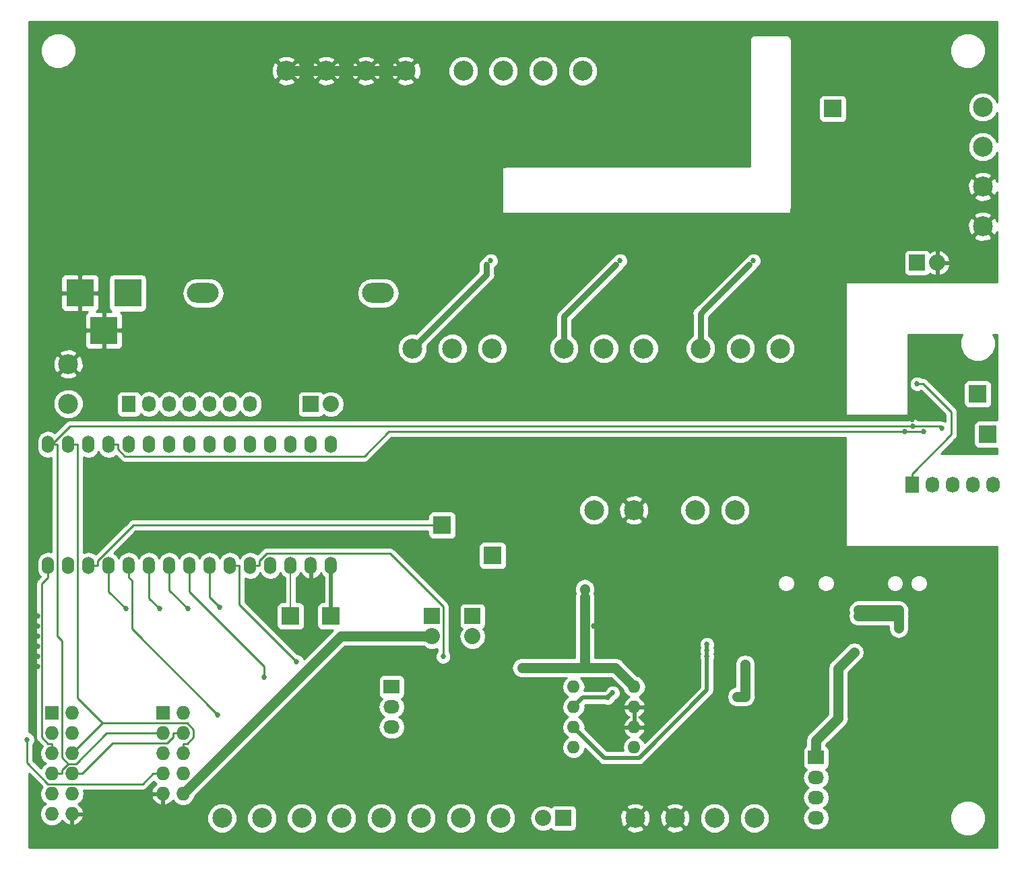
<source format=gbl>
G04 #@! TF.GenerationSoftware,KiCad,Pcbnew,5.0.0-rc2*
G04 #@! TF.CreationDate,2019-07-22T20:15:04-04:00*
G04 #@! TF.ProjectId,batterystation,6261747465727973746174696F6E2E6B,rev?*
G04 #@! TF.SameCoordinates,Original*
G04 #@! TF.FileFunction,Copper,L2,Bot,Signal*
G04 #@! TF.FilePolarity,Positive*
%FSLAX46Y46*%
G04 Gerber Fmt 4.6, Leading zero omitted, Abs format (unit mm)*
G04 Created by KiCad (PCBNEW 5.0.0-rc2) date Mon Jul 22 20:15:04 2019*
%MOMM*%
%LPD*%
G01*
G04 APERTURE LIST*
G04 #@! TA.AperFunction,ComponentPad*
%ADD10R,2.235200X2.235200*%
G04 #@! TD*
G04 #@! TA.AperFunction,ComponentPad*
%ADD11R,3.500120X3.500120*%
G04 #@! TD*
G04 #@! TA.AperFunction,ComponentPad*
%ADD12O,4.000500X2.499360*%
G04 #@! TD*
G04 #@! TA.AperFunction,ComponentPad*
%ADD13O,1.524000X2.199640*%
G04 #@! TD*
G04 #@! TA.AperFunction,ComponentPad*
%ADD14O,1.524000X2.197100*%
G04 #@! TD*
G04 #@! TA.AperFunction,ComponentPad*
%ADD15R,2.032000X2.032000*%
G04 #@! TD*
G04 #@! TA.AperFunction,ComponentPad*
%ADD16O,2.032000X2.032000*%
G04 #@! TD*
G04 #@! TA.AperFunction,ComponentPad*
%ADD17R,1.727200X1.727200*%
G04 #@! TD*
G04 #@! TA.AperFunction,ComponentPad*
%ADD18O,1.727200X1.727200*%
G04 #@! TD*
G04 #@! TA.AperFunction,ComponentPad*
%ADD19O,1.600000X1.600000*%
G04 #@! TD*
G04 #@! TA.AperFunction,ComponentPad*
%ADD20R,2.032000X1.727200*%
G04 #@! TD*
G04 #@! TA.AperFunction,ComponentPad*
%ADD21O,2.032000X1.727200*%
G04 #@! TD*
G04 #@! TA.AperFunction,ComponentPad*
%ADD22O,1.727200X2.032000*%
G04 #@! TD*
G04 #@! TA.AperFunction,ComponentPad*
%ADD23R,1.727200X2.032000*%
G04 #@! TD*
G04 #@! TA.AperFunction,ComponentPad*
%ADD24C,2.500000*%
G04 #@! TD*
G04 #@! TA.AperFunction,ViaPad*
%ADD25C,0.685800*%
G04 #@! TD*
G04 #@! TA.AperFunction,Conductor*
%ADD26C,0.254000*%
G04 #@! TD*
G04 #@! TA.AperFunction,Conductor*
%ADD27C,1.270000*%
G04 #@! TD*
G04 #@! TA.AperFunction,Conductor*
%ADD28C,0.508000*%
G04 #@! TD*
G04 #@! TA.AperFunction,Conductor*
%ADD29C,0.152400*%
G04 #@! TD*
G04 #@! TA.AperFunction,Conductor*
%ADD30C,0.762000*%
G04 #@! TD*
G04 APERTURE END LIST*
D10*
G04 #@! TO.P,P30,1*
G04 #@! TO.N,Net-(J1-Pad17)*
X130810000Y-116840000D03*
G04 #@! TD*
D11*
G04 #@! TO.P,CON1,1*
G04 #@! TO.N,+12V*
X84940140Y-83820000D03*
G04 #@! TO.P,CON1,2*
G04 #@! TO.N,GND*
X78940660Y-83820000D03*
G04 #@! TO.P,CON1,3*
X81940400Y-88519000D03*
G04 #@! TD*
D12*
G04 #@! TO.P,F1,2*
G04 #@! TO.N,Net-(C4-Pad1)*
X116410740Y-83820000D03*
G04 #@! TO.P,F1,1*
G04 #@! TO.N,+12V*
X94409260Y-83820000D03*
G04 #@! TD*
D13*
G04 #@! TO.P,J1,1*
G04 #@! TO.N,Net-(J1-Pad1)*
X110490000Y-102870000D03*
G04 #@! TO.P,J1,2*
G04 #@! TO.N,Net-(J1-Pad2)*
X107950000Y-102870000D03*
G04 #@! TO.P,J1,3*
G04 #@! TO.N,Net-(J1-Pad3)*
X105410000Y-102870000D03*
G04 #@! TO.P,J1,4*
G04 #@! TO.N,GND*
X102870000Y-102870000D03*
G04 #@! TO.P,J1,5*
G04 #@! TO.N,Net-(J1-Pad5)*
X100330000Y-102870000D03*
G04 #@! TO.P,J1,6*
G04 #@! TO.N,Net-(J1-Pad6)*
X97790000Y-102870000D03*
G04 #@! TO.P,J1,7*
G04 #@! TO.N,Net-(J1-Pad7)*
X95250000Y-102870000D03*
G04 #@! TO.P,J1,8*
G04 #@! TO.N,Net-(J1-Pad8)*
X92710000Y-102870000D03*
G04 #@! TO.P,J1,9*
G04 #@! TO.N,Net-(J1-Pad9)*
X90170000Y-102870000D03*
G04 #@! TO.P,J1,10*
G04 #@! TO.N,Net-(J1-Pad10)*
X87630000Y-102870000D03*
G04 #@! TO.P,J1,11*
G04 #@! TO.N,Net-(J1-Pad11)*
X85090000Y-102870000D03*
G04 #@! TO.P,J1,12*
G04 #@! TO.N,/MAX_CS*
X82550000Y-102870000D03*
G04 #@! TO.P,J1,13*
G04 #@! TO.N,/NANO_CS*
X80010000Y-102870000D03*
G04 #@! TO.P,J1,14*
G04 #@! TO.N,/NANO_MOSI*
X77470000Y-102870000D03*
G04 #@! TO.P,J1,15*
G04 #@! TO.N,/NANO_MISO*
X74930000Y-102870000D03*
G04 #@! TO.P,J1,16*
G04 #@! TO.N,/NANO_SCK*
X74930000Y-118110000D03*
G04 #@! TO.P,J1,17*
G04 #@! TO.N,Net-(J1-Pad17)*
X77470000Y-118110000D03*
G04 #@! TO.P,J1,18*
G04 #@! TO.N,Net-(J1-Pad18)*
X80010000Y-118110000D03*
G04 #@! TO.P,J1,19*
G04 #@! TO.N,Net-(J1-Pad19)*
X82550000Y-118110000D03*
D14*
G04 #@! TO.P,J1,20*
G04 #@! TO.N,Net-(J1-Pad20)*
X85090000Y-118110000D03*
G04 #@! TO.P,J1,21*
G04 #@! TO.N,Net-(J1-Pad21)*
X87630000Y-118110000D03*
G04 #@! TO.P,J1,22*
G04 #@! TO.N,Net-(J1-Pad22)*
X90170000Y-118110000D03*
G04 #@! TO.P,J1,23*
G04 #@! TO.N,Net-(J1-Pad23)*
X92710000Y-118110000D03*
G04 #@! TO.P,J1,24*
G04 #@! TO.N,/A5*
X95250000Y-118110000D03*
G04 #@! TO.P,J1,25*
G04 #@! TO.N,/A6*
X97790000Y-118110000D03*
G04 #@! TO.P,J1,26*
G04 #@! TO.N,/A7*
X100330000Y-118110000D03*
G04 #@! TO.P,J1,27*
G04 #@! TO.N,+5V*
X102870000Y-118110000D03*
G04 #@! TO.P,J1,28*
G04 #@! TO.N,Net-(J1-Pad28)*
X105410000Y-118110000D03*
G04 #@! TO.P,J1,29*
G04 #@! TO.N,GND*
X107950000Y-118110000D03*
G04 #@! TO.P,J1,30*
G04 #@! TO.N,Net-(J1-Pad30)*
X110490000Y-118110000D03*
G04 #@! TD*
D10*
G04 #@! TO.P,P2,1*
G04 #@! TO.N,Net-(J1-Pad18)*
X124460000Y-113030000D03*
G04 #@! TD*
G04 #@! TO.P,P9,1*
G04 #@! TO.N,/STC4054_Liion_Charge/PROG*
X173562000Y-60632700D03*
G04 #@! TD*
G04 #@! TO.P,P12,1*
G04 #@! TO.N,/MAX6675/NC*
X193040000Y-101600000D03*
G04 #@! TD*
D15*
G04 #@! TO.P,P13,1*
G04 #@! TO.N,+3V3*
X123190000Y-124460000D03*
D16*
G04 #@! TO.P,P13,2*
G04 #@! TO.N,/ENC28J60/VCC_Branch*
X123190000Y-127000000D03*
G04 #@! TD*
G04 #@! TO.P,P14,2*
G04 #@! TO.N,/ENC28J60/VCC_Branch*
X128270000Y-127000000D03*
D15*
G04 #@! TO.P,P14,1*
G04 #@! TO.N,+5V*
X128270000Y-124460000D03*
G04 #@! TD*
D17*
G04 #@! TO.P,P15,1*
G04 #@! TO.N,/ENC28J60/INT*
X89351900Y-136652000D03*
D18*
G04 #@! TO.P,P15,2*
G04 #@! TO.N,/ENC28J60/CLKOUT*
X91891900Y-136652000D03*
G04 #@! TO.P,P15,3*
G04 #@! TO.N,/NANO_MISO*
X89351900Y-139192000D03*
G04 #@! TO.P,P15,4*
G04 #@! TO.N,/ENC28J60/WOL*
X91891900Y-139192000D03*
G04 #@! TO.P,P15,5*
G04 #@! TO.N,/NANO_SCK*
X89351900Y-141732000D03*
G04 #@! TO.P,P15,6*
G04 #@! TO.N,/NANO_MOSI*
X91891900Y-141732000D03*
G04 #@! TO.P,P15,7*
G04 #@! TO.N,/ENC28J60/RSTENC*
X89351900Y-144272000D03*
G04 #@! TO.P,P15,8*
G04 #@! TO.N,/NANO_CS*
X91891900Y-144272000D03*
G04 #@! TO.P,P15,9*
G04 #@! TO.N,GND*
X89351900Y-146812000D03*
G04 #@! TO.P,P15,10*
G04 #@! TO.N,/ENC28J60/VCC_Branch*
X91891900Y-146812000D03*
G04 #@! TD*
D17*
G04 #@! TO.P,P16,1*
G04 #@! TO.N,/ENC28J60/Q3*
X75411900Y-136652000D03*
D18*
G04 #@! TO.P,P16,2*
G04 #@! TO.N,GND*
X77951900Y-136652000D03*
G04 #@! TO.P,P16,3*
G04 #@! TO.N,/ENC28J60/RSTENC*
X75411900Y-139192000D03*
G04 #@! TO.P,P16,4*
G04 #@! TO.N,/NANO_CS*
X77951900Y-139192000D03*
G04 #@! TO.P,P16,5*
G04 #@! TO.N,/NANO_SCK*
X75411900Y-141732000D03*
G04 #@! TO.P,P16,6*
G04 #@! TO.N,/NANO_MOSI*
X77951900Y-141732000D03*
G04 #@! TO.P,P16,7*
G04 #@! TO.N,/NANO_MISO*
X75411900Y-144272000D03*
G04 #@! TO.P,P16,8*
G04 #@! TO.N,/ENC28J60/WOL*
X77951900Y-144272000D03*
G04 #@! TO.P,P16,9*
G04 #@! TO.N,/ENC28J60/INT*
X75411900Y-146812000D03*
G04 #@! TO.P,P16,10*
G04 #@! TO.N,/ENC28J60/CLKOUT*
X77951900Y-146812000D03*
G04 #@! TO.P,P16,11*
G04 #@! TO.N,/ENC28J60/VCC_Branch*
X75411900Y-149352000D03*
G04 #@! TO.P,P16,12*
G04 #@! TO.N,GND*
X77951900Y-149352000D03*
G04 #@! TD*
D19*
G04 #@! TO.P,P19,1*
G04 #@! TO.N,/LT1512/Vcomp*
X140970000Y-133350000D03*
G04 #@! TO.P,P19,2*
G04 #@! TO.N,/LT1512/LT_FloatVoltage*
X140970000Y-135890000D03*
G04 #@! TO.P,P19,3*
G04 #@! TO.N,/LT1512/I_Feedback*
X140970000Y-138430000D03*
G04 #@! TO.P,P19,4*
G04 #@! TO.N,/LT1512/LTShutdownPin*
X140970000Y-140970000D03*
G04 #@! TO.P,P19,5*
G04 #@! TO.N,+5V*
X148590000Y-140970000D03*
G04 #@! TO.P,P19,6*
G04 #@! TO.N,GND*
X148590000Y-138430000D03*
G04 #@! TO.P,P19,7*
X148590000Y-135890000D03*
G04 #@! TO.P,P19,8*
G04 #@! TO.N,/LT1512/Vsw*
X148590000Y-133350000D03*
G04 #@! TD*
D15*
G04 #@! TO.P,P20,1*
G04 #@! TO.N,/LT1512/LTShutdownPin*
X139700000Y-149860000D03*
D16*
G04 #@! TO.P,P20,2*
G04 #@! TO.N,/LT1512/LT_FloatVoltage*
X137160000Y-149860000D03*
G04 #@! TD*
D20*
G04 #@! TO.P,R9,1*
G04 #@! TO.N,Net-(R8-Pad2)*
X171450000Y-142240000D03*
D21*
G04 #@! TO.P,R9,2*
G04 #@! TO.N,/LT1512/LT_FloatVoltage*
X171450000Y-144780000D03*
G04 #@! TO.P,R9,3*
G04 #@! TO.N,N/C*
X171450000Y-147320000D03*
G04 #@! TO.P,R9,4*
X171450000Y-149860000D03*
G04 #@! TD*
D22*
G04 #@! TO.P,REF06,5*
G04 #@! TO.N,GND*
X193675000Y-107950000D03*
G04 #@! TO.P,REF06,4*
G04 #@! TO.N,/NANO_MISO*
X191135000Y-107950000D03*
G04 #@! TO.P,REF06,3*
G04 #@! TO.N,/MAX_CS*
X188595000Y-107950000D03*
G04 #@! TO.P,REF06,2*
G04 #@! TO.N,/NANO_SCK*
X186055000Y-107950000D03*
D23*
G04 #@! TO.P,REF06,1*
G04 #@! TO.N,+5V*
X183515000Y-107950000D03*
G04 #@! TD*
D16*
G04 #@! TO.P,REF07,2*
G04 #@! TO.N,GND*
X186690000Y-80010000D03*
D15*
G04 #@! TO.P,REF07,1*
G04 #@! TO.N,+5V*
X184150000Y-80010000D03*
G04 #@! TD*
D24*
G04 #@! TO.P,P24,2*
G04 #@! TO.N,+12V*
X77470000Y-97750000D03*
G04 #@! TO.P,P24,1*
G04 #@! TO.N,GND*
X77470000Y-92750000D03*
G04 #@! TD*
G04 #@! TO.P,P25,4*
G04 #@! TO.N,GND*
X119895000Y-55880000D03*
G04 #@! TO.P,P25,3*
X114895000Y-55880000D03*
G04 #@! TO.P,P25,1*
X104895000Y-55880000D03*
G04 #@! TO.P,P25,2*
X109895000Y-55880000D03*
G04 #@! TD*
G04 #@! TO.P,P26,2*
G04 #@! TO.N,+5V*
X132120000Y-55880000D03*
G04 #@! TO.P,P26,1*
X127120000Y-55880000D03*
G04 #@! TO.P,P26,3*
X137120000Y-55880000D03*
G04 #@! TO.P,P26,4*
X142120000Y-55880000D03*
G04 #@! TD*
D23*
G04 #@! TO.P,P27,1*
G04 #@! TO.N,Net-(J1-Pad11)*
X85090000Y-97790000D03*
D22*
G04 #@! TO.P,P27,2*
G04 #@! TO.N,Net-(J1-Pad10)*
X87630000Y-97790000D03*
G04 #@! TO.P,P27,3*
G04 #@! TO.N,Net-(J1-Pad9)*
X90170000Y-97790000D03*
G04 #@! TO.P,P27,4*
G04 #@! TO.N,Net-(J1-Pad8)*
X92710000Y-97790000D03*
G04 #@! TO.P,P27,5*
G04 #@! TO.N,Net-(J1-Pad7)*
X95250000Y-97790000D03*
G04 #@! TO.P,P27,6*
G04 #@! TO.N,Net-(J1-Pad6)*
X97790000Y-97790000D03*
G04 #@! TO.P,P27,7*
G04 #@! TO.N,Net-(J1-Pad5)*
X100330000Y-97790000D03*
G04 #@! TD*
D10*
G04 #@! TO.P,P28,1*
G04 #@! TO.N,Net-(J1-Pad30)*
X110490000Y-124460000D03*
G04 #@! TD*
G04 #@! TO.P,P29,1*
G04 #@! TO.N,Net-(J1-Pad28)*
X105410000Y-124460000D03*
G04 #@! TD*
D24*
G04 #@! TO.P,P31,1*
G04 #@! TO.N,/LT1512/LT_FloatVoltage*
X156250000Y-111125000D03*
G04 #@! TO.P,P31,2*
G04 #@! TO.N,/LT1512/LT_BATCHRG*
X161250000Y-111125000D03*
G04 #@! TD*
G04 #@! TO.P,P32,1*
G04 #@! TO.N,/LT1512/LT_IFEEDBACK*
X143550000Y-111125000D03*
G04 #@! TO.P,P32,2*
G04 #@! TO.N,GND*
X148550000Y-111125000D03*
G04 #@! TD*
D15*
G04 #@! TO.P,P3,1*
G04 #@! TO.N,Net-(J1-Pad2)*
X107950000Y-97790000D03*
D16*
G04 #@! TO.P,P3,2*
G04 #@! TO.N,Net-(J1-Pad1)*
X110490000Y-97790000D03*
G04 #@! TD*
D24*
G04 #@! TO.P,P1,8*
G04 #@! TO.N,Net-(J1-Pad19)*
X96800000Y-149860000D03*
G04 #@! TO.P,P1,7*
G04 #@! TO.N,Net-(J1-Pad20)*
X101800000Y-149860000D03*
G04 #@! TO.P,P1,6*
G04 #@! TO.N,Net-(J1-Pad21)*
X106800000Y-149860000D03*
G04 #@! TO.P,P1,5*
G04 #@! TO.N,Net-(J1-Pad22)*
X111800000Y-149860000D03*
G04 #@! TO.P,P1,4*
G04 #@! TO.N,Net-(J1-Pad23)*
X116800000Y-149860000D03*
G04 #@! TO.P,P1,3*
G04 #@! TO.N,N/C*
X121800000Y-149860000D03*
G04 #@! TO.P,P1,1*
X131800000Y-149860000D03*
G04 #@! TO.P,P1,2*
X126800000Y-149860000D03*
G04 #@! TD*
G04 #@! TO.P,P4,3*
G04 #@! TO.N,/CurrentSense_INA169_1/LOADOUT*
X130730000Y-90805000D03*
G04 #@! TO.P,P4,1*
G04 #@! TO.N,/CurrentSense_INA169_1/CurrentOUT*
X120730000Y-90805000D03*
G04 #@! TO.P,P4,2*
G04 #@! TO.N,/CurrentSense_INA169_1/LOADIN*
X125730000Y-90805000D03*
G04 #@! TD*
G04 #@! TO.P,P5,2*
G04 #@! TO.N,/sheet5CBEAB48/LOADIN*
X144780000Y-90805000D03*
G04 #@! TO.P,P5,1*
G04 #@! TO.N,/sheet5CBEAB48/CurrentOUT*
X139780000Y-90805000D03*
G04 #@! TO.P,P5,3*
G04 #@! TO.N,/sheet5CBEAB48/LOADOUT*
X149780000Y-90805000D03*
G04 #@! TD*
G04 #@! TO.P,P6,3*
G04 #@! TO.N,/sheet5CBEAC38/LOADOUT*
X166925000Y-90805000D03*
G04 #@! TO.P,P6,1*
G04 #@! TO.N,/sheet5CBEAC38/CurrentOUT*
X156925000Y-90805000D03*
G04 #@! TO.P,P6,2*
G04 #@! TO.N,/sheet5CBEAC38/LOADIN*
X161925000Y-90805000D03*
G04 #@! TD*
G04 #@! TO.P,P7,2*
G04 #@! TO.N,/STC4054_Liion_Charge/BAT_LIION_CHRG*
X192405000Y-65445000D03*
G04 #@! TO.P,P7,1*
X192405000Y-60445000D03*
G04 #@! TO.P,P7,3*
G04 #@! TO.N,GND*
X192405000Y-70445000D03*
G04 #@! TO.P,P7,4*
X192405000Y-75445000D03*
G04 #@! TD*
G04 #@! TO.P,P8,4*
G04 #@! TO.N,GND*
X148710000Y-149860000D03*
G04 #@! TO.P,P8,3*
X153710000Y-149860000D03*
G04 #@! TO.P,P8,1*
G04 #@! TO.N,/LT1512/LT_BATCHRG*
X163710000Y-149860000D03*
G04 #@! TO.P,P8,2*
X158710000Y-149860000D03*
G04 #@! TD*
D20*
G04 #@! TO.P,P17,1*
G04 #@! TO.N,Net-(P17-Pad1)*
X118110000Y-133350000D03*
D21*
G04 #@! TO.P,P17,2*
G04 #@! TO.N,Net-(P17-Pad2)*
X118110000Y-135890000D03*
G04 #@! TO.P,P17,3*
G04 #@! TO.N,Net-(P17-Pad3)*
X118110000Y-138430000D03*
G04 #@! TD*
D10*
G04 #@! TO.P,REF\002A\002A,1*
G04 #@! TO.N,/MAX6675/T+*
X191770000Y-96520000D03*
G04 #@! TD*
D25*
G04 #@! TO.N,GND*
X88900000Y-64770000D03*
X87630000Y-64770000D03*
X86360000Y-64770000D03*
X85090000Y-64770000D03*
X83820000Y-64770000D03*
X83820000Y-66040000D03*
X83820000Y-67310000D03*
X87630000Y-69850000D03*
X88900000Y-69850000D03*
X85090000Y-66040000D03*
X86360000Y-66040000D03*
X87630000Y-66040000D03*
X88900000Y-66040000D03*
X88900000Y-67310000D03*
X88900000Y-68580000D03*
X85090000Y-68580000D03*
X85090000Y-67310000D03*
X86360000Y-67310000D03*
X87630000Y-67310000D03*
X87630000Y-68580000D03*
X86360000Y-68580000D03*
X80010000Y-63500000D03*
X81280000Y-63500000D03*
X81280000Y-64770000D03*
X81280000Y-66040000D03*
X81280000Y-67310000D03*
X80010000Y-67310000D03*
X80010000Y-66040000D03*
X80010000Y-64770000D03*
X78740000Y-63500000D03*
X78740000Y-64770000D03*
X78740000Y-66040000D03*
X78740000Y-67310000D03*
X77470000Y-67310000D03*
X76200000Y-67310000D03*
X76200000Y-66040000D03*
X77470000Y-66040000D03*
X77470000Y-64770000D03*
X77470000Y-63500000D03*
X76200000Y-63500000D03*
X76200000Y-64770000D03*
X167640000Y-128270000D03*
X167640000Y-127000000D03*
X170180000Y-127000000D03*
X170180000Y-128270000D03*
X143510000Y-125730000D03*
X144780000Y-128270000D03*
X144780000Y-129540000D03*
X144780000Y-127000000D03*
X147320000Y-134620000D03*
X146050000Y-135890000D03*
X153670000Y-131445000D03*
X151765000Y-130810000D03*
X152654000Y-131318000D03*
X118110000Y-110490000D03*
X119380000Y-110490000D03*
X120650000Y-110490000D03*
X120650000Y-111760000D03*
X119380000Y-111760000D03*
X118110000Y-111760000D03*
X116840000Y-111760000D03*
X116840000Y-110490000D03*
X116840000Y-130810000D03*
X118110000Y-130810000D03*
X119380000Y-130810000D03*
X120650000Y-130810000D03*
X120650000Y-129540000D03*
X119380000Y-129540000D03*
X118110000Y-129540000D03*
X116840000Y-129540000D03*
X187325000Y-92075000D03*
X186055000Y-92075000D03*
X83820000Y-149225000D03*
X85090000Y-149225000D03*
X73660000Y-127000000D03*
X73660000Y-125730000D03*
X73660000Y-124460000D03*
X73660000Y-128270000D03*
X73660000Y-129540000D03*
X73660000Y-130810000D03*
X183515000Y-99695000D03*
G04 #@! TO.N,+5V*
X184150000Y-95250000D03*
G04 #@! TO.N,/LT1512/Vsw*
X142367000Y-123825000D03*
X142367000Y-122936000D03*
X142367000Y-122047000D03*
X142367000Y-121158000D03*
X139065000Y-130937000D03*
X138303000Y-130937000D03*
X137541000Y-130937000D03*
X136779000Y-130937000D03*
X136017000Y-130937000D03*
X135255000Y-130937000D03*
X134493000Y-130937000D03*
G04 #@! TO.N,/LT1512/I_Feedback*
X157734000Y-129540000D03*
X157734000Y-128778000D03*
X157734000Y-128016000D03*
G04 #@! TO.N,/LT1512/LT_BATCHRG*
X162560000Y-130556000D03*
X162560000Y-131572000D03*
X161544000Y-134600000D03*
X162540000Y-134600000D03*
G04 #@! TO.N,/MAX_CS*
X185008500Y-101276100D03*
X182626000Y-101276100D03*
G04 #@! TO.N,/NANO_MISO*
X187236100Y-100825300D03*
X183642000Y-100551900D03*
G04 #@! TO.N,Net-(J1-Pad19)*
X84729900Y-123535200D03*
G04 #@! TO.N,Net-(J1-Pad20)*
X96222500Y-136844100D03*
G04 #@! TO.N,Net-(J1-Pad21)*
X88954500Y-123535200D03*
G04 #@! TO.N,Net-(J1-Pad22)*
X92480800Y-123535200D03*
G04 #@! TO.N,Net-(J1-Pad23)*
X102082800Y-132114700D03*
G04 #@! TO.N,/CurrentSense_INA169_1/CurrentOUT*
X130048000Y-80264000D03*
X130556000Y-79756000D03*
G04 #@! TO.N,/sheet5CBEAB48/CurrentOUT*
X146304000Y-80264000D03*
X146812000Y-79756000D03*
G04 #@! TO.N,/sheet5CBEAC38/CurrentOUT*
X163068000Y-80264000D03*
X163576000Y-79756000D03*
G04 #@! TO.N,/ENC28J60/RSTENC*
X72303500Y-140010000D03*
G04 #@! TO.N,/LT1512/LT_FloatVoltage*
X145892000Y-134112000D03*
X145288000Y-134716000D03*
G04 #@! TO.N,Net-(R7-Pad1)*
X181864010Y-123714001D03*
X181864010Y-124460000D03*
X181864010Y-125984010D03*
X181864010Y-125984010D03*
X178578001Y-123714001D03*
X177546000Y-123714001D03*
X177546000Y-124460000D03*
X178562000Y-124460000D03*
G04 #@! TO.N,Net-(R8-Pad2)*
X175207000Y-130048000D03*
X176223000Y-129032000D03*
G04 #@! TO.N,/A5*
X96520400Y-123303900D03*
G04 #@! TO.N,/A6*
X106131300Y-130166600D03*
G04 #@! TO.N,/A7*
X124587400Y-129540000D03*
G04 #@! TD*
D26*
G04 #@! TO.N,GND*
X183515000Y-99695000D02*
X183515000Y-99695000D01*
D27*
X119895000Y-55880000D02*
X104895000Y-55880000D01*
D26*
X183515000Y-99695000D02*
X170815000Y-99695000D01*
G04 #@! TO.N,+5V*
X184150000Y-95250000D02*
X184912000Y-95250000D01*
X184912000Y-95250000D02*
X188468000Y-98806000D01*
X188468000Y-98806000D02*
X188468000Y-101600000D01*
X183515000Y-106553000D02*
X183515000Y-107950000D01*
X188468000Y-101600000D02*
X183515000Y-106553000D01*
D27*
G04 #@! TO.N,/LT1512/Vsw*
X142367000Y-130937000D02*
X139065000Y-130937000D01*
X148590000Y-133350000D02*
X146177000Y-130937000D01*
X146177000Y-130937000D02*
X142367000Y-130937000D01*
X142367000Y-123825000D02*
X142367000Y-122936000D01*
X142367000Y-122936000D02*
X142367000Y-122047000D01*
X142367000Y-121158000D02*
X142367000Y-121031000D01*
X142367000Y-130937000D02*
X142367000Y-123825000D01*
X139065000Y-130937000D02*
X138303000Y-130937000D01*
X138303000Y-130937000D02*
X137541000Y-130937000D01*
X137541000Y-130937000D02*
X136779000Y-130937000D01*
X136779000Y-130937000D02*
X136017000Y-130937000D01*
X136017000Y-130937000D02*
X135255000Y-130937000D01*
X135255000Y-130937000D02*
X134493000Y-130937000D01*
D28*
G04 #@! TO.N,/LT1512/I_Feedback*
X157734000Y-129540000D02*
X157734000Y-128778000D01*
X157734000Y-128778000D02*
X157734000Y-128016000D01*
X140970000Y-138430000D02*
X144818000Y-142278000D01*
X144818000Y-142278000D02*
X149218000Y-142278000D01*
X149218000Y-142278000D02*
X157734000Y-133762000D01*
X157734000Y-133762000D02*
X157734000Y-129540000D01*
D27*
G04 #@! TO.N,/LT1512/LT_BATCHRG*
X162560000Y-130556000D02*
X162560000Y-131572000D01*
X162540000Y-134600000D02*
X161544000Y-134600000D01*
X162560000Y-131572000D02*
X162560000Y-134580000D01*
X162560000Y-134580000D02*
X162540000Y-134600000D01*
G04 #@! TO.N,+12V*
X95159800Y-83820000D02*
X94409300Y-83820000D01*
D26*
G04 #@! TO.N,/MAX_CS*
X82550000Y-102870000D02*
X83693300Y-102870000D01*
X185008500Y-101276100D02*
X182626000Y-101276100D01*
X117735500Y-101276100D02*
X114660300Y-104351300D01*
X114660300Y-104351300D02*
X84565900Y-104351300D01*
X84565900Y-104351300D02*
X83693300Y-103478700D01*
X83693300Y-103478700D02*
X83693300Y-102870000D01*
X182626000Y-101276100D02*
X117735500Y-101276100D01*
G04 #@! TO.N,/NANO_MOSI*
X81761900Y-137922000D02*
X92401600Y-137922000D01*
X92401600Y-137922000D02*
X93186900Y-138707300D01*
X93186900Y-138707300D02*
X93186900Y-139707900D01*
X93186900Y-139707900D02*
X92407700Y-140487100D01*
X92407700Y-140487100D02*
X91891900Y-140487100D01*
X77951900Y-141732000D02*
X81761900Y-137922000D01*
X81761900Y-137922000D02*
X78613300Y-134773400D01*
X78613300Y-134773400D02*
X78613300Y-102870000D01*
X77470000Y-102870000D02*
X78613300Y-102870000D01*
X91891900Y-141732000D02*
X91891900Y-140487100D01*
G04 #@! TO.N,/NANO_MISO*
X75402400Y-102870000D02*
X76073300Y-102870000D01*
X77434800Y-143027100D02*
X78422000Y-143027100D01*
X78422000Y-143027100D02*
X82257100Y-139192000D01*
X82257100Y-139192000D02*
X89351900Y-139192000D01*
X76656800Y-144272000D02*
X76656800Y-143805100D01*
X76656800Y-143805100D02*
X77434800Y-143027100D01*
X77434800Y-143027100D02*
X76656900Y-142249200D01*
X76656900Y-142249200D02*
X76656900Y-127591300D01*
X76656900Y-127591300D02*
X76073300Y-127007700D01*
X76073300Y-127007700D02*
X76073300Y-102870000D01*
X75411900Y-144272000D02*
X76656800Y-144272000D01*
X187236100Y-100825300D02*
X186962700Y-100551900D01*
X186962700Y-100551900D02*
X183642000Y-100551900D01*
X77720500Y-100551900D02*
X75402400Y-102870000D01*
X74930000Y-102870000D02*
X75402400Y-102870000D01*
X183642000Y-100551900D02*
X77720500Y-100551900D01*
G04 #@! TO.N,/NANO_SCK*
X74930000Y-118110000D02*
X74930000Y-119591200D01*
X75411900Y-141732000D02*
X75411900Y-140487100D01*
X75411900Y-140487100D02*
X74945100Y-140487100D01*
X74945100Y-140487100D02*
X74166900Y-139708900D01*
X74166900Y-139708900D02*
X74166900Y-120354300D01*
X74166900Y-120354300D02*
X74930000Y-119591200D01*
G04 #@! TO.N,Net-(J1-Pad18)*
X80010000Y-118110000D02*
X81153300Y-118110000D01*
X124460000Y-113030000D02*
X85624600Y-113030000D01*
X85624600Y-113030000D02*
X81153300Y-117501300D01*
X81153300Y-117501300D02*
X81153300Y-118110000D01*
G04 #@! TO.N,Net-(J1-Pad19)*
X84729900Y-123535200D02*
X82550000Y-121355300D01*
X82550000Y-121355300D02*
X82550000Y-118110000D01*
G04 #@! TO.N,Net-(J1-Pad20)*
X85090000Y-118110000D02*
X85090000Y-119589900D01*
X96222500Y-136844100D02*
X85454100Y-126075700D01*
X85454100Y-126075700D02*
X85454100Y-119954000D01*
X85454100Y-119954000D02*
X85090000Y-119589900D01*
G04 #@! TO.N,Net-(J1-Pad21)*
X88954500Y-123535200D02*
X87630000Y-122210700D01*
X87630000Y-122210700D02*
X87630000Y-118110000D01*
G04 #@! TO.N,Net-(J1-Pad22)*
X92480800Y-123535200D02*
X90170000Y-121224400D01*
X90170000Y-121224400D02*
X90170000Y-118110000D01*
G04 #@! TO.N,Net-(J1-Pad23)*
X102082800Y-132114700D02*
X102082800Y-130787100D01*
X102082800Y-130787100D02*
X92710000Y-121414300D01*
X92710000Y-121414300D02*
X92710000Y-118110000D01*
D29*
G04 #@! TO.N,Net-(J1-Pad28)*
X105410000Y-124460000D02*
X105410000Y-118110000D01*
D28*
G04 #@! TO.N,Net-(J1-Pad30)*
X110490000Y-124460000D02*
X110490000Y-118110000D01*
D30*
G04 #@! TO.N,/CurrentSense_INA169_1/CurrentOUT*
X130048000Y-81487000D02*
X130048000Y-80264000D01*
X120730000Y-90805000D02*
X130048000Y-81487000D01*
G04 #@! TO.N,/sheet5CBEAB48/CurrentOUT*
X139780000Y-86787821D02*
X140207821Y-86360000D01*
X139780000Y-90805000D02*
X139780000Y-86787821D01*
X140207821Y-86360000D02*
X146304000Y-80264000D01*
G04 #@! TO.N,/sheet5CBEAC38/CurrentOUT*
X156925000Y-86406842D02*
X157480000Y-85851842D01*
X156925000Y-90805000D02*
X156925000Y-86406842D01*
X157480000Y-85851842D02*
X163068000Y-80264000D01*
D27*
G04 #@! TO.N,/ENC28J60/VCC_Branch*
X123190000Y-127000000D02*
X111703000Y-127000000D01*
X111703000Y-127000000D02*
X91891900Y-146812000D01*
D26*
G04 #@! TO.N,/ENC28J60/WOL*
X91891900Y-139192000D02*
X90647000Y-139192000D01*
X77951900Y-144272000D02*
X79196800Y-144272000D01*
X79196800Y-144272000D02*
X83006800Y-140462000D01*
X83006800Y-140462000D02*
X89892800Y-140462000D01*
X89892800Y-140462000D02*
X90647000Y-139707800D01*
X90647000Y-139707800D02*
X90647000Y-139192000D01*
G04 #@! TO.N,/ENC28J60/RSTENC*
X89351900Y-144272000D02*
X88107000Y-144272000D01*
X72303500Y-140010000D02*
X72303500Y-142938300D01*
X72303500Y-142938300D02*
X74932200Y-145567000D01*
X74932200Y-145567000D02*
X86812000Y-145567000D01*
X86812000Y-145567000D02*
X88107000Y-144272000D01*
D28*
G04 #@! TO.N,/LT1512/LT_FloatVoltage*
X145288000Y-134716000D02*
X142144000Y-134716000D01*
X142144000Y-134716000D02*
X140970000Y-135890000D01*
X145892000Y-134112000D02*
X145288000Y-134716000D01*
D27*
G04 #@! TO.N,Net-(R7-Pad1)*
X181864010Y-125984010D02*
X181864010Y-123714001D01*
X181864010Y-123714001D02*
X178562000Y-124460000D01*
X181864010Y-124460000D02*
X178562000Y-124460000D01*
X178578001Y-123714001D02*
X178578001Y-123714001D01*
X178578001Y-123714001D02*
X177546000Y-124460000D01*
X181864010Y-124460000D02*
X176784000Y-124460000D01*
X177546000Y-123714001D02*
X176800001Y-123714001D01*
X181864010Y-123714001D02*
X177546000Y-123714001D01*
G04 #@! TO.N,Net-(R8-Pad2)*
X175207000Y-130048000D02*
X176223000Y-129032000D01*
X171450000Y-142240000D02*
X171450000Y-140106000D01*
X171450000Y-140106000D02*
X174244000Y-137312000D01*
X174244000Y-137312000D02*
X174244000Y-131011000D01*
X174244000Y-131011000D02*
X175207000Y-130048000D01*
D26*
G04 #@! TO.N,/A5*
X96520400Y-123303900D02*
X95250000Y-122033500D01*
X95250000Y-122033500D02*
X95250000Y-118110000D01*
G04 #@! TO.N,/A6*
X97790000Y-118110000D02*
X98933300Y-118110000D01*
X106131300Y-130166600D02*
X98933300Y-122968600D01*
X98933300Y-122968600D02*
X98933300Y-118110000D01*
G04 #@! TO.N,/A7*
X100330000Y-118110000D02*
X101473300Y-118110000D01*
X124587400Y-123282100D02*
X117884500Y-116579200D01*
X117884500Y-116579200D02*
X102396400Y-116579200D01*
X102396400Y-116579200D02*
X101473300Y-117502300D01*
X101473300Y-117502300D02*
X101473300Y-118110000D01*
X124587400Y-129540000D02*
X124587400Y-123282100D01*
G04 #@! TD*
G04 #@! TO.N,GND*
G36*
X175133000Y-115570000D02*
X175142667Y-115618601D01*
X175170197Y-115659803D01*
X175211399Y-115687333D01*
X175260000Y-115697000D01*
X194183000Y-115697000D01*
X194183000Y-153543000D01*
X72517000Y-153543000D01*
X72517000Y-144229430D01*
X74206368Y-145918799D01*
X74000250Y-146227275D01*
X73883941Y-146812000D01*
X74000250Y-147396725D01*
X74331470Y-147892430D01*
X74615181Y-148082000D01*
X74331470Y-148271570D01*
X74000250Y-148767275D01*
X73883941Y-149352000D01*
X74000250Y-149936725D01*
X74331470Y-150432430D01*
X74827175Y-150763650D01*
X75264302Y-150850600D01*
X75559498Y-150850600D01*
X75996625Y-150763650D01*
X76492330Y-150432430D01*
X76684937Y-150144174D01*
X77063410Y-150558821D01*
X77592873Y-150806968D01*
X77824900Y-150686469D01*
X77824900Y-149479000D01*
X78078900Y-149479000D01*
X78078900Y-150686469D01*
X78310927Y-150806968D01*
X78840390Y-150558821D01*
X79234588Y-150126947D01*
X79406858Y-149711026D01*
X79288876Y-149485050D01*
X94915000Y-149485050D01*
X94915000Y-150234950D01*
X95201974Y-150927767D01*
X95732233Y-151458026D01*
X96425050Y-151745000D01*
X97174950Y-151745000D01*
X97867767Y-151458026D01*
X98398026Y-150927767D01*
X98685000Y-150234950D01*
X98685000Y-149485050D01*
X99915000Y-149485050D01*
X99915000Y-150234950D01*
X100201974Y-150927767D01*
X100732233Y-151458026D01*
X101425050Y-151745000D01*
X102174950Y-151745000D01*
X102867767Y-151458026D01*
X103398026Y-150927767D01*
X103685000Y-150234950D01*
X103685000Y-149485050D01*
X104915000Y-149485050D01*
X104915000Y-150234950D01*
X105201974Y-150927767D01*
X105732233Y-151458026D01*
X106425050Y-151745000D01*
X107174950Y-151745000D01*
X107867767Y-151458026D01*
X108398026Y-150927767D01*
X108685000Y-150234950D01*
X108685000Y-149485050D01*
X109915000Y-149485050D01*
X109915000Y-150234950D01*
X110201974Y-150927767D01*
X110732233Y-151458026D01*
X111425050Y-151745000D01*
X112174950Y-151745000D01*
X112867767Y-151458026D01*
X113398026Y-150927767D01*
X113685000Y-150234950D01*
X113685000Y-149485050D01*
X114915000Y-149485050D01*
X114915000Y-150234950D01*
X115201974Y-150927767D01*
X115732233Y-151458026D01*
X116425050Y-151745000D01*
X117174950Y-151745000D01*
X117867767Y-151458026D01*
X118398026Y-150927767D01*
X118685000Y-150234950D01*
X118685000Y-149485050D01*
X119915000Y-149485050D01*
X119915000Y-150234950D01*
X120201974Y-150927767D01*
X120732233Y-151458026D01*
X121425050Y-151745000D01*
X122174950Y-151745000D01*
X122867767Y-151458026D01*
X123398026Y-150927767D01*
X123685000Y-150234950D01*
X123685000Y-149485050D01*
X124915000Y-149485050D01*
X124915000Y-150234950D01*
X125201974Y-150927767D01*
X125732233Y-151458026D01*
X126425050Y-151745000D01*
X127174950Y-151745000D01*
X127867767Y-151458026D01*
X128398026Y-150927767D01*
X128685000Y-150234950D01*
X128685000Y-149485050D01*
X129915000Y-149485050D01*
X129915000Y-150234950D01*
X130201974Y-150927767D01*
X130732233Y-151458026D01*
X131425050Y-151745000D01*
X132174950Y-151745000D01*
X132867767Y-151458026D01*
X133398026Y-150927767D01*
X133685000Y-150234950D01*
X133685000Y-149860000D01*
X135476655Y-149860000D01*
X135604792Y-150504188D01*
X135969695Y-151050305D01*
X136515812Y-151415208D01*
X136997391Y-151511000D01*
X137322609Y-151511000D01*
X137804188Y-151415208D01*
X138133537Y-151195144D01*
X138226191Y-151333809D01*
X138436235Y-151474157D01*
X138684000Y-151523440D01*
X140716000Y-151523440D01*
X140963765Y-151474157D01*
X141173809Y-151333809D01*
X141267681Y-151193320D01*
X147556285Y-151193320D01*
X147685533Y-151486123D01*
X148385806Y-151754388D01*
X149135435Y-151734250D01*
X149734467Y-151486123D01*
X149863715Y-151193320D01*
X152556285Y-151193320D01*
X152685533Y-151486123D01*
X153385806Y-151754388D01*
X154135435Y-151734250D01*
X154734467Y-151486123D01*
X154863715Y-151193320D01*
X153710000Y-150039605D01*
X152556285Y-151193320D01*
X149863715Y-151193320D01*
X148710000Y-150039605D01*
X147556285Y-151193320D01*
X141267681Y-151193320D01*
X141314157Y-151123765D01*
X141363440Y-150876000D01*
X141363440Y-149535806D01*
X146815612Y-149535806D01*
X146835750Y-150285435D01*
X147083877Y-150884467D01*
X147376680Y-151013715D01*
X148530395Y-149860000D01*
X148889605Y-149860000D01*
X150043320Y-151013715D01*
X150336123Y-150884467D01*
X150604388Y-150184194D01*
X150586970Y-149535806D01*
X151815612Y-149535806D01*
X151835750Y-150285435D01*
X152083877Y-150884467D01*
X152376680Y-151013715D01*
X153530395Y-149860000D01*
X153889605Y-149860000D01*
X155043320Y-151013715D01*
X155336123Y-150884467D01*
X155604388Y-150184194D01*
X155585607Y-149485050D01*
X156825000Y-149485050D01*
X156825000Y-150234950D01*
X157111974Y-150927767D01*
X157642233Y-151458026D01*
X158335050Y-151745000D01*
X159084950Y-151745000D01*
X159777767Y-151458026D01*
X160308026Y-150927767D01*
X160595000Y-150234950D01*
X160595000Y-149485050D01*
X161825000Y-149485050D01*
X161825000Y-150234950D01*
X162111974Y-150927767D01*
X162642233Y-151458026D01*
X163335050Y-151745000D01*
X164084950Y-151745000D01*
X164777767Y-151458026D01*
X165308026Y-150927767D01*
X165595000Y-150234950D01*
X165595000Y-149485050D01*
X165308026Y-148792233D01*
X164777767Y-148261974D01*
X164084950Y-147975000D01*
X163335050Y-147975000D01*
X162642233Y-148261974D01*
X162111974Y-148792233D01*
X161825000Y-149485050D01*
X160595000Y-149485050D01*
X160308026Y-148792233D01*
X159777767Y-148261974D01*
X159084950Y-147975000D01*
X158335050Y-147975000D01*
X157642233Y-148261974D01*
X157111974Y-148792233D01*
X156825000Y-149485050D01*
X155585607Y-149485050D01*
X155584250Y-149434565D01*
X155336123Y-148835533D01*
X155043320Y-148706285D01*
X153889605Y-149860000D01*
X153530395Y-149860000D01*
X152376680Y-148706285D01*
X152083877Y-148835533D01*
X151815612Y-149535806D01*
X150586970Y-149535806D01*
X150584250Y-149434565D01*
X150336123Y-148835533D01*
X150043320Y-148706285D01*
X148889605Y-149860000D01*
X148530395Y-149860000D01*
X147376680Y-148706285D01*
X147083877Y-148835533D01*
X146815612Y-149535806D01*
X141363440Y-149535806D01*
X141363440Y-148844000D01*
X141314157Y-148596235D01*
X141267682Y-148526680D01*
X147556285Y-148526680D01*
X148710000Y-149680395D01*
X149863715Y-148526680D01*
X152556285Y-148526680D01*
X153710000Y-149680395D01*
X154863715Y-148526680D01*
X154734467Y-148233877D01*
X154034194Y-147965612D01*
X153284565Y-147985750D01*
X152685533Y-148233877D01*
X152556285Y-148526680D01*
X149863715Y-148526680D01*
X149734467Y-148233877D01*
X149034194Y-147965612D01*
X148284565Y-147985750D01*
X147685533Y-148233877D01*
X147556285Y-148526680D01*
X141267682Y-148526680D01*
X141173809Y-148386191D01*
X140963765Y-148245843D01*
X140716000Y-148196560D01*
X138684000Y-148196560D01*
X138436235Y-148245843D01*
X138226191Y-148386191D01*
X138133537Y-148524856D01*
X137804188Y-148304792D01*
X137322609Y-148209000D01*
X136997391Y-148209000D01*
X136515812Y-148304792D01*
X135969695Y-148669695D01*
X135604792Y-149215812D01*
X135476655Y-149860000D01*
X133685000Y-149860000D01*
X133685000Y-149485050D01*
X133398026Y-148792233D01*
X132867767Y-148261974D01*
X132174950Y-147975000D01*
X131425050Y-147975000D01*
X130732233Y-148261974D01*
X130201974Y-148792233D01*
X129915000Y-149485050D01*
X128685000Y-149485050D01*
X128398026Y-148792233D01*
X127867767Y-148261974D01*
X127174950Y-147975000D01*
X126425050Y-147975000D01*
X125732233Y-148261974D01*
X125201974Y-148792233D01*
X124915000Y-149485050D01*
X123685000Y-149485050D01*
X123398026Y-148792233D01*
X122867767Y-148261974D01*
X122174950Y-147975000D01*
X121425050Y-147975000D01*
X120732233Y-148261974D01*
X120201974Y-148792233D01*
X119915000Y-149485050D01*
X118685000Y-149485050D01*
X118398026Y-148792233D01*
X117867767Y-148261974D01*
X117174950Y-147975000D01*
X116425050Y-147975000D01*
X115732233Y-148261974D01*
X115201974Y-148792233D01*
X114915000Y-149485050D01*
X113685000Y-149485050D01*
X113398026Y-148792233D01*
X112867767Y-148261974D01*
X112174950Y-147975000D01*
X111425050Y-147975000D01*
X110732233Y-148261974D01*
X110201974Y-148792233D01*
X109915000Y-149485050D01*
X108685000Y-149485050D01*
X108398026Y-148792233D01*
X107867767Y-148261974D01*
X107174950Y-147975000D01*
X106425050Y-147975000D01*
X105732233Y-148261974D01*
X105201974Y-148792233D01*
X104915000Y-149485050D01*
X103685000Y-149485050D01*
X103398026Y-148792233D01*
X102867767Y-148261974D01*
X102174950Y-147975000D01*
X101425050Y-147975000D01*
X100732233Y-148261974D01*
X100201974Y-148792233D01*
X99915000Y-149485050D01*
X98685000Y-149485050D01*
X98398026Y-148792233D01*
X97867767Y-148261974D01*
X97174950Y-147975000D01*
X96425050Y-147975000D01*
X95732233Y-148261974D01*
X95201974Y-148792233D01*
X94915000Y-149485050D01*
X79288876Y-149485050D01*
X79285717Y-149479000D01*
X78078900Y-149479000D01*
X77824900Y-149479000D01*
X77804900Y-149479000D01*
X77804900Y-149225000D01*
X77824900Y-149225000D01*
X77824900Y-149205000D01*
X78078900Y-149205000D01*
X78078900Y-149225000D01*
X79285717Y-149225000D01*
X79406858Y-148992974D01*
X79234588Y-148577053D01*
X78840390Y-148145179D01*
X78730879Y-148093854D01*
X79032330Y-147892430D01*
X79363550Y-147396725D01*
X79408444Y-147171026D01*
X87896942Y-147171026D01*
X88069212Y-147586947D01*
X88463410Y-148018821D01*
X88992873Y-148266968D01*
X89224900Y-148146469D01*
X89224900Y-146939000D01*
X88018083Y-146939000D01*
X87896942Y-147171026D01*
X79408444Y-147171026D01*
X79479859Y-146812000D01*
X79383784Y-146329000D01*
X86736957Y-146329000D01*
X86812000Y-146343927D01*
X86887043Y-146329000D01*
X86887048Y-146329000D01*
X87109317Y-146284788D01*
X87361371Y-146116371D01*
X87403883Y-146052747D01*
X88204471Y-145252159D01*
X88271470Y-145352430D01*
X88572921Y-145553854D01*
X88463410Y-145605179D01*
X88069212Y-146037053D01*
X87896942Y-146452974D01*
X88018083Y-146685000D01*
X89224900Y-146685000D01*
X89224900Y-146665000D01*
X89478900Y-146665000D01*
X89478900Y-146685000D01*
X89498900Y-146685000D01*
X89498900Y-146939000D01*
X89478900Y-146939000D01*
X89478900Y-148146469D01*
X89710927Y-148266968D01*
X90240390Y-148018821D01*
X90618863Y-147604174D01*
X90811470Y-147892430D01*
X91307175Y-148223650D01*
X91744302Y-148310600D01*
X92039498Y-148310600D01*
X92476625Y-148223650D01*
X92972330Y-147892430D01*
X93303550Y-147396725D01*
X93353297Y-147146628D01*
X95719817Y-144780000D01*
X169769641Y-144780000D01*
X169885950Y-145364725D01*
X170217170Y-145860430D01*
X170500881Y-146050000D01*
X170217170Y-146239570D01*
X169885950Y-146735275D01*
X169769641Y-147320000D01*
X169885950Y-147904725D01*
X170217170Y-148400430D01*
X170500881Y-148590000D01*
X170217170Y-148779570D01*
X169885950Y-149275275D01*
X169769641Y-149860000D01*
X169885950Y-150444725D01*
X170217170Y-150940430D01*
X170712875Y-151271650D01*
X171150002Y-151358600D01*
X171749998Y-151358600D01*
X172187125Y-151271650D01*
X172682830Y-150940430D01*
X173014050Y-150444725D01*
X173130359Y-149860000D01*
X173041929Y-149415431D01*
X188265000Y-149415431D01*
X188265000Y-150304569D01*
X188605259Y-151126026D01*
X189233974Y-151754741D01*
X190055431Y-152095000D01*
X190944569Y-152095000D01*
X191766026Y-151754741D01*
X192394741Y-151126026D01*
X192735000Y-150304569D01*
X192735000Y-149415431D01*
X192394741Y-148593974D01*
X191766026Y-147965259D01*
X190944569Y-147625000D01*
X190055431Y-147625000D01*
X189233974Y-147965259D01*
X188605259Y-148593974D01*
X188265000Y-149415431D01*
X173041929Y-149415431D01*
X173014050Y-149275275D01*
X172682830Y-148779570D01*
X172399119Y-148590000D01*
X172682830Y-148400430D01*
X173014050Y-147904725D01*
X173130359Y-147320000D01*
X173014050Y-146735275D01*
X172682830Y-146239570D01*
X172399119Y-146050000D01*
X172682830Y-145860430D01*
X173014050Y-145364725D01*
X173130359Y-144780000D01*
X173014050Y-144195275D01*
X172687749Y-143706932D01*
X172713765Y-143701757D01*
X172923809Y-143561409D01*
X173064157Y-143351365D01*
X173113440Y-143103600D01*
X173113440Y-141376400D01*
X173064157Y-141128635D01*
X172923809Y-140918591D01*
X172720000Y-140782409D01*
X172720000Y-140632050D01*
X175053583Y-138298467D01*
X175159617Y-138227618D01*
X175230466Y-138121585D01*
X175230470Y-138121581D01*
X175440313Y-137807529D01*
X175538879Y-137312000D01*
X175513999Y-137186919D01*
X175514000Y-131537051D01*
X176193470Y-130857581D01*
X176193472Y-130857578D01*
X177209470Y-129841581D01*
X177419312Y-129527530D01*
X177517879Y-129032000D01*
X177419312Y-128536471D01*
X177138618Y-128116382D01*
X176718529Y-127835688D01*
X176223000Y-127737121D01*
X175727470Y-127835688D01*
X175413419Y-128045530D01*
X174397422Y-129061528D01*
X174397419Y-129061530D01*
X173434419Y-130024531D01*
X173328383Y-130095382D01*
X173257532Y-130201418D01*
X173257530Y-130201420D01*
X173047688Y-130515471D01*
X172949121Y-131011000D01*
X172974001Y-131136080D01*
X172974000Y-136785949D01*
X170640419Y-139119531D01*
X170534383Y-139190382D01*
X170463532Y-139296418D01*
X170463530Y-139296420D01*
X170253688Y-139610471D01*
X170155121Y-140106000D01*
X170180001Y-140231079D01*
X170180001Y-140782409D01*
X169976191Y-140918591D01*
X169835843Y-141128635D01*
X169786560Y-141376400D01*
X169786560Y-143103600D01*
X169835843Y-143351365D01*
X169976191Y-143561409D01*
X170186235Y-143701757D01*
X170212251Y-143706932D01*
X169885950Y-144195275D01*
X169769641Y-144780000D01*
X95719817Y-144780000D01*
X104609414Y-135890000D01*
X116429641Y-135890000D01*
X116545950Y-136474725D01*
X116877170Y-136970430D01*
X117160881Y-137160000D01*
X116877170Y-137349570D01*
X116545950Y-137845275D01*
X116429641Y-138430000D01*
X116545950Y-139014725D01*
X116877170Y-139510430D01*
X117372875Y-139841650D01*
X117810002Y-139928600D01*
X118409998Y-139928600D01*
X118847125Y-139841650D01*
X119342830Y-139510430D01*
X119674050Y-139014725D01*
X119790359Y-138430000D01*
X119674050Y-137845275D01*
X119342830Y-137349570D01*
X119059119Y-137160000D01*
X119342830Y-136970430D01*
X119674050Y-136474725D01*
X119790359Y-135890000D01*
X119674050Y-135305275D01*
X119347749Y-134816932D01*
X119373765Y-134811757D01*
X119583809Y-134671409D01*
X119724157Y-134461365D01*
X119773440Y-134213600D01*
X119773440Y-132486400D01*
X119724157Y-132238635D01*
X119583809Y-132028591D01*
X119373765Y-131888243D01*
X119126000Y-131838960D01*
X117094000Y-131838960D01*
X116846235Y-131888243D01*
X116636191Y-132028591D01*
X116495843Y-132238635D01*
X116446560Y-132486400D01*
X116446560Y-134213600D01*
X116495843Y-134461365D01*
X116636191Y-134671409D01*
X116846235Y-134811757D01*
X116872251Y-134816932D01*
X116545950Y-135305275D01*
X116429641Y-135890000D01*
X104609414Y-135890000D01*
X109562189Y-130937000D01*
X133198120Y-130937000D01*
X133296687Y-131432529D01*
X133577382Y-131852618D01*
X133997471Y-132133313D01*
X134367920Y-132207000D01*
X140097689Y-132207000D01*
X139935423Y-132315423D01*
X139618260Y-132790091D01*
X139506887Y-133350000D01*
X139618260Y-133909909D01*
X139935423Y-134384577D01*
X140287758Y-134620000D01*
X139935423Y-134855423D01*
X139618260Y-135330091D01*
X139506887Y-135890000D01*
X139618260Y-136449909D01*
X139935423Y-136924577D01*
X140287758Y-137160000D01*
X139935423Y-137395423D01*
X139618260Y-137870091D01*
X139506887Y-138430000D01*
X139618260Y-138989909D01*
X139935423Y-139464577D01*
X140287758Y-139700000D01*
X139935423Y-139935423D01*
X139618260Y-140410091D01*
X139506887Y-140970000D01*
X139618260Y-141529909D01*
X139935423Y-142004577D01*
X140410091Y-142321740D01*
X140828667Y-142405000D01*
X141111333Y-142405000D01*
X141529909Y-142321740D01*
X142004577Y-142004577D01*
X142321740Y-141529909D01*
X142403191Y-141120427D01*
X144127471Y-142844707D01*
X144177067Y-142918933D01*
X144471130Y-143115419D01*
X144730444Y-143167000D01*
X144730445Y-143167000D01*
X144818000Y-143184416D01*
X144905555Y-143167000D01*
X149130445Y-143167000D01*
X149218000Y-143184416D01*
X149305555Y-143167000D01*
X149305556Y-143167000D01*
X149564870Y-143115419D01*
X149858933Y-142918933D01*
X149908531Y-142844704D01*
X158153235Y-134600000D01*
X160249120Y-134600000D01*
X160347687Y-135095529D01*
X160628382Y-135515618D01*
X161048471Y-135796313D01*
X161418920Y-135870000D01*
X162414925Y-135870000D01*
X162540000Y-135894879D01*
X162665075Y-135870000D01*
X162665080Y-135870000D01*
X163035529Y-135796313D01*
X163455618Y-135515618D01*
X163463630Y-135503627D01*
X163475618Y-135495617D01*
X163594612Y-135317531D01*
X163704830Y-135152577D01*
X163756313Y-135075528D01*
X163830000Y-134705079D01*
X163830000Y-134705076D01*
X163854879Y-134580001D01*
X163830000Y-134454926D01*
X163829999Y-131697084D01*
X163830000Y-131697079D01*
X163829999Y-130430920D01*
X163756312Y-130060471D01*
X163475617Y-129640382D01*
X163055528Y-129359687D01*
X162560000Y-129261120D01*
X162064471Y-129359688D01*
X161644382Y-129640383D01*
X161363687Y-130060472D01*
X161290000Y-130430921D01*
X161290001Y-131446917D01*
X161290000Y-131446921D01*
X161290001Y-133355644D01*
X161048471Y-133403687D01*
X160628382Y-133684382D01*
X160347687Y-134104471D01*
X160249120Y-134600000D01*
X158153235Y-134600000D01*
X158300709Y-134452527D01*
X158374932Y-134402933D01*
X158424526Y-134328710D01*
X158424529Y-134328707D01*
X158571418Y-134108871D01*
X158640416Y-133762000D01*
X158622999Y-133674441D01*
X158623000Y-129949139D01*
X158711900Y-129734516D01*
X158711900Y-129345484D01*
X158634656Y-129159000D01*
X158711900Y-128972516D01*
X158711900Y-128583484D01*
X158634656Y-128397000D01*
X158711900Y-128210516D01*
X158711900Y-127821484D01*
X158563023Y-127462064D01*
X158287936Y-127186977D01*
X157928516Y-127038100D01*
X157539484Y-127038100D01*
X157180064Y-127186977D01*
X156904977Y-127462064D01*
X156756100Y-127821484D01*
X156756100Y-128210516D01*
X156833344Y-128397000D01*
X156756100Y-128583484D01*
X156756100Y-128972516D01*
X156833344Y-129159000D01*
X156756100Y-129345484D01*
X156756100Y-129734516D01*
X156845001Y-129949141D01*
X156845000Y-133393764D01*
X149896452Y-140342313D01*
X149624577Y-139935423D01*
X149240892Y-139679053D01*
X149445134Y-139582389D01*
X149821041Y-139167423D01*
X149981904Y-138779039D01*
X149859915Y-138557000D01*
X148717000Y-138557000D01*
X148717000Y-138577000D01*
X148463000Y-138577000D01*
X148463000Y-138557000D01*
X147320085Y-138557000D01*
X147198096Y-138779039D01*
X147358959Y-139167423D01*
X147734866Y-139582389D01*
X147939108Y-139679053D01*
X147555423Y-139935423D01*
X147238260Y-140410091D01*
X147126887Y-140970000D01*
X147210231Y-141389000D01*
X145186236Y-141389000D01*
X142398956Y-138601720D01*
X142433113Y-138430000D01*
X142321740Y-137870091D01*
X142004577Y-137395423D01*
X141652242Y-137160000D01*
X142004577Y-136924577D01*
X142321740Y-136449909D01*
X142363684Y-136239039D01*
X147198096Y-136239039D01*
X147358959Y-136627423D01*
X147734866Y-137042389D01*
X147983367Y-137160000D01*
X147734866Y-137277611D01*
X147358959Y-137692577D01*
X147198096Y-138080961D01*
X147320085Y-138303000D01*
X148463000Y-138303000D01*
X148463000Y-136017000D01*
X148717000Y-136017000D01*
X148717000Y-138303000D01*
X149859915Y-138303000D01*
X149981904Y-138080961D01*
X149821041Y-137692577D01*
X149445134Y-137277611D01*
X149196633Y-137160000D01*
X149445134Y-137042389D01*
X149821041Y-136627423D01*
X149981904Y-136239039D01*
X149859915Y-136017000D01*
X148717000Y-136017000D01*
X148463000Y-136017000D01*
X147320085Y-136017000D01*
X147198096Y-136239039D01*
X142363684Y-136239039D01*
X142433113Y-135890000D01*
X142398956Y-135718280D01*
X142512236Y-135605000D01*
X144878861Y-135605000D01*
X145093484Y-135693900D01*
X145482516Y-135693900D01*
X145841936Y-135545023D01*
X146117023Y-135269936D01*
X146205923Y-135055312D01*
X146231312Y-135029923D01*
X146445936Y-134941023D01*
X146721023Y-134665936D01*
X146869900Y-134306516D01*
X146869900Y-133917484D01*
X146721023Y-133558064D01*
X146445936Y-133282977D01*
X146086516Y-133134100D01*
X145697484Y-133134100D01*
X145338064Y-133282977D01*
X145062977Y-133558064D01*
X144974077Y-133772688D01*
X144948688Y-133798077D01*
X144878861Y-133827000D01*
X142338232Y-133827000D01*
X142433113Y-133350000D01*
X142321740Y-132790091D01*
X142004577Y-132315423D01*
X141842311Y-132207000D01*
X142241921Y-132207000D01*
X142367000Y-132231880D01*
X142492080Y-132207000D01*
X145650950Y-132207000D01*
X147209557Y-133765607D01*
X147238260Y-133909909D01*
X147555423Y-134384577D01*
X147939108Y-134640947D01*
X147734866Y-134737611D01*
X147358959Y-135152577D01*
X147198096Y-135540961D01*
X147320085Y-135763000D01*
X148463000Y-135763000D01*
X148463000Y-135743000D01*
X148717000Y-135743000D01*
X148717000Y-135763000D01*
X149859915Y-135763000D01*
X149981904Y-135540961D01*
X149821041Y-135152577D01*
X149445134Y-134737611D01*
X149240892Y-134640947D01*
X149624577Y-134384577D01*
X149941740Y-133909909D01*
X150053113Y-133350000D01*
X149941740Y-132790091D01*
X149624577Y-132315423D01*
X149149909Y-131998260D01*
X149005607Y-131969557D01*
X147163471Y-130127421D01*
X147092618Y-130021382D01*
X146672529Y-129740687D01*
X146302080Y-129667000D01*
X146302075Y-129667000D01*
X146177000Y-129642121D01*
X146051925Y-129667000D01*
X143636999Y-129667000D01*
X143636999Y-124460000D01*
X175489120Y-124460000D01*
X175587687Y-124955529D01*
X175868382Y-125375618D01*
X176288471Y-125656313D01*
X176658920Y-125730000D01*
X177317633Y-125730000D01*
X177340355Y-125738445D01*
X177569371Y-125730000D01*
X178326403Y-125730000D01*
X178342283Y-125736102D01*
X178578348Y-125730000D01*
X180594010Y-125730000D01*
X180594010Y-126109089D01*
X180667697Y-126479538D01*
X180948392Y-126899627D01*
X181368481Y-127180322D01*
X181864010Y-127278890D01*
X182359538Y-127180323D01*
X182779627Y-126899628D01*
X183060322Y-126479539D01*
X183134009Y-126109090D01*
X183134010Y-124585082D01*
X183158890Y-124460000D01*
X183134010Y-124334919D01*
X183134010Y-123949600D01*
X183140112Y-123933719D01*
X183137245Y-123822816D01*
X183158890Y-123714001D01*
X183130780Y-123572682D01*
X183127057Y-123428650D01*
X183081967Y-123327285D01*
X183060323Y-123218472D01*
X182980273Y-123098669D01*
X182921714Y-122967024D01*
X182841266Y-122890630D01*
X182779628Y-122798383D01*
X182659823Y-122718332D01*
X182555345Y-122619119D01*
X182451789Y-122579327D01*
X182359539Y-122517688D01*
X182218217Y-122489577D01*
X182083726Y-122437899D01*
X181972824Y-122440766D01*
X181864010Y-122419121D01*
X181738930Y-122444001D01*
X178806368Y-122444001D01*
X178783646Y-122435556D01*
X178554642Y-122444001D01*
X176674921Y-122444001D01*
X176304472Y-122517688D01*
X175884383Y-122798383D01*
X175603688Y-123218472D01*
X175505121Y-123714001D01*
X175571315Y-124046779D01*
X175489120Y-124460000D01*
X143636999Y-124460000D01*
X143637000Y-123699921D01*
X143636999Y-123699917D01*
X143637000Y-122810921D01*
X143636999Y-122810917D01*
X143637000Y-121921921D01*
X143573463Y-121602498D01*
X143636999Y-121283080D01*
X143637000Y-120905921D01*
X143563313Y-120535472D01*
X143282618Y-120115383D01*
X143273335Y-120109180D01*
X166595000Y-120109180D01*
X166595000Y-120540820D01*
X166760182Y-120939603D01*
X167065397Y-121244818D01*
X167464180Y-121410000D01*
X167895820Y-121410000D01*
X168294603Y-121244818D01*
X168599818Y-120939603D01*
X168765000Y-120540820D01*
X168765000Y-120109180D01*
X171595000Y-120109180D01*
X171595000Y-120540820D01*
X171760182Y-120939603D01*
X172065397Y-121244818D01*
X172464180Y-121410000D01*
X172895820Y-121410000D01*
X173294603Y-121244818D01*
X173599818Y-120939603D01*
X173765000Y-120540820D01*
X173765000Y-120109180D01*
X180295000Y-120109180D01*
X180295000Y-120540820D01*
X180460182Y-120939603D01*
X180765397Y-121244818D01*
X181164180Y-121410000D01*
X181595820Y-121410000D01*
X181994603Y-121244818D01*
X182299818Y-120939603D01*
X182465000Y-120540820D01*
X182465000Y-120109180D01*
X183295000Y-120109180D01*
X183295000Y-120540820D01*
X183460182Y-120939603D01*
X183765397Y-121244818D01*
X184164180Y-121410000D01*
X184595820Y-121410000D01*
X184994603Y-121244818D01*
X185299818Y-120939603D01*
X185465000Y-120540820D01*
X185465000Y-120109180D01*
X185299818Y-119710397D01*
X184994603Y-119405182D01*
X184595820Y-119240000D01*
X184164180Y-119240000D01*
X183765397Y-119405182D01*
X183460182Y-119710397D01*
X183295000Y-120109180D01*
X182465000Y-120109180D01*
X182299818Y-119710397D01*
X181994603Y-119405182D01*
X181595820Y-119240000D01*
X181164180Y-119240000D01*
X180765397Y-119405182D01*
X180460182Y-119710397D01*
X180295000Y-120109180D01*
X173765000Y-120109180D01*
X173599818Y-119710397D01*
X173294603Y-119405182D01*
X172895820Y-119240000D01*
X172464180Y-119240000D01*
X172065397Y-119405182D01*
X171760182Y-119710397D01*
X171595000Y-120109180D01*
X168765000Y-120109180D01*
X168599818Y-119710397D01*
X168294603Y-119405182D01*
X167895820Y-119240000D01*
X167464180Y-119240000D01*
X167065397Y-119405182D01*
X166760182Y-119710397D01*
X166595000Y-120109180D01*
X143273335Y-120109180D01*
X142862529Y-119834688D01*
X142367000Y-119736120D01*
X141871472Y-119834687D01*
X141451383Y-120115382D01*
X141170688Y-120535471D01*
X141097001Y-120905920D01*
X141097000Y-121283079D01*
X141160537Y-121602502D01*
X141097001Y-121921920D01*
X141097000Y-123061079D01*
X141097001Y-123061083D01*
X141097000Y-123950079D01*
X141097001Y-123950084D01*
X141097000Y-129667000D01*
X134367920Y-129667000D01*
X133997471Y-129740687D01*
X133577382Y-130021382D01*
X133296687Y-130441471D01*
X133198120Y-130937000D01*
X109562189Y-130937000D01*
X112229069Y-128270000D01*
X122118967Y-128270000D01*
X122545812Y-128555208D01*
X123027391Y-128651000D01*
X123352609Y-128651000D01*
X123825400Y-128556956D01*
X123825400Y-128919041D01*
X123758377Y-128986064D01*
X123609500Y-129345484D01*
X123609500Y-129734516D01*
X123758377Y-130093936D01*
X124033464Y-130369023D01*
X124392884Y-130517900D01*
X124781916Y-130517900D01*
X125141336Y-130369023D01*
X125416423Y-130093936D01*
X125565300Y-129734516D01*
X125565300Y-129345484D01*
X125416423Y-128986064D01*
X125349399Y-128919040D01*
X125349399Y-127000000D01*
X126586655Y-127000000D01*
X126714792Y-127644188D01*
X127079695Y-128190305D01*
X127625812Y-128555208D01*
X128107391Y-128651000D01*
X128432609Y-128651000D01*
X128914188Y-128555208D01*
X129460305Y-128190305D01*
X129825208Y-127644188D01*
X129953345Y-127000000D01*
X129825208Y-126355812D01*
X129605144Y-126026463D01*
X129743809Y-125933809D01*
X129884157Y-125723765D01*
X129933440Y-125476000D01*
X129933440Y-123444000D01*
X129884157Y-123196235D01*
X129743809Y-122986191D01*
X129533765Y-122845843D01*
X129286000Y-122796560D01*
X127254000Y-122796560D01*
X127006235Y-122845843D01*
X126796191Y-122986191D01*
X126655843Y-123196235D01*
X126606560Y-123444000D01*
X126606560Y-125476000D01*
X126655843Y-125723765D01*
X126796191Y-125933809D01*
X126934856Y-126026463D01*
X126714792Y-126355812D01*
X126586655Y-127000000D01*
X125349399Y-127000000D01*
X125349400Y-123357143D01*
X125364327Y-123282099D01*
X125349400Y-123207056D01*
X125349400Y-123207053D01*
X125305188Y-122984784D01*
X125302836Y-122981264D01*
X125179282Y-122796351D01*
X125179279Y-122796348D01*
X125136771Y-122732730D01*
X125073152Y-122690221D01*
X118476383Y-116093453D01*
X118433871Y-116029829D01*
X118181817Y-115861412D01*
X117959548Y-115817200D01*
X117959543Y-115817200D01*
X117884500Y-115802273D01*
X117809457Y-115817200D01*
X102471447Y-115817200D01*
X102396400Y-115802272D01*
X102321353Y-115817200D01*
X102321352Y-115817200D01*
X102099083Y-115861412D01*
X101847029Y-116029829D01*
X101804518Y-116093451D01*
X101214003Y-116683967D01*
X100875082Y-116457507D01*
X100330000Y-116349082D01*
X99784919Y-116457506D01*
X99322821Y-116766270D01*
X99060000Y-117159609D01*
X98797180Y-116766271D01*
X98335082Y-116457507D01*
X97790000Y-116349082D01*
X97244919Y-116457506D01*
X96782821Y-116766270D01*
X96520000Y-117159609D01*
X96257180Y-116766271D01*
X95795082Y-116457507D01*
X95250000Y-116349082D01*
X94704919Y-116457506D01*
X94242821Y-116766270D01*
X93980000Y-117159609D01*
X93717180Y-116766271D01*
X93255082Y-116457507D01*
X92710000Y-116349082D01*
X92164919Y-116457506D01*
X91702821Y-116766270D01*
X91440000Y-117159609D01*
X91177180Y-116766271D01*
X90715082Y-116457507D01*
X90170000Y-116349082D01*
X89624919Y-116457506D01*
X89162821Y-116766270D01*
X88900000Y-117159609D01*
X88637180Y-116766271D01*
X88175082Y-116457507D01*
X87630000Y-116349082D01*
X87084919Y-116457506D01*
X86622821Y-116766270D01*
X86360000Y-117159609D01*
X86097180Y-116766271D01*
X85635082Y-116457507D01*
X85090000Y-116349082D01*
X84544919Y-116457506D01*
X84082821Y-116766270D01*
X83820424Y-117158974D01*
X83557180Y-116765001D01*
X83203530Y-116528700D01*
X84009830Y-115722400D01*
X129044960Y-115722400D01*
X129044960Y-117957600D01*
X129094243Y-118205365D01*
X129234591Y-118415409D01*
X129444635Y-118555757D01*
X129692400Y-118605040D01*
X131927600Y-118605040D01*
X132175365Y-118555757D01*
X132385409Y-118415409D01*
X132525757Y-118205365D01*
X132575040Y-117957600D01*
X132575040Y-115722400D01*
X132525757Y-115474635D01*
X132385409Y-115264591D01*
X132175365Y-115124243D01*
X131927600Y-115074960D01*
X129692400Y-115074960D01*
X129444635Y-115124243D01*
X129234591Y-115264591D01*
X129094243Y-115474635D01*
X129044960Y-115722400D01*
X84009830Y-115722400D01*
X85940231Y-113792000D01*
X122694960Y-113792000D01*
X122694960Y-114147600D01*
X122744243Y-114395365D01*
X122884591Y-114605409D01*
X123094635Y-114745757D01*
X123342400Y-114795040D01*
X125577600Y-114795040D01*
X125825365Y-114745757D01*
X126035409Y-114605409D01*
X126175757Y-114395365D01*
X126225040Y-114147600D01*
X126225040Y-111912400D01*
X126175757Y-111664635D01*
X126035409Y-111454591D01*
X125825365Y-111314243D01*
X125577600Y-111264960D01*
X123342400Y-111264960D01*
X123094635Y-111314243D01*
X122884591Y-111454591D01*
X122744243Y-111664635D01*
X122694960Y-111912400D01*
X122694960Y-112268000D01*
X85699642Y-112268000D01*
X85624599Y-112253073D01*
X85549556Y-112268000D01*
X85549552Y-112268000D01*
X85327283Y-112312212D01*
X85075229Y-112480629D01*
X85032718Y-112544251D01*
X80894165Y-116682805D01*
X80555082Y-116456237D01*
X80010000Y-116347812D01*
X79464919Y-116456236D01*
X79375300Y-116516118D01*
X79375300Y-110750050D01*
X141665000Y-110750050D01*
X141665000Y-111499950D01*
X141951974Y-112192767D01*
X142482233Y-112723026D01*
X143175050Y-113010000D01*
X143924950Y-113010000D01*
X144617767Y-112723026D01*
X144882473Y-112458320D01*
X147396285Y-112458320D01*
X147525533Y-112751123D01*
X148225806Y-113019388D01*
X148975435Y-112999250D01*
X149574467Y-112751123D01*
X149703715Y-112458320D01*
X148550000Y-111304605D01*
X147396285Y-112458320D01*
X144882473Y-112458320D01*
X145148026Y-112192767D01*
X145435000Y-111499950D01*
X145435000Y-110800806D01*
X146655612Y-110800806D01*
X146675750Y-111550435D01*
X146923877Y-112149467D01*
X147216680Y-112278715D01*
X148370395Y-111125000D01*
X148729605Y-111125000D01*
X149883320Y-112278715D01*
X150176123Y-112149467D01*
X150444388Y-111449194D01*
X150425607Y-110750050D01*
X154365000Y-110750050D01*
X154365000Y-111499950D01*
X154651974Y-112192767D01*
X155182233Y-112723026D01*
X155875050Y-113010000D01*
X156624950Y-113010000D01*
X157317767Y-112723026D01*
X157848026Y-112192767D01*
X158135000Y-111499950D01*
X158135000Y-110750050D01*
X159365000Y-110750050D01*
X159365000Y-111499950D01*
X159651974Y-112192767D01*
X160182233Y-112723026D01*
X160875050Y-113010000D01*
X161624950Y-113010000D01*
X162317767Y-112723026D01*
X162848026Y-112192767D01*
X163135000Y-111499950D01*
X163135000Y-110750050D01*
X162848026Y-110057233D01*
X162317767Y-109526974D01*
X161624950Y-109240000D01*
X160875050Y-109240000D01*
X160182233Y-109526974D01*
X159651974Y-110057233D01*
X159365000Y-110750050D01*
X158135000Y-110750050D01*
X157848026Y-110057233D01*
X157317767Y-109526974D01*
X156624950Y-109240000D01*
X155875050Y-109240000D01*
X155182233Y-109526974D01*
X154651974Y-110057233D01*
X154365000Y-110750050D01*
X150425607Y-110750050D01*
X150424250Y-110699565D01*
X150176123Y-110100533D01*
X149883320Y-109971285D01*
X148729605Y-111125000D01*
X148370395Y-111125000D01*
X147216680Y-109971285D01*
X146923877Y-110100533D01*
X146655612Y-110800806D01*
X145435000Y-110800806D01*
X145435000Y-110750050D01*
X145148026Y-110057233D01*
X144882473Y-109791680D01*
X147396285Y-109791680D01*
X148550000Y-110945395D01*
X149703715Y-109791680D01*
X149574467Y-109498877D01*
X148874194Y-109230612D01*
X148124565Y-109250750D01*
X147525533Y-109498877D01*
X147396285Y-109791680D01*
X144882473Y-109791680D01*
X144617767Y-109526974D01*
X143924950Y-109240000D01*
X143175050Y-109240000D01*
X142482233Y-109526974D01*
X141951974Y-110057233D01*
X141665000Y-110750050D01*
X79375300Y-110750050D01*
X79375300Y-104463882D01*
X79464918Y-104523763D01*
X80010000Y-104632188D01*
X80555081Y-104523764D01*
X81017179Y-104215000D01*
X81280000Y-103821661D01*
X81542820Y-104214999D01*
X82004918Y-104523763D01*
X82550000Y-104632188D01*
X83095081Y-104523764D01*
X83434165Y-104297195D01*
X83974018Y-104837049D01*
X84016529Y-104900671D01*
X84268583Y-105069088D01*
X84490852Y-105113300D01*
X84490853Y-105113300D01*
X84565900Y-105128228D01*
X84640947Y-105113300D01*
X114585257Y-105113300D01*
X114660300Y-105128227D01*
X114735343Y-105113300D01*
X114735348Y-105113300D01*
X114957617Y-105069088D01*
X115209671Y-104900671D01*
X115252183Y-104837047D01*
X118051131Y-102038100D01*
X175133000Y-102038100D01*
X175133000Y-115570000D01*
X175133000Y-115570000D01*
G37*
X175133000Y-115570000D02*
X175142667Y-115618601D01*
X175170197Y-115659803D01*
X175211399Y-115687333D01*
X175260000Y-115697000D01*
X194183000Y-115697000D01*
X194183000Y-153543000D01*
X72517000Y-153543000D01*
X72517000Y-144229430D01*
X74206368Y-145918799D01*
X74000250Y-146227275D01*
X73883941Y-146812000D01*
X74000250Y-147396725D01*
X74331470Y-147892430D01*
X74615181Y-148082000D01*
X74331470Y-148271570D01*
X74000250Y-148767275D01*
X73883941Y-149352000D01*
X74000250Y-149936725D01*
X74331470Y-150432430D01*
X74827175Y-150763650D01*
X75264302Y-150850600D01*
X75559498Y-150850600D01*
X75996625Y-150763650D01*
X76492330Y-150432430D01*
X76684937Y-150144174D01*
X77063410Y-150558821D01*
X77592873Y-150806968D01*
X77824900Y-150686469D01*
X77824900Y-149479000D01*
X78078900Y-149479000D01*
X78078900Y-150686469D01*
X78310927Y-150806968D01*
X78840390Y-150558821D01*
X79234588Y-150126947D01*
X79406858Y-149711026D01*
X79288876Y-149485050D01*
X94915000Y-149485050D01*
X94915000Y-150234950D01*
X95201974Y-150927767D01*
X95732233Y-151458026D01*
X96425050Y-151745000D01*
X97174950Y-151745000D01*
X97867767Y-151458026D01*
X98398026Y-150927767D01*
X98685000Y-150234950D01*
X98685000Y-149485050D01*
X99915000Y-149485050D01*
X99915000Y-150234950D01*
X100201974Y-150927767D01*
X100732233Y-151458026D01*
X101425050Y-151745000D01*
X102174950Y-151745000D01*
X102867767Y-151458026D01*
X103398026Y-150927767D01*
X103685000Y-150234950D01*
X103685000Y-149485050D01*
X104915000Y-149485050D01*
X104915000Y-150234950D01*
X105201974Y-150927767D01*
X105732233Y-151458026D01*
X106425050Y-151745000D01*
X107174950Y-151745000D01*
X107867767Y-151458026D01*
X108398026Y-150927767D01*
X108685000Y-150234950D01*
X108685000Y-149485050D01*
X109915000Y-149485050D01*
X109915000Y-150234950D01*
X110201974Y-150927767D01*
X110732233Y-151458026D01*
X111425050Y-151745000D01*
X112174950Y-151745000D01*
X112867767Y-151458026D01*
X113398026Y-150927767D01*
X113685000Y-150234950D01*
X113685000Y-149485050D01*
X114915000Y-149485050D01*
X114915000Y-150234950D01*
X115201974Y-150927767D01*
X115732233Y-151458026D01*
X116425050Y-151745000D01*
X117174950Y-151745000D01*
X117867767Y-151458026D01*
X118398026Y-150927767D01*
X118685000Y-150234950D01*
X118685000Y-149485050D01*
X119915000Y-149485050D01*
X119915000Y-150234950D01*
X120201974Y-150927767D01*
X120732233Y-151458026D01*
X121425050Y-151745000D01*
X122174950Y-151745000D01*
X122867767Y-151458026D01*
X123398026Y-150927767D01*
X123685000Y-150234950D01*
X123685000Y-149485050D01*
X124915000Y-149485050D01*
X124915000Y-150234950D01*
X125201974Y-150927767D01*
X125732233Y-151458026D01*
X126425050Y-151745000D01*
X127174950Y-151745000D01*
X127867767Y-151458026D01*
X128398026Y-150927767D01*
X128685000Y-150234950D01*
X128685000Y-149485050D01*
X129915000Y-149485050D01*
X129915000Y-150234950D01*
X130201974Y-150927767D01*
X130732233Y-151458026D01*
X131425050Y-151745000D01*
X132174950Y-151745000D01*
X132867767Y-151458026D01*
X133398026Y-150927767D01*
X133685000Y-150234950D01*
X133685000Y-149860000D01*
X135476655Y-149860000D01*
X135604792Y-150504188D01*
X135969695Y-151050305D01*
X136515812Y-151415208D01*
X136997391Y-151511000D01*
X137322609Y-151511000D01*
X137804188Y-151415208D01*
X138133537Y-151195144D01*
X138226191Y-151333809D01*
X138436235Y-151474157D01*
X138684000Y-151523440D01*
X140716000Y-151523440D01*
X140963765Y-151474157D01*
X141173809Y-151333809D01*
X141267681Y-151193320D01*
X147556285Y-151193320D01*
X147685533Y-151486123D01*
X148385806Y-151754388D01*
X149135435Y-151734250D01*
X149734467Y-151486123D01*
X149863715Y-151193320D01*
X152556285Y-151193320D01*
X152685533Y-151486123D01*
X153385806Y-151754388D01*
X154135435Y-151734250D01*
X154734467Y-151486123D01*
X154863715Y-151193320D01*
X153710000Y-150039605D01*
X152556285Y-151193320D01*
X149863715Y-151193320D01*
X148710000Y-150039605D01*
X147556285Y-151193320D01*
X141267681Y-151193320D01*
X141314157Y-151123765D01*
X141363440Y-150876000D01*
X141363440Y-149535806D01*
X146815612Y-149535806D01*
X146835750Y-150285435D01*
X147083877Y-150884467D01*
X147376680Y-151013715D01*
X148530395Y-149860000D01*
X148889605Y-149860000D01*
X150043320Y-151013715D01*
X150336123Y-150884467D01*
X150604388Y-150184194D01*
X150586970Y-149535806D01*
X151815612Y-149535806D01*
X151835750Y-150285435D01*
X152083877Y-150884467D01*
X152376680Y-151013715D01*
X153530395Y-149860000D01*
X153889605Y-149860000D01*
X155043320Y-151013715D01*
X155336123Y-150884467D01*
X155604388Y-150184194D01*
X155585607Y-149485050D01*
X156825000Y-149485050D01*
X156825000Y-150234950D01*
X157111974Y-150927767D01*
X157642233Y-151458026D01*
X158335050Y-151745000D01*
X159084950Y-151745000D01*
X159777767Y-151458026D01*
X160308026Y-150927767D01*
X160595000Y-150234950D01*
X160595000Y-149485050D01*
X161825000Y-149485050D01*
X161825000Y-150234950D01*
X162111974Y-150927767D01*
X162642233Y-151458026D01*
X163335050Y-151745000D01*
X164084950Y-151745000D01*
X164777767Y-151458026D01*
X165308026Y-150927767D01*
X165595000Y-150234950D01*
X165595000Y-149485050D01*
X165308026Y-148792233D01*
X164777767Y-148261974D01*
X164084950Y-147975000D01*
X163335050Y-147975000D01*
X162642233Y-148261974D01*
X162111974Y-148792233D01*
X161825000Y-149485050D01*
X160595000Y-149485050D01*
X160308026Y-148792233D01*
X159777767Y-148261974D01*
X159084950Y-147975000D01*
X158335050Y-147975000D01*
X157642233Y-148261974D01*
X157111974Y-148792233D01*
X156825000Y-149485050D01*
X155585607Y-149485050D01*
X155584250Y-149434565D01*
X155336123Y-148835533D01*
X155043320Y-148706285D01*
X153889605Y-149860000D01*
X153530395Y-149860000D01*
X152376680Y-148706285D01*
X152083877Y-148835533D01*
X151815612Y-149535806D01*
X150586970Y-149535806D01*
X150584250Y-149434565D01*
X150336123Y-148835533D01*
X150043320Y-148706285D01*
X148889605Y-149860000D01*
X148530395Y-149860000D01*
X147376680Y-148706285D01*
X147083877Y-148835533D01*
X146815612Y-149535806D01*
X141363440Y-149535806D01*
X141363440Y-148844000D01*
X141314157Y-148596235D01*
X141267682Y-148526680D01*
X147556285Y-148526680D01*
X148710000Y-149680395D01*
X149863715Y-148526680D01*
X152556285Y-148526680D01*
X153710000Y-149680395D01*
X154863715Y-148526680D01*
X154734467Y-148233877D01*
X154034194Y-147965612D01*
X153284565Y-147985750D01*
X152685533Y-148233877D01*
X152556285Y-148526680D01*
X149863715Y-148526680D01*
X149734467Y-148233877D01*
X149034194Y-147965612D01*
X148284565Y-147985750D01*
X147685533Y-148233877D01*
X147556285Y-148526680D01*
X141267682Y-148526680D01*
X141173809Y-148386191D01*
X140963765Y-148245843D01*
X140716000Y-148196560D01*
X138684000Y-148196560D01*
X138436235Y-148245843D01*
X138226191Y-148386191D01*
X138133537Y-148524856D01*
X137804188Y-148304792D01*
X137322609Y-148209000D01*
X136997391Y-148209000D01*
X136515812Y-148304792D01*
X135969695Y-148669695D01*
X135604792Y-149215812D01*
X135476655Y-149860000D01*
X133685000Y-149860000D01*
X133685000Y-149485050D01*
X133398026Y-148792233D01*
X132867767Y-148261974D01*
X132174950Y-147975000D01*
X131425050Y-147975000D01*
X130732233Y-148261974D01*
X130201974Y-148792233D01*
X129915000Y-149485050D01*
X128685000Y-149485050D01*
X128398026Y-148792233D01*
X127867767Y-148261974D01*
X127174950Y-147975000D01*
X126425050Y-147975000D01*
X125732233Y-148261974D01*
X125201974Y-148792233D01*
X124915000Y-149485050D01*
X123685000Y-149485050D01*
X123398026Y-148792233D01*
X122867767Y-148261974D01*
X122174950Y-147975000D01*
X121425050Y-147975000D01*
X120732233Y-148261974D01*
X120201974Y-148792233D01*
X119915000Y-149485050D01*
X118685000Y-149485050D01*
X118398026Y-148792233D01*
X117867767Y-148261974D01*
X117174950Y-147975000D01*
X116425050Y-147975000D01*
X115732233Y-148261974D01*
X115201974Y-148792233D01*
X114915000Y-149485050D01*
X113685000Y-149485050D01*
X113398026Y-148792233D01*
X112867767Y-148261974D01*
X112174950Y-147975000D01*
X111425050Y-147975000D01*
X110732233Y-148261974D01*
X110201974Y-148792233D01*
X109915000Y-149485050D01*
X108685000Y-149485050D01*
X108398026Y-148792233D01*
X107867767Y-148261974D01*
X107174950Y-147975000D01*
X106425050Y-147975000D01*
X105732233Y-148261974D01*
X105201974Y-148792233D01*
X104915000Y-149485050D01*
X103685000Y-149485050D01*
X103398026Y-148792233D01*
X102867767Y-148261974D01*
X102174950Y-147975000D01*
X101425050Y-147975000D01*
X100732233Y-148261974D01*
X100201974Y-148792233D01*
X99915000Y-149485050D01*
X98685000Y-149485050D01*
X98398026Y-148792233D01*
X97867767Y-148261974D01*
X97174950Y-147975000D01*
X96425050Y-147975000D01*
X95732233Y-148261974D01*
X95201974Y-148792233D01*
X94915000Y-149485050D01*
X79288876Y-149485050D01*
X79285717Y-149479000D01*
X78078900Y-149479000D01*
X77824900Y-149479000D01*
X77804900Y-149479000D01*
X77804900Y-149225000D01*
X77824900Y-149225000D01*
X77824900Y-149205000D01*
X78078900Y-149205000D01*
X78078900Y-149225000D01*
X79285717Y-149225000D01*
X79406858Y-148992974D01*
X79234588Y-148577053D01*
X78840390Y-148145179D01*
X78730879Y-148093854D01*
X79032330Y-147892430D01*
X79363550Y-147396725D01*
X79408444Y-147171026D01*
X87896942Y-147171026D01*
X88069212Y-147586947D01*
X88463410Y-148018821D01*
X88992873Y-148266968D01*
X89224900Y-148146469D01*
X89224900Y-146939000D01*
X88018083Y-146939000D01*
X87896942Y-147171026D01*
X79408444Y-147171026D01*
X79479859Y-146812000D01*
X79383784Y-146329000D01*
X86736957Y-146329000D01*
X86812000Y-146343927D01*
X86887043Y-146329000D01*
X86887048Y-146329000D01*
X87109317Y-146284788D01*
X87361371Y-146116371D01*
X87403883Y-146052747D01*
X88204471Y-145252159D01*
X88271470Y-145352430D01*
X88572921Y-145553854D01*
X88463410Y-145605179D01*
X88069212Y-146037053D01*
X87896942Y-146452974D01*
X88018083Y-146685000D01*
X89224900Y-146685000D01*
X89224900Y-146665000D01*
X89478900Y-146665000D01*
X89478900Y-146685000D01*
X89498900Y-146685000D01*
X89498900Y-146939000D01*
X89478900Y-146939000D01*
X89478900Y-148146469D01*
X89710927Y-148266968D01*
X90240390Y-148018821D01*
X90618863Y-147604174D01*
X90811470Y-147892430D01*
X91307175Y-148223650D01*
X91744302Y-148310600D01*
X92039498Y-148310600D01*
X92476625Y-148223650D01*
X92972330Y-147892430D01*
X93303550Y-147396725D01*
X93353297Y-147146628D01*
X95719817Y-144780000D01*
X169769641Y-144780000D01*
X169885950Y-145364725D01*
X170217170Y-145860430D01*
X170500881Y-146050000D01*
X170217170Y-146239570D01*
X169885950Y-146735275D01*
X169769641Y-147320000D01*
X169885950Y-147904725D01*
X170217170Y-148400430D01*
X170500881Y-148590000D01*
X170217170Y-148779570D01*
X169885950Y-149275275D01*
X169769641Y-149860000D01*
X169885950Y-150444725D01*
X170217170Y-150940430D01*
X170712875Y-151271650D01*
X171150002Y-151358600D01*
X171749998Y-151358600D01*
X172187125Y-151271650D01*
X172682830Y-150940430D01*
X173014050Y-150444725D01*
X173130359Y-149860000D01*
X173041929Y-149415431D01*
X188265000Y-149415431D01*
X188265000Y-150304569D01*
X188605259Y-151126026D01*
X189233974Y-151754741D01*
X190055431Y-152095000D01*
X190944569Y-152095000D01*
X191766026Y-151754741D01*
X192394741Y-151126026D01*
X192735000Y-150304569D01*
X192735000Y-149415431D01*
X192394741Y-148593974D01*
X191766026Y-147965259D01*
X190944569Y-147625000D01*
X190055431Y-147625000D01*
X189233974Y-147965259D01*
X188605259Y-148593974D01*
X188265000Y-149415431D01*
X173041929Y-149415431D01*
X173014050Y-149275275D01*
X172682830Y-148779570D01*
X172399119Y-148590000D01*
X172682830Y-148400430D01*
X173014050Y-147904725D01*
X173130359Y-147320000D01*
X173014050Y-146735275D01*
X172682830Y-146239570D01*
X172399119Y-146050000D01*
X172682830Y-145860430D01*
X173014050Y-145364725D01*
X173130359Y-144780000D01*
X173014050Y-144195275D01*
X172687749Y-143706932D01*
X172713765Y-143701757D01*
X172923809Y-143561409D01*
X173064157Y-143351365D01*
X173113440Y-143103600D01*
X173113440Y-141376400D01*
X173064157Y-141128635D01*
X172923809Y-140918591D01*
X172720000Y-140782409D01*
X172720000Y-140632050D01*
X175053583Y-138298467D01*
X175159617Y-138227618D01*
X175230466Y-138121585D01*
X175230470Y-138121581D01*
X175440313Y-137807529D01*
X175538879Y-137312000D01*
X175513999Y-137186919D01*
X175514000Y-131537051D01*
X176193470Y-130857581D01*
X176193472Y-130857578D01*
X177209470Y-129841581D01*
X177419312Y-129527530D01*
X177517879Y-129032000D01*
X177419312Y-128536471D01*
X177138618Y-128116382D01*
X176718529Y-127835688D01*
X176223000Y-127737121D01*
X175727470Y-127835688D01*
X175413419Y-128045530D01*
X174397422Y-129061528D01*
X174397419Y-129061530D01*
X173434419Y-130024531D01*
X173328383Y-130095382D01*
X173257532Y-130201418D01*
X173257530Y-130201420D01*
X173047688Y-130515471D01*
X172949121Y-131011000D01*
X172974001Y-131136080D01*
X172974000Y-136785949D01*
X170640419Y-139119531D01*
X170534383Y-139190382D01*
X170463532Y-139296418D01*
X170463530Y-139296420D01*
X170253688Y-139610471D01*
X170155121Y-140106000D01*
X170180001Y-140231079D01*
X170180001Y-140782409D01*
X169976191Y-140918591D01*
X169835843Y-141128635D01*
X169786560Y-141376400D01*
X169786560Y-143103600D01*
X169835843Y-143351365D01*
X169976191Y-143561409D01*
X170186235Y-143701757D01*
X170212251Y-143706932D01*
X169885950Y-144195275D01*
X169769641Y-144780000D01*
X95719817Y-144780000D01*
X104609414Y-135890000D01*
X116429641Y-135890000D01*
X116545950Y-136474725D01*
X116877170Y-136970430D01*
X117160881Y-137160000D01*
X116877170Y-137349570D01*
X116545950Y-137845275D01*
X116429641Y-138430000D01*
X116545950Y-139014725D01*
X116877170Y-139510430D01*
X117372875Y-139841650D01*
X117810002Y-139928600D01*
X118409998Y-139928600D01*
X118847125Y-139841650D01*
X119342830Y-139510430D01*
X119674050Y-139014725D01*
X119790359Y-138430000D01*
X119674050Y-137845275D01*
X119342830Y-137349570D01*
X119059119Y-137160000D01*
X119342830Y-136970430D01*
X119674050Y-136474725D01*
X119790359Y-135890000D01*
X119674050Y-135305275D01*
X119347749Y-134816932D01*
X119373765Y-134811757D01*
X119583809Y-134671409D01*
X119724157Y-134461365D01*
X119773440Y-134213600D01*
X119773440Y-132486400D01*
X119724157Y-132238635D01*
X119583809Y-132028591D01*
X119373765Y-131888243D01*
X119126000Y-131838960D01*
X117094000Y-131838960D01*
X116846235Y-131888243D01*
X116636191Y-132028591D01*
X116495843Y-132238635D01*
X116446560Y-132486400D01*
X116446560Y-134213600D01*
X116495843Y-134461365D01*
X116636191Y-134671409D01*
X116846235Y-134811757D01*
X116872251Y-134816932D01*
X116545950Y-135305275D01*
X116429641Y-135890000D01*
X104609414Y-135890000D01*
X109562189Y-130937000D01*
X133198120Y-130937000D01*
X133296687Y-131432529D01*
X133577382Y-131852618D01*
X133997471Y-132133313D01*
X134367920Y-132207000D01*
X140097689Y-132207000D01*
X139935423Y-132315423D01*
X139618260Y-132790091D01*
X139506887Y-133350000D01*
X139618260Y-133909909D01*
X139935423Y-134384577D01*
X140287758Y-134620000D01*
X139935423Y-134855423D01*
X139618260Y-135330091D01*
X139506887Y-135890000D01*
X139618260Y-136449909D01*
X139935423Y-136924577D01*
X140287758Y-137160000D01*
X139935423Y-137395423D01*
X139618260Y-137870091D01*
X139506887Y-138430000D01*
X139618260Y-138989909D01*
X139935423Y-139464577D01*
X140287758Y-139700000D01*
X139935423Y-139935423D01*
X139618260Y-140410091D01*
X139506887Y-140970000D01*
X139618260Y-141529909D01*
X139935423Y-142004577D01*
X140410091Y-142321740D01*
X140828667Y-142405000D01*
X141111333Y-142405000D01*
X141529909Y-142321740D01*
X142004577Y-142004577D01*
X142321740Y-141529909D01*
X142403191Y-141120427D01*
X144127471Y-142844707D01*
X144177067Y-142918933D01*
X144471130Y-143115419D01*
X144730444Y-143167000D01*
X144730445Y-143167000D01*
X144818000Y-143184416D01*
X144905555Y-143167000D01*
X149130445Y-143167000D01*
X149218000Y-143184416D01*
X149305555Y-143167000D01*
X149305556Y-143167000D01*
X149564870Y-143115419D01*
X149858933Y-142918933D01*
X149908531Y-142844704D01*
X158153235Y-134600000D01*
X160249120Y-134600000D01*
X160347687Y-135095529D01*
X160628382Y-135515618D01*
X161048471Y-135796313D01*
X161418920Y-135870000D01*
X162414925Y-135870000D01*
X162540000Y-135894879D01*
X162665075Y-135870000D01*
X162665080Y-135870000D01*
X163035529Y-135796313D01*
X163455618Y-135515618D01*
X163463630Y-135503627D01*
X163475618Y-135495617D01*
X163594612Y-135317531D01*
X163704830Y-135152577D01*
X163756313Y-135075528D01*
X163830000Y-134705079D01*
X163830000Y-134705076D01*
X163854879Y-134580001D01*
X163830000Y-134454926D01*
X163829999Y-131697084D01*
X163830000Y-131697079D01*
X163829999Y-130430920D01*
X163756312Y-130060471D01*
X163475617Y-129640382D01*
X163055528Y-129359687D01*
X162560000Y-129261120D01*
X162064471Y-129359688D01*
X161644382Y-129640383D01*
X161363687Y-130060472D01*
X161290000Y-130430921D01*
X161290001Y-131446917D01*
X161290000Y-131446921D01*
X161290001Y-133355644D01*
X161048471Y-133403687D01*
X160628382Y-133684382D01*
X160347687Y-134104471D01*
X160249120Y-134600000D01*
X158153235Y-134600000D01*
X158300709Y-134452527D01*
X158374932Y-134402933D01*
X158424526Y-134328710D01*
X158424529Y-134328707D01*
X158571418Y-134108871D01*
X158640416Y-133762000D01*
X158622999Y-133674441D01*
X158623000Y-129949139D01*
X158711900Y-129734516D01*
X158711900Y-129345484D01*
X158634656Y-129159000D01*
X158711900Y-128972516D01*
X158711900Y-128583484D01*
X158634656Y-128397000D01*
X158711900Y-128210516D01*
X158711900Y-127821484D01*
X158563023Y-127462064D01*
X158287936Y-127186977D01*
X157928516Y-127038100D01*
X157539484Y-127038100D01*
X157180064Y-127186977D01*
X156904977Y-127462064D01*
X156756100Y-127821484D01*
X156756100Y-128210516D01*
X156833344Y-128397000D01*
X156756100Y-128583484D01*
X156756100Y-128972516D01*
X156833344Y-129159000D01*
X156756100Y-129345484D01*
X156756100Y-129734516D01*
X156845001Y-129949141D01*
X156845000Y-133393764D01*
X149896452Y-140342313D01*
X149624577Y-139935423D01*
X149240892Y-139679053D01*
X149445134Y-139582389D01*
X149821041Y-139167423D01*
X149981904Y-138779039D01*
X149859915Y-138557000D01*
X148717000Y-138557000D01*
X148717000Y-138577000D01*
X148463000Y-138577000D01*
X148463000Y-138557000D01*
X147320085Y-138557000D01*
X147198096Y-138779039D01*
X147358959Y-139167423D01*
X147734866Y-139582389D01*
X147939108Y-139679053D01*
X147555423Y-139935423D01*
X147238260Y-140410091D01*
X147126887Y-140970000D01*
X147210231Y-141389000D01*
X145186236Y-141389000D01*
X142398956Y-138601720D01*
X142433113Y-138430000D01*
X142321740Y-137870091D01*
X142004577Y-137395423D01*
X141652242Y-137160000D01*
X142004577Y-136924577D01*
X142321740Y-136449909D01*
X142363684Y-136239039D01*
X147198096Y-136239039D01*
X147358959Y-136627423D01*
X147734866Y-137042389D01*
X147983367Y-137160000D01*
X147734866Y-137277611D01*
X147358959Y-137692577D01*
X147198096Y-138080961D01*
X147320085Y-138303000D01*
X148463000Y-138303000D01*
X148463000Y-136017000D01*
X148717000Y-136017000D01*
X148717000Y-138303000D01*
X149859915Y-138303000D01*
X149981904Y-138080961D01*
X149821041Y-137692577D01*
X149445134Y-137277611D01*
X149196633Y-137160000D01*
X149445134Y-137042389D01*
X149821041Y-136627423D01*
X149981904Y-136239039D01*
X149859915Y-136017000D01*
X148717000Y-136017000D01*
X148463000Y-136017000D01*
X147320085Y-136017000D01*
X147198096Y-136239039D01*
X142363684Y-136239039D01*
X142433113Y-135890000D01*
X142398956Y-135718280D01*
X142512236Y-135605000D01*
X144878861Y-135605000D01*
X145093484Y-135693900D01*
X145482516Y-135693900D01*
X145841936Y-135545023D01*
X146117023Y-135269936D01*
X146205923Y-135055312D01*
X146231312Y-135029923D01*
X146445936Y-134941023D01*
X146721023Y-134665936D01*
X146869900Y-134306516D01*
X146869900Y-133917484D01*
X146721023Y-133558064D01*
X146445936Y-133282977D01*
X146086516Y-133134100D01*
X145697484Y-133134100D01*
X145338064Y-133282977D01*
X145062977Y-133558064D01*
X144974077Y-133772688D01*
X144948688Y-133798077D01*
X144878861Y-133827000D01*
X142338232Y-133827000D01*
X142433113Y-133350000D01*
X142321740Y-132790091D01*
X142004577Y-132315423D01*
X141842311Y-132207000D01*
X142241921Y-132207000D01*
X142367000Y-132231880D01*
X142492080Y-132207000D01*
X145650950Y-132207000D01*
X147209557Y-133765607D01*
X147238260Y-133909909D01*
X147555423Y-134384577D01*
X147939108Y-134640947D01*
X147734866Y-134737611D01*
X147358959Y-135152577D01*
X147198096Y-135540961D01*
X147320085Y-135763000D01*
X148463000Y-135763000D01*
X148463000Y-135743000D01*
X148717000Y-135743000D01*
X148717000Y-135763000D01*
X149859915Y-135763000D01*
X149981904Y-135540961D01*
X149821041Y-135152577D01*
X149445134Y-134737611D01*
X149240892Y-134640947D01*
X149624577Y-134384577D01*
X149941740Y-133909909D01*
X150053113Y-133350000D01*
X149941740Y-132790091D01*
X149624577Y-132315423D01*
X149149909Y-131998260D01*
X149005607Y-131969557D01*
X147163471Y-130127421D01*
X147092618Y-130021382D01*
X146672529Y-129740687D01*
X146302080Y-129667000D01*
X146302075Y-129667000D01*
X146177000Y-129642121D01*
X146051925Y-129667000D01*
X143636999Y-129667000D01*
X143636999Y-124460000D01*
X175489120Y-124460000D01*
X175587687Y-124955529D01*
X175868382Y-125375618D01*
X176288471Y-125656313D01*
X176658920Y-125730000D01*
X177317633Y-125730000D01*
X177340355Y-125738445D01*
X177569371Y-125730000D01*
X178326403Y-125730000D01*
X178342283Y-125736102D01*
X178578348Y-125730000D01*
X180594010Y-125730000D01*
X180594010Y-126109089D01*
X180667697Y-126479538D01*
X180948392Y-126899627D01*
X181368481Y-127180322D01*
X181864010Y-127278890D01*
X182359538Y-127180323D01*
X182779627Y-126899628D01*
X183060322Y-126479539D01*
X183134009Y-126109090D01*
X183134010Y-124585082D01*
X183158890Y-124460000D01*
X183134010Y-124334919D01*
X183134010Y-123949600D01*
X183140112Y-123933719D01*
X183137245Y-123822816D01*
X183158890Y-123714001D01*
X183130780Y-123572682D01*
X183127057Y-123428650D01*
X183081967Y-123327285D01*
X183060323Y-123218472D01*
X182980273Y-123098669D01*
X182921714Y-122967024D01*
X182841266Y-122890630D01*
X182779628Y-122798383D01*
X182659823Y-122718332D01*
X182555345Y-122619119D01*
X182451789Y-122579327D01*
X182359539Y-122517688D01*
X182218217Y-122489577D01*
X182083726Y-122437899D01*
X181972824Y-122440766D01*
X181864010Y-122419121D01*
X181738930Y-122444001D01*
X178806368Y-122444001D01*
X178783646Y-122435556D01*
X178554642Y-122444001D01*
X176674921Y-122444001D01*
X176304472Y-122517688D01*
X175884383Y-122798383D01*
X175603688Y-123218472D01*
X175505121Y-123714001D01*
X175571315Y-124046779D01*
X175489120Y-124460000D01*
X143636999Y-124460000D01*
X143637000Y-123699921D01*
X143636999Y-123699917D01*
X143637000Y-122810921D01*
X143636999Y-122810917D01*
X143637000Y-121921921D01*
X143573463Y-121602498D01*
X143636999Y-121283080D01*
X143637000Y-120905921D01*
X143563313Y-120535472D01*
X143282618Y-120115383D01*
X143273335Y-120109180D01*
X166595000Y-120109180D01*
X166595000Y-120540820D01*
X166760182Y-120939603D01*
X167065397Y-121244818D01*
X167464180Y-121410000D01*
X167895820Y-121410000D01*
X168294603Y-121244818D01*
X168599818Y-120939603D01*
X168765000Y-120540820D01*
X168765000Y-120109180D01*
X171595000Y-120109180D01*
X171595000Y-120540820D01*
X171760182Y-120939603D01*
X172065397Y-121244818D01*
X172464180Y-121410000D01*
X172895820Y-121410000D01*
X173294603Y-121244818D01*
X173599818Y-120939603D01*
X173765000Y-120540820D01*
X173765000Y-120109180D01*
X180295000Y-120109180D01*
X180295000Y-120540820D01*
X180460182Y-120939603D01*
X180765397Y-121244818D01*
X181164180Y-121410000D01*
X181595820Y-121410000D01*
X181994603Y-121244818D01*
X182299818Y-120939603D01*
X182465000Y-120540820D01*
X182465000Y-120109180D01*
X183295000Y-120109180D01*
X183295000Y-120540820D01*
X183460182Y-120939603D01*
X183765397Y-121244818D01*
X184164180Y-121410000D01*
X184595820Y-121410000D01*
X184994603Y-121244818D01*
X185299818Y-120939603D01*
X185465000Y-120540820D01*
X185465000Y-120109180D01*
X185299818Y-119710397D01*
X184994603Y-119405182D01*
X184595820Y-119240000D01*
X184164180Y-119240000D01*
X183765397Y-119405182D01*
X183460182Y-119710397D01*
X183295000Y-120109180D01*
X182465000Y-120109180D01*
X182299818Y-119710397D01*
X181994603Y-119405182D01*
X181595820Y-119240000D01*
X181164180Y-119240000D01*
X180765397Y-119405182D01*
X180460182Y-119710397D01*
X180295000Y-120109180D01*
X173765000Y-120109180D01*
X173599818Y-119710397D01*
X173294603Y-119405182D01*
X172895820Y-119240000D01*
X172464180Y-119240000D01*
X172065397Y-119405182D01*
X171760182Y-119710397D01*
X171595000Y-120109180D01*
X168765000Y-120109180D01*
X168599818Y-119710397D01*
X168294603Y-119405182D01*
X167895820Y-119240000D01*
X167464180Y-119240000D01*
X167065397Y-119405182D01*
X166760182Y-119710397D01*
X166595000Y-120109180D01*
X143273335Y-120109180D01*
X142862529Y-119834688D01*
X142367000Y-119736120D01*
X141871472Y-119834687D01*
X141451383Y-120115382D01*
X141170688Y-120535471D01*
X141097001Y-120905920D01*
X141097000Y-121283079D01*
X141160537Y-121602502D01*
X141097001Y-121921920D01*
X141097000Y-123061079D01*
X141097001Y-123061083D01*
X141097000Y-123950079D01*
X141097001Y-123950084D01*
X141097000Y-129667000D01*
X134367920Y-129667000D01*
X133997471Y-129740687D01*
X133577382Y-130021382D01*
X133296687Y-130441471D01*
X133198120Y-130937000D01*
X109562189Y-130937000D01*
X112229069Y-128270000D01*
X122118967Y-128270000D01*
X122545812Y-128555208D01*
X123027391Y-128651000D01*
X123352609Y-128651000D01*
X123825400Y-128556956D01*
X123825400Y-128919041D01*
X123758377Y-128986064D01*
X123609500Y-129345484D01*
X123609500Y-129734516D01*
X123758377Y-130093936D01*
X124033464Y-130369023D01*
X124392884Y-130517900D01*
X124781916Y-130517900D01*
X125141336Y-130369023D01*
X125416423Y-130093936D01*
X125565300Y-129734516D01*
X125565300Y-129345484D01*
X125416423Y-128986064D01*
X125349399Y-128919040D01*
X125349399Y-127000000D01*
X126586655Y-127000000D01*
X126714792Y-127644188D01*
X127079695Y-128190305D01*
X127625812Y-128555208D01*
X128107391Y-128651000D01*
X128432609Y-128651000D01*
X128914188Y-128555208D01*
X129460305Y-128190305D01*
X129825208Y-127644188D01*
X129953345Y-127000000D01*
X129825208Y-126355812D01*
X129605144Y-126026463D01*
X129743809Y-125933809D01*
X129884157Y-125723765D01*
X129933440Y-125476000D01*
X129933440Y-123444000D01*
X129884157Y-123196235D01*
X129743809Y-122986191D01*
X129533765Y-122845843D01*
X129286000Y-122796560D01*
X127254000Y-122796560D01*
X127006235Y-122845843D01*
X126796191Y-122986191D01*
X126655843Y-123196235D01*
X126606560Y-123444000D01*
X126606560Y-125476000D01*
X126655843Y-125723765D01*
X126796191Y-125933809D01*
X126934856Y-126026463D01*
X126714792Y-126355812D01*
X126586655Y-127000000D01*
X125349399Y-127000000D01*
X125349400Y-123357143D01*
X125364327Y-123282099D01*
X125349400Y-123207056D01*
X125349400Y-123207053D01*
X125305188Y-122984784D01*
X125302836Y-122981264D01*
X125179282Y-122796351D01*
X125179279Y-122796348D01*
X125136771Y-122732730D01*
X125073152Y-122690221D01*
X118476383Y-116093453D01*
X118433871Y-116029829D01*
X118181817Y-115861412D01*
X117959548Y-115817200D01*
X117959543Y-115817200D01*
X117884500Y-115802273D01*
X117809457Y-115817200D01*
X102471447Y-115817200D01*
X102396400Y-115802272D01*
X102321353Y-115817200D01*
X102321352Y-115817200D01*
X102099083Y-115861412D01*
X101847029Y-116029829D01*
X101804518Y-116093451D01*
X101214003Y-116683967D01*
X100875082Y-116457507D01*
X100330000Y-116349082D01*
X99784919Y-116457506D01*
X99322821Y-116766270D01*
X99060000Y-117159609D01*
X98797180Y-116766271D01*
X98335082Y-116457507D01*
X97790000Y-116349082D01*
X97244919Y-116457506D01*
X96782821Y-116766270D01*
X96520000Y-117159609D01*
X96257180Y-116766271D01*
X95795082Y-116457507D01*
X95250000Y-116349082D01*
X94704919Y-116457506D01*
X94242821Y-116766270D01*
X93980000Y-117159609D01*
X93717180Y-116766271D01*
X93255082Y-116457507D01*
X92710000Y-116349082D01*
X92164919Y-116457506D01*
X91702821Y-116766270D01*
X91440000Y-117159609D01*
X91177180Y-116766271D01*
X90715082Y-116457507D01*
X90170000Y-116349082D01*
X89624919Y-116457506D01*
X89162821Y-116766270D01*
X88900000Y-117159609D01*
X88637180Y-116766271D01*
X88175082Y-116457507D01*
X87630000Y-116349082D01*
X87084919Y-116457506D01*
X86622821Y-116766270D01*
X86360000Y-117159609D01*
X86097180Y-116766271D01*
X85635082Y-116457507D01*
X85090000Y-116349082D01*
X84544919Y-116457506D01*
X84082821Y-116766270D01*
X83820424Y-117158974D01*
X83557180Y-116765001D01*
X83203530Y-116528700D01*
X84009830Y-115722400D01*
X129044960Y-115722400D01*
X129044960Y-117957600D01*
X129094243Y-118205365D01*
X129234591Y-118415409D01*
X129444635Y-118555757D01*
X129692400Y-118605040D01*
X131927600Y-118605040D01*
X132175365Y-118555757D01*
X132385409Y-118415409D01*
X132525757Y-118205365D01*
X132575040Y-117957600D01*
X132575040Y-115722400D01*
X132525757Y-115474635D01*
X132385409Y-115264591D01*
X132175365Y-115124243D01*
X131927600Y-115074960D01*
X129692400Y-115074960D01*
X129444635Y-115124243D01*
X129234591Y-115264591D01*
X129094243Y-115474635D01*
X129044960Y-115722400D01*
X84009830Y-115722400D01*
X85940231Y-113792000D01*
X122694960Y-113792000D01*
X122694960Y-114147600D01*
X122744243Y-114395365D01*
X122884591Y-114605409D01*
X123094635Y-114745757D01*
X123342400Y-114795040D01*
X125577600Y-114795040D01*
X125825365Y-114745757D01*
X126035409Y-114605409D01*
X126175757Y-114395365D01*
X126225040Y-114147600D01*
X126225040Y-111912400D01*
X126175757Y-111664635D01*
X126035409Y-111454591D01*
X125825365Y-111314243D01*
X125577600Y-111264960D01*
X123342400Y-111264960D01*
X123094635Y-111314243D01*
X122884591Y-111454591D01*
X122744243Y-111664635D01*
X122694960Y-111912400D01*
X122694960Y-112268000D01*
X85699642Y-112268000D01*
X85624599Y-112253073D01*
X85549556Y-112268000D01*
X85549552Y-112268000D01*
X85327283Y-112312212D01*
X85075229Y-112480629D01*
X85032718Y-112544251D01*
X80894165Y-116682805D01*
X80555082Y-116456237D01*
X80010000Y-116347812D01*
X79464919Y-116456236D01*
X79375300Y-116516118D01*
X79375300Y-110750050D01*
X141665000Y-110750050D01*
X141665000Y-111499950D01*
X141951974Y-112192767D01*
X142482233Y-112723026D01*
X143175050Y-113010000D01*
X143924950Y-113010000D01*
X144617767Y-112723026D01*
X144882473Y-112458320D01*
X147396285Y-112458320D01*
X147525533Y-112751123D01*
X148225806Y-113019388D01*
X148975435Y-112999250D01*
X149574467Y-112751123D01*
X149703715Y-112458320D01*
X148550000Y-111304605D01*
X147396285Y-112458320D01*
X144882473Y-112458320D01*
X145148026Y-112192767D01*
X145435000Y-111499950D01*
X145435000Y-110800806D01*
X146655612Y-110800806D01*
X146675750Y-111550435D01*
X146923877Y-112149467D01*
X147216680Y-112278715D01*
X148370395Y-111125000D01*
X148729605Y-111125000D01*
X149883320Y-112278715D01*
X150176123Y-112149467D01*
X150444388Y-111449194D01*
X150425607Y-110750050D01*
X154365000Y-110750050D01*
X154365000Y-111499950D01*
X154651974Y-112192767D01*
X155182233Y-112723026D01*
X155875050Y-113010000D01*
X156624950Y-113010000D01*
X157317767Y-112723026D01*
X157848026Y-112192767D01*
X158135000Y-111499950D01*
X158135000Y-110750050D01*
X159365000Y-110750050D01*
X159365000Y-111499950D01*
X159651974Y-112192767D01*
X160182233Y-112723026D01*
X160875050Y-113010000D01*
X161624950Y-113010000D01*
X162317767Y-112723026D01*
X162848026Y-112192767D01*
X163135000Y-111499950D01*
X163135000Y-110750050D01*
X162848026Y-110057233D01*
X162317767Y-109526974D01*
X161624950Y-109240000D01*
X160875050Y-109240000D01*
X160182233Y-109526974D01*
X159651974Y-110057233D01*
X159365000Y-110750050D01*
X158135000Y-110750050D01*
X157848026Y-110057233D01*
X157317767Y-109526974D01*
X156624950Y-109240000D01*
X155875050Y-109240000D01*
X155182233Y-109526974D01*
X154651974Y-110057233D01*
X154365000Y-110750050D01*
X150425607Y-110750050D01*
X150424250Y-110699565D01*
X150176123Y-110100533D01*
X149883320Y-109971285D01*
X148729605Y-111125000D01*
X148370395Y-111125000D01*
X147216680Y-109971285D01*
X146923877Y-110100533D01*
X146655612Y-110800806D01*
X145435000Y-110800806D01*
X145435000Y-110750050D01*
X145148026Y-110057233D01*
X144882473Y-109791680D01*
X147396285Y-109791680D01*
X148550000Y-110945395D01*
X149703715Y-109791680D01*
X149574467Y-109498877D01*
X148874194Y-109230612D01*
X148124565Y-109250750D01*
X147525533Y-109498877D01*
X147396285Y-109791680D01*
X144882473Y-109791680D01*
X144617767Y-109526974D01*
X143924950Y-109240000D01*
X143175050Y-109240000D01*
X142482233Y-109526974D01*
X141951974Y-110057233D01*
X141665000Y-110750050D01*
X79375300Y-110750050D01*
X79375300Y-104463882D01*
X79464918Y-104523763D01*
X80010000Y-104632188D01*
X80555081Y-104523764D01*
X81017179Y-104215000D01*
X81280000Y-103821661D01*
X81542820Y-104214999D01*
X82004918Y-104523763D01*
X82550000Y-104632188D01*
X83095081Y-104523764D01*
X83434165Y-104297195D01*
X83974018Y-104837049D01*
X84016529Y-104900671D01*
X84268583Y-105069088D01*
X84490852Y-105113300D01*
X84490853Y-105113300D01*
X84565900Y-105128228D01*
X84640947Y-105113300D01*
X114585257Y-105113300D01*
X114660300Y-105128227D01*
X114735343Y-105113300D01*
X114735348Y-105113300D01*
X114957617Y-105069088D01*
X115209671Y-104900671D01*
X115252183Y-104837047D01*
X118051131Y-102038100D01*
X175133000Y-102038100D01*
X175133000Y-115570000D01*
G36*
X194183000Y-59811729D02*
X194003026Y-59377233D01*
X193472767Y-58846974D01*
X192779950Y-58560000D01*
X192030050Y-58560000D01*
X191337233Y-58846974D01*
X190806974Y-59377233D01*
X190520000Y-60070050D01*
X190520000Y-60819950D01*
X190806974Y-61512767D01*
X191337233Y-62043026D01*
X192030050Y-62330000D01*
X192779950Y-62330000D01*
X193472767Y-62043026D01*
X194003026Y-61512767D01*
X194183000Y-61078271D01*
X194183000Y-64811729D01*
X194003026Y-64377233D01*
X193472767Y-63846974D01*
X192779950Y-63560000D01*
X192030050Y-63560000D01*
X191337233Y-63846974D01*
X190806974Y-64377233D01*
X190520000Y-65070050D01*
X190520000Y-65819950D01*
X190806974Y-66512767D01*
X191337233Y-67043026D01*
X192030050Y-67330000D01*
X192779950Y-67330000D01*
X193472767Y-67043026D01*
X194003026Y-66512767D01*
X194183000Y-66078271D01*
X194183000Y-69787197D01*
X194031123Y-69420533D01*
X193738320Y-69291285D01*
X192584605Y-70445000D01*
X193738320Y-71598715D01*
X194031123Y-71469467D01*
X194183000Y-71073011D01*
X194183000Y-74787197D01*
X194031123Y-74420533D01*
X193738320Y-74291285D01*
X192584605Y-75445000D01*
X193738320Y-76598715D01*
X194031123Y-76469467D01*
X194183000Y-76073011D01*
X194183000Y-82423000D01*
X175260000Y-82423000D01*
X175211399Y-82432667D01*
X175170197Y-82460197D01*
X175142667Y-82501399D01*
X175133000Y-82550000D01*
X175133000Y-99060000D01*
X175142667Y-99108601D01*
X175170197Y-99149803D01*
X175211399Y-99177333D01*
X175260000Y-99187000D01*
X182880000Y-99187000D01*
X182928601Y-99177333D01*
X182969803Y-99149803D01*
X182997333Y-99108601D01*
X183007000Y-99060000D01*
X183007000Y-89027000D01*
X189824300Y-89027000D01*
X189535000Y-89725431D01*
X189535000Y-90614569D01*
X189875259Y-91436026D01*
X190503974Y-92064741D01*
X191325431Y-92405000D01*
X192214569Y-92405000D01*
X193036026Y-92064741D01*
X193664741Y-91436026D01*
X194005000Y-90614569D01*
X194005000Y-89725431D01*
X193715700Y-89027000D01*
X194183000Y-89027000D01*
X194183000Y-99840012D01*
X194157600Y-99834960D01*
X191922400Y-99834960D01*
X191674635Y-99884243D01*
X191464591Y-100024591D01*
X191324243Y-100234635D01*
X191274960Y-100482400D01*
X191274960Y-102717600D01*
X191324243Y-102965365D01*
X191464591Y-103175409D01*
X191674635Y-103315757D01*
X191922400Y-103365040D01*
X194157600Y-103365040D01*
X194183000Y-103359988D01*
X194183000Y-104013000D01*
X187132631Y-104013000D01*
X188953752Y-102191879D01*
X189017371Y-102149370D01*
X189059879Y-102085752D01*
X189059882Y-102085749D01*
X189185787Y-101897318D01*
X189185787Y-101897317D01*
X189185788Y-101897316D01*
X189230000Y-101675047D01*
X189244928Y-101600000D01*
X189230000Y-101524953D01*
X189229999Y-98881047D01*
X189244927Y-98805999D01*
X189185787Y-98508681D01*
X189059882Y-98320251D01*
X189059878Y-98320247D01*
X189017370Y-98256629D01*
X188953751Y-98214120D01*
X186142031Y-95402400D01*
X190004960Y-95402400D01*
X190004960Y-97637600D01*
X190054243Y-97885365D01*
X190194591Y-98095409D01*
X190404635Y-98235757D01*
X190652400Y-98285040D01*
X192887600Y-98285040D01*
X193135365Y-98235757D01*
X193345409Y-98095409D01*
X193485757Y-97885365D01*
X193535040Y-97637600D01*
X193535040Y-95402400D01*
X193485757Y-95154635D01*
X193345409Y-94944591D01*
X193135365Y-94804243D01*
X192887600Y-94754960D01*
X190652400Y-94754960D01*
X190404635Y-94804243D01*
X190194591Y-94944591D01*
X190054243Y-95154635D01*
X190004960Y-95402400D01*
X186142031Y-95402400D01*
X185503883Y-94764253D01*
X185461371Y-94700629D01*
X185209317Y-94532212D01*
X184987048Y-94488000D01*
X184987043Y-94488000D01*
X184912000Y-94473073D01*
X184836957Y-94488000D01*
X184770959Y-94488000D01*
X184703936Y-94420977D01*
X184344516Y-94272100D01*
X183955484Y-94272100D01*
X183596064Y-94420977D01*
X183320977Y-94696064D01*
X183172100Y-95055484D01*
X183172100Y-95444516D01*
X183320977Y-95803936D01*
X183596064Y-96079023D01*
X183955484Y-96227900D01*
X184344516Y-96227900D01*
X184675268Y-96090898D01*
X187706000Y-99121631D01*
X187706000Y-99961468D01*
X187430616Y-99847400D01*
X187279904Y-99847400D01*
X187260017Y-99834112D01*
X187037748Y-99789900D01*
X187037743Y-99789900D01*
X186962700Y-99774973D01*
X186887657Y-99789900D01*
X184262959Y-99789900D01*
X184195936Y-99722877D01*
X183836516Y-99574000D01*
X183447484Y-99574000D01*
X183088064Y-99722877D01*
X183021041Y-99789900D01*
X77795542Y-99789900D01*
X77720499Y-99774973D01*
X77645456Y-99789900D01*
X77645452Y-99789900D01*
X77423183Y-99834112D01*
X77423182Y-99834113D01*
X77423181Y-99834113D01*
X77403296Y-99847400D01*
X77171129Y-100002529D01*
X77128616Y-100066154D01*
X75776879Y-101417891D01*
X75475082Y-101216237D01*
X74930000Y-101107812D01*
X74384919Y-101216236D01*
X73922821Y-101525000D01*
X73614057Y-101987098D01*
X73533001Y-102394592D01*
X73533000Y-103345407D01*
X73614056Y-103752901D01*
X73922820Y-104214999D01*
X74384918Y-104523763D01*
X74930000Y-104632188D01*
X75311301Y-104556342D01*
X75311300Y-116423658D01*
X74930000Y-116347812D01*
X74384919Y-116456236D01*
X73922821Y-116765000D01*
X73614057Y-117227098D01*
X73533001Y-117634592D01*
X73533000Y-118585407D01*
X73614056Y-118992901D01*
X73922820Y-119454999D01*
X73962235Y-119481335D01*
X73681151Y-119762419D01*
X73617530Y-119804929D01*
X73575019Y-119868551D01*
X73575018Y-119868552D01*
X73449113Y-120056983D01*
X73389973Y-120354300D01*
X73404901Y-120429348D01*
X73404900Y-139633857D01*
X73389973Y-139708900D01*
X73404900Y-139783943D01*
X73404900Y-139783947D01*
X73449112Y-140006216D01*
X73533452Y-140132440D01*
X73574351Y-140193649D01*
X73617529Y-140258270D01*
X73681150Y-140300780D01*
X74211495Y-140831125D01*
X74000250Y-141147275D01*
X73883941Y-141732000D01*
X74000250Y-142316725D01*
X74331470Y-142812430D01*
X74615181Y-143002000D01*
X74331470Y-143191570D01*
X74052263Y-143609432D01*
X73065500Y-142622670D01*
X73065499Y-140630960D01*
X73132523Y-140563936D01*
X73281400Y-140204516D01*
X73281400Y-139815484D01*
X73132523Y-139456064D01*
X72857436Y-139180977D01*
X72517000Y-139039963D01*
X72517000Y-97375050D01*
X75585000Y-97375050D01*
X75585000Y-98124950D01*
X75871974Y-98817767D01*
X76402233Y-99348026D01*
X77095050Y-99635000D01*
X77844950Y-99635000D01*
X78537767Y-99348026D01*
X79068026Y-98817767D01*
X79355000Y-98124950D01*
X79355000Y-97375050D01*
X79106038Y-96774000D01*
X83578960Y-96774000D01*
X83578960Y-98806000D01*
X83628243Y-99053765D01*
X83768591Y-99263809D01*
X83978635Y-99404157D01*
X84226400Y-99453440D01*
X85953600Y-99453440D01*
X86201365Y-99404157D01*
X86411409Y-99263809D01*
X86551757Y-99053765D01*
X86556932Y-99027748D01*
X87045276Y-99354050D01*
X87630000Y-99470359D01*
X88214725Y-99354049D01*
X88710430Y-99022829D01*
X88900000Y-98739118D01*
X89089571Y-99022830D01*
X89585276Y-99354050D01*
X90170000Y-99470359D01*
X90754725Y-99354049D01*
X91250430Y-99022829D01*
X91440000Y-98739118D01*
X91629571Y-99022830D01*
X92125276Y-99354050D01*
X92710000Y-99470359D01*
X93294725Y-99354049D01*
X93790430Y-99022829D01*
X93980000Y-98739118D01*
X94169571Y-99022830D01*
X94665276Y-99354050D01*
X95250000Y-99470359D01*
X95834725Y-99354049D01*
X96330430Y-99022829D01*
X96520000Y-98739118D01*
X96709571Y-99022830D01*
X97205276Y-99354050D01*
X97790000Y-99470359D01*
X98374725Y-99354049D01*
X98870430Y-99022829D01*
X99060000Y-98739118D01*
X99249571Y-99022830D01*
X99745276Y-99354050D01*
X100330000Y-99470359D01*
X100914725Y-99354049D01*
X101410430Y-99022829D01*
X101741650Y-98527124D01*
X101828600Y-98089997D01*
X101828599Y-97490002D01*
X101741649Y-97052875D01*
X101555311Y-96774000D01*
X106286560Y-96774000D01*
X106286560Y-98806000D01*
X106335843Y-99053765D01*
X106476191Y-99263809D01*
X106686235Y-99404157D01*
X106934000Y-99453440D01*
X108966000Y-99453440D01*
X109213765Y-99404157D01*
X109423809Y-99263809D01*
X109516463Y-99125144D01*
X109845812Y-99345208D01*
X110327391Y-99441000D01*
X110652609Y-99441000D01*
X111134188Y-99345208D01*
X111680305Y-98980305D01*
X112045208Y-98434188D01*
X112173345Y-97790000D01*
X112045208Y-97145812D01*
X111680305Y-96599695D01*
X111134188Y-96234792D01*
X110652609Y-96139000D01*
X110327391Y-96139000D01*
X109845812Y-96234792D01*
X109516463Y-96454856D01*
X109423809Y-96316191D01*
X109213765Y-96175843D01*
X108966000Y-96126560D01*
X106934000Y-96126560D01*
X106686235Y-96175843D01*
X106476191Y-96316191D01*
X106335843Y-96526235D01*
X106286560Y-96774000D01*
X101555311Y-96774000D01*
X101410429Y-96557170D01*
X100914724Y-96225950D01*
X100330000Y-96109641D01*
X99745275Y-96225951D01*
X99249570Y-96557171D01*
X99060000Y-96840882D01*
X98870429Y-96557170D01*
X98374724Y-96225950D01*
X97790000Y-96109641D01*
X97205275Y-96225951D01*
X96709570Y-96557171D01*
X96520000Y-96840882D01*
X96330429Y-96557170D01*
X95834724Y-96225950D01*
X95250000Y-96109641D01*
X94665275Y-96225951D01*
X94169570Y-96557171D01*
X93980000Y-96840882D01*
X93790429Y-96557170D01*
X93294724Y-96225950D01*
X92710000Y-96109641D01*
X92125275Y-96225951D01*
X91629570Y-96557171D01*
X91440000Y-96840882D01*
X91250429Y-96557170D01*
X90754724Y-96225950D01*
X90170000Y-96109641D01*
X89585275Y-96225951D01*
X89089570Y-96557171D01*
X88900000Y-96840882D01*
X88710429Y-96557170D01*
X88214724Y-96225950D01*
X87630000Y-96109641D01*
X87045275Y-96225951D01*
X86556932Y-96552252D01*
X86551757Y-96526235D01*
X86411409Y-96316191D01*
X86201365Y-96175843D01*
X85953600Y-96126560D01*
X84226400Y-96126560D01*
X83978635Y-96175843D01*
X83768591Y-96316191D01*
X83628243Y-96526235D01*
X83578960Y-96774000D01*
X79106038Y-96774000D01*
X79068026Y-96682233D01*
X78537767Y-96151974D01*
X77844950Y-95865000D01*
X77095050Y-95865000D01*
X76402233Y-96151974D01*
X75871974Y-96682233D01*
X75585000Y-97375050D01*
X72517000Y-97375050D01*
X72517000Y-94083320D01*
X76316285Y-94083320D01*
X76445533Y-94376123D01*
X77145806Y-94644388D01*
X77895435Y-94624250D01*
X78494467Y-94376123D01*
X78623715Y-94083320D01*
X77470000Y-92929605D01*
X76316285Y-94083320D01*
X72517000Y-94083320D01*
X72517000Y-92425806D01*
X75575612Y-92425806D01*
X75595750Y-93175435D01*
X75843877Y-93774467D01*
X76136680Y-93903715D01*
X77290395Y-92750000D01*
X77649605Y-92750000D01*
X78803320Y-93903715D01*
X79096123Y-93774467D01*
X79364388Y-93074194D01*
X79344250Y-92324565D01*
X79096123Y-91725533D01*
X78803320Y-91596285D01*
X77649605Y-92750000D01*
X77290395Y-92750000D01*
X76136680Y-91596285D01*
X75843877Y-91725533D01*
X75575612Y-92425806D01*
X72517000Y-92425806D01*
X72517000Y-91416680D01*
X76316285Y-91416680D01*
X77470000Y-92570395D01*
X78623715Y-91416680D01*
X78494467Y-91123877D01*
X77794194Y-90855612D01*
X77044565Y-90875750D01*
X76445533Y-91123877D01*
X76316285Y-91416680D01*
X72517000Y-91416680D01*
X72517000Y-88804750D01*
X79555340Y-88804750D01*
X79555340Y-90395370D01*
X79652013Y-90628759D01*
X79830642Y-90807387D01*
X80064031Y-90904060D01*
X81654650Y-90904060D01*
X81813400Y-90745310D01*
X81813400Y-88646000D01*
X82067400Y-88646000D01*
X82067400Y-90745310D01*
X82226150Y-90904060D01*
X83816769Y-90904060D01*
X84050158Y-90807387D01*
X84228787Y-90628759D01*
X84311095Y-90430050D01*
X118845000Y-90430050D01*
X118845000Y-91179950D01*
X119131974Y-91872767D01*
X119662233Y-92403026D01*
X120355050Y-92690000D01*
X121104950Y-92690000D01*
X121797767Y-92403026D01*
X122328026Y-91872767D01*
X122615000Y-91179950D01*
X122615000Y-90430050D01*
X123845000Y-90430050D01*
X123845000Y-91179950D01*
X124131974Y-91872767D01*
X124662233Y-92403026D01*
X125355050Y-92690000D01*
X126104950Y-92690000D01*
X126797767Y-92403026D01*
X127328026Y-91872767D01*
X127615000Y-91179950D01*
X127615000Y-90430050D01*
X128845000Y-90430050D01*
X128845000Y-91179950D01*
X129131974Y-91872767D01*
X129662233Y-92403026D01*
X130355050Y-92690000D01*
X131104950Y-92690000D01*
X131797767Y-92403026D01*
X132328026Y-91872767D01*
X132615000Y-91179950D01*
X132615000Y-90430050D01*
X137895000Y-90430050D01*
X137895000Y-91179950D01*
X138181974Y-91872767D01*
X138712233Y-92403026D01*
X139405050Y-92690000D01*
X140154950Y-92690000D01*
X140847767Y-92403026D01*
X141378026Y-91872767D01*
X141665000Y-91179950D01*
X141665000Y-90430050D01*
X142895000Y-90430050D01*
X142895000Y-91179950D01*
X143181974Y-91872767D01*
X143712233Y-92403026D01*
X144405050Y-92690000D01*
X145154950Y-92690000D01*
X145847767Y-92403026D01*
X146378026Y-91872767D01*
X146665000Y-91179950D01*
X146665000Y-90430050D01*
X147895000Y-90430050D01*
X147895000Y-91179950D01*
X148181974Y-91872767D01*
X148712233Y-92403026D01*
X149405050Y-92690000D01*
X150154950Y-92690000D01*
X150847767Y-92403026D01*
X151378026Y-91872767D01*
X151665000Y-91179950D01*
X151665000Y-90430050D01*
X155040000Y-90430050D01*
X155040000Y-91179950D01*
X155326974Y-91872767D01*
X155857233Y-92403026D01*
X156550050Y-92690000D01*
X157299950Y-92690000D01*
X157992767Y-92403026D01*
X158523026Y-91872767D01*
X158810000Y-91179950D01*
X158810000Y-90430050D01*
X160040000Y-90430050D01*
X160040000Y-91179950D01*
X160326974Y-91872767D01*
X160857233Y-92403026D01*
X161550050Y-92690000D01*
X162299950Y-92690000D01*
X162992767Y-92403026D01*
X163523026Y-91872767D01*
X163810000Y-91179950D01*
X163810000Y-90430050D01*
X165040000Y-90430050D01*
X165040000Y-91179950D01*
X165326974Y-91872767D01*
X165857233Y-92403026D01*
X166550050Y-92690000D01*
X167299950Y-92690000D01*
X167992767Y-92403026D01*
X168523026Y-91872767D01*
X168810000Y-91179950D01*
X168810000Y-90430050D01*
X168523026Y-89737233D01*
X167992767Y-89206974D01*
X167299950Y-88920000D01*
X166550050Y-88920000D01*
X165857233Y-89206974D01*
X165326974Y-89737233D01*
X165040000Y-90430050D01*
X163810000Y-90430050D01*
X163523026Y-89737233D01*
X162992767Y-89206974D01*
X162299950Y-88920000D01*
X161550050Y-88920000D01*
X160857233Y-89206974D01*
X160326974Y-89737233D01*
X160040000Y-90430050D01*
X158810000Y-90430050D01*
X158523026Y-89737233D01*
X157992767Y-89206974D01*
X157940999Y-89185531D01*
X157941000Y-86827682D01*
X158197953Y-86570729D01*
X163857168Y-80911675D01*
X164025045Y-80660438D01*
X164031975Y-80625600D01*
X164129936Y-80585023D01*
X164405023Y-80309936D01*
X164553900Y-79950516D01*
X164553900Y-79561484D01*
X164405023Y-79202064D01*
X164196959Y-78994000D01*
X182486560Y-78994000D01*
X182486560Y-81026000D01*
X182535843Y-81273765D01*
X182676191Y-81483809D01*
X182886235Y-81624157D01*
X183134000Y-81673440D01*
X185166000Y-81673440D01*
X185413765Y-81624157D01*
X185623809Y-81483809D01*
X185728662Y-81326887D01*
X185825182Y-81416385D01*
X186307056Y-81615975D01*
X186563000Y-81496836D01*
X186563000Y-80137000D01*
X186817000Y-80137000D01*
X186817000Y-81496836D01*
X187072944Y-81615975D01*
X187554818Y-81416385D01*
X188027188Y-80978379D01*
X188295983Y-80392946D01*
X188177367Y-80137000D01*
X186817000Y-80137000D01*
X186563000Y-80137000D01*
X186543000Y-80137000D01*
X186543000Y-79883000D01*
X186563000Y-79883000D01*
X186563000Y-78523164D01*
X186817000Y-78523164D01*
X186817000Y-79883000D01*
X188177367Y-79883000D01*
X188295983Y-79627054D01*
X188027188Y-79041621D01*
X187554818Y-78603615D01*
X187072944Y-78404025D01*
X186817000Y-78523164D01*
X186563000Y-78523164D01*
X186307056Y-78404025D01*
X185825182Y-78603615D01*
X185728662Y-78693113D01*
X185623809Y-78536191D01*
X185413765Y-78395843D01*
X185166000Y-78346560D01*
X183134000Y-78346560D01*
X182886235Y-78395843D01*
X182676191Y-78536191D01*
X182535843Y-78746235D01*
X182486560Y-78994000D01*
X164196959Y-78994000D01*
X164129936Y-78926977D01*
X163770516Y-78778100D01*
X163381484Y-78778100D01*
X163022064Y-78926977D01*
X162746977Y-79202064D01*
X162706402Y-79300020D01*
X162671589Y-79306944D01*
X162420347Y-79474814D01*
X156832343Y-85062661D01*
X156832337Y-85062665D01*
X156775655Y-85119347D01*
X156690833Y-85204167D01*
X156690829Y-85204173D01*
X156277338Y-85617664D01*
X156192506Y-85674347D01*
X156135823Y-85759179D01*
X155967950Y-86010419D01*
X155889096Y-86406842D01*
X155909001Y-86506910D01*
X155909000Y-89185531D01*
X155857233Y-89206974D01*
X155326974Y-89737233D01*
X155040000Y-90430050D01*
X151665000Y-90430050D01*
X151378026Y-89737233D01*
X150847767Y-89206974D01*
X150154950Y-88920000D01*
X149405050Y-88920000D01*
X148712233Y-89206974D01*
X148181974Y-89737233D01*
X147895000Y-90430050D01*
X146665000Y-90430050D01*
X146378026Y-89737233D01*
X145847767Y-89206974D01*
X145154950Y-88920000D01*
X144405050Y-88920000D01*
X143712233Y-89206974D01*
X143181974Y-89737233D01*
X142895000Y-90430050D01*
X141665000Y-90430050D01*
X141378026Y-89737233D01*
X140847767Y-89206974D01*
X140795999Y-89185531D01*
X140796000Y-87208661D01*
X140923274Y-87081387D01*
X147093167Y-80911676D01*
X147261044Y-80660439D01*
X147267974Y-80625600D01*
X147365936Y-80585023D01*
X147641023Y-80309936D01*
X147789900Y-79950516D01*
X147789900Y-79561484D01*
X147641023Y-79202064D01*
X147365936Y-78926977D01*
X147006516Y-78778100D01*
X146617484Y-78778100D01*
X146258064Y-78926977D01*
X145982977Y-79202064D01*
X145942402Y-79300020D01*
X145907589Y-79306944D01*
X145656347Y-79474814D01*
X139560163Y-85570820D01*
X139560157Y-85570824D01*
X139503475Y-85627506D01*
X139418654Y-85712325D01*
X139418650Y-85712331D01*
X139132338Y-85998643D01*
X139047506Y-86055326D01*
X138990823Y-86140158D01*
X138822950Y-86391398D01*
X138744096Y-86787821D01*
X138764001Y-86887889D01*
X138764000Y-89185531D01*
X138712233Y-89206974D01*
X138181974Y-89737233D01*
X137895000Y-90430050D01*
X132615000Y-90430050D01*
X132328026Y-89737233D01*
X131797767Y-89206974D01*
X131104950Y-88920000D01*
X130355050Y-88920000D01*
X129662233Y-89206974D01*
X129131974Y-89737233D01*
X128845000Y-90430050D01*
X127615000Y-90430050D01*
X127328026Y-89737233D01*
X126797767Y-89206974D01*
X126104950Y-88920000D01*
X125355050Y-88920000D01*
X124662233Y-89206974D01*
X124131974Y-89737233D01*
X123845000Y-90430050D01*
X122615000Y-90430050D01*
X122593557Y-90378283D01*
X130695665Y-82276176D01*
X130780494Y-82219495D01*
X130837175Y-82134666D01*
X130837177Y-82134664D01*
X131005050Y-81883424D01*
X131083904Y-81487000D01*
X131063999Y-81386932D01*
X131064000Y-80604050D01*
X131109936Y-80585023D01*
X131385023Y-80309936D01*
X131533900Y-79950516D01*
X131533900Y-79561484D01*
X131385023Y-79202064D01*
X131109936Y-78926977D01*
X130750516Y-78778100D01*
X130361484Y-78778100D01*
X130002064Y-78926977D01*
X129726977Y-79202064D01*
X129686401Y-79300022D01*
X129651578Y-79306949D01*
X129315506Y-79531505D01*
X129090950Y-79867577D01*
X129032001Y-80163935D01*
X129032000Y-81066159D01*
X121156717Y-88941443D01*
X121104950Y-88920000D01*
X120355050Y-88920000D01*
X119662233Y-89206974D01*
X119131974Y-89737233D01*
X118845000Y-90430050D01*
X84311095Y-90430050D01*
X84325460Y-90395370D01*
X84325460Y-88804750D01*
X84166710Y-88646000D01*
X82067400Y-88646000D01*
X81813400Y-88646000D01*
X79714090Y-88646000D01*
X79555340Y-88804750D01*
X72517000Y-88804750D01*
X72517000Y-84105750D01*
X76555600Y-84105750D01*
X76555600Y-85696370D01*
X76652273Y-85929759D01*
X76830902Y-86108387D01*
X77064291Y-86205060D01*
X78654910Y-86205060D01*
X78813660Y-86046310D01*
X78813660Y-83947000D01*
X79067660Y-83947000D01*
X79067660Y-86046310D01*
X79226410Y-86205060D01*
X79892332Y-86205060D01*
X79830642Y-86230613D01*
X79652013Y-86409241D01*
X79555340Y-86642630D01*
X79555340Y-88233250D01*
X79714090Y-88392000D01*
X81813400Y-88392000D01*
X81813400Y-86292690D01*
X82067400Y-86292690D01*
X82067400Y-88392000D01*
X84166710Y-88392000D01*
X84325460Y-88233250D01*
X84325460Y-86642630D01*
X84228787Y-86409241D01*
X84050158Y-86230613D01*
X84018500Y-86217500D01*
X86690200Y-86217500D01*
X86937965Y-86168217D01*
X87148009Y-86027869D01*
X87288357Y-85817825D01*
X87337640Y-85570060D01*
X87337640Y-83820000D01*
X91737087Y-83820000D01*
X91883360Y-84555366D01*
X92299911Y-85178779D01*
X92923324Y-85595330D01*
X93473065Y-85704680D01*
X95345455Y-85704680D01*
X95895196Y-85595330D01*
X96518609Y-85178779D01*
X96935160Y-84555366D01*
X97081433Y-83820000D01*
X113738567Y-83820000D01*
X113884840Y-84555366D01*
X114301391Y-85178779D01*
X114924804Y-85595330D01*
X115474545Y-85704680D01*
X117346935Y-85704680D01*
X117896676Y-85595330D01*
X118520089Y-85178779D01*
X118936640Y-84555366D01*
X119082913Y-83820000D01*
X118936640Y-83084634D01*
X118520089Y-82461221D01*
X117896676Y-82044670D01*
X117346935Y-81935320D01*
X115474545Y-81935320D01*
X114924804Y-82044670D01*
X114301391Y-82461221D01*
X113884840Y-83084634D01*
X113738567Y-83820000D01*
X97081433Y-83820000D01*
X96935160Y-83084634D01*
X96518609Y-82461221D01*
X95895196Y-82044670D01*
X95345455Y-81935320D01*
X93473065Y-81935320D01*
X92923324Y-82044670D01*
X92299911Y-82461221D01*
X91883360Y-83084634D01*
X91737087Y-83820000D01*
X87337640Y-83820000D01*
X87337640Y-82069940D01*
X87288357Y-81822175D01*
X87148009Y-81612131D01*
X86937965Y-81471783D01*
X86690200Y-81422500D01*
X83190080Y-81422500D01*
X82942315Y-81471783D01*
X82732271Y-81612131D01*
X82591923Y-81822175D01*
X82542640Y-82069940D01*
X82542640Y-85570060D01*
X82591923Y-85817825D01*
X82732271Y-86027869D01*
X82891016Y-86133940D01*
X82226150Y-86133940D01*
X82067400Y-86292690D01*
X81813400Y-86292690D01*
X81654650Y-86133940D01*
X80988728Y-86133940D01*
X81050418Y-86108387D01*
X81229047Y-85929759D01*
X81325720Y-85696370D01*
X81325720Y-84105750D01*
X81166970Y-83947000D01*
X79067660Y-83947000D01*
X78813660Y-83947000D01*
X76714350Y-83947000D01*
X76555600Y-84105750D01*
X72517000Y-84105750D01*
X72517000Y-81943630D01*
X76555600Y-81943630D01*
X76555600Y-83534250D01*
X76714350Y-83693000D01*
X78813660Y-83693000D01*
X78813660Y-81593690D01*
X79067660Y-81593690D01*
X79067660Y-83693000D01*
X81166970Y-83693000D01*
X81325720Y-83534250D01*
X81325720Y-81943630D01*
X81229047Y-81710241D01*
X81050418Y-81531613D01*
X80817029Y-81434940D01*
X79226410Y-81434940D01*
X79067660Y-81593690D01*
X78813660Y-81593690D01*
X78654910Y-81434940D01*
X77064291Y-81434940D01*
X76830902Y-81531613D01*
X76652273Y-81710241D01*
X76555600Y-81943630D01*
X72517000Y-81943630D01*
X72517000Y-76778320D01*
X191251285Y-76778320D01*
X191380533Y-77071123D01*
X192080806Y-77339388D01*
X192830435Y-77319250D01*
X193429467Y-77071123D01*
X193558715Y-76778320D01*
X192405000Y-75624605D01*
X191251285Y-76778320D01*
X72517000Y-76778320D01*
X72517000Y-75120806D01*
X190510612Y-75120806D01*
X190530750Y-75870435D01*
X190778877Y-76469467D01*
X191071680Y-76598715D01*
X192225395Y-75445000D01*
X191071680Y-74291285D01*
X190778877Y-74420533D01*
X190510612Y-75120806D01*
X72517000Y-75120806D01*
X72517000Y-74111680D01*
X191251285Y-74111680D01*
X192405000Y-75265395D01*
X193558715Y-74111680D01*
X193429467Y-73818877D01*
X192729194Y-73550612D01*
X191979565Y-73570750D01*
X191380533Y-73818877D01*
X191251285Y-74111680D01*
X72517000Y-74111680D01*
X72517000Y-68072000D01*
X131953000Y-68072000D01*
X131953000Y-73660000D01*
X131962667Y-73708601D01*
X131990197Y-73749803D01*
X132031399Y-73777333D01*
X132080000Y-73787000D01*
X168148000Y-73787000D01*
X168196601Y-73777333D01*
X168237803Y-73749803D01*
X168265333Y-73708601D01*
X168275000Y-73660000D01*
X168275000Y-73354781D01*
X168309936Y-73302496D01*
X168365133Y-73025000D01*
X168351200Y-72954953D01*
X168351199Y-72460049D01*
X168351200Y-72460045D01*
X168351200Y-71778320D01*
X191251285Y-71778320D01*
X191380533Y-72071123D01*
X192080806Y-72339388D01*
X192830435Y-72319250D01*
X193429467Y-72071123D01*
X193558715Y-71778320D01*
X192405000Y-70624605D01*
X191251285Y-71778320D01*
X168351200Y-71778320D01*
X168351200Y-70120806D01*
X190510612Y-70120806D01*
X190530750Y-70870435D01*
X190778877Y-71469467D01*
X191071680Y-71598715D01*
X192225395Y-70445000D01*
X191071680Y-69291285D01*
X190778877Y-69420533D01*
X190510612Y-70120806D01*
X168351200Y-70120806D01*
X168351200Y-69111680D01*
X191251285Y-69111680D01*
X192405000Y-70265395D01*
X193558715Y-69111680D01*
X193429467Y-68818877D01*
X192729194Y-68550612D01*
X191979565Y-68570750D01*
X191380533Y-68818877D01*
X191251285Y-69111680D01*
X168351200Y-69111680D01*
X168351200Y-59515100D01*
X171796960Y-59515100D01*
X171796960Y-61750300D01*
X171846243Y-61998065D01*
X171986591Y-62208109D01*
X172196635Y-62348457D01*
X172444400Y-62397740D01*
X174679600Y-62397740D01*
X174927365Y-62348457D01*
X175137409Y-62208109D01*
X175277757Y-61998065D01*
X175327040Y-61750300D01*
X175327040Y-59515100D01*
X175277757Y-59267335D01*
X175137409Y-59057291D01*
X174927365Y-58916943D01*
X174679600Y-58867660D01*
X172444400Y-58867660D01*
X172196635Y-58916943D01*
X171986591Y-59057291D01*
X171846243Y-59267335D01*
X171796960Y-59515100D01*
X168351200Y-59515100D01*
X168351200Y-52895431D01*
X188265000Y-52895431D01*
X188265000Y-53784569D01*
X188605259Y-54606026D01*
X189233974Y-55234741D01*
X190055431Y-55575000D01*
X190944569Y-55575000D01*
X191766026Y-55234741D01*
X192394741Y-54606026D01*
X192735000Y-53784569D01*
X192735000Y-52895431D01*
X192394741Y-52073974D01*
X191766026Y-51445259D01*
X190944569Y-51105000D01*
X190055431Y-51105000D01*
X189233974Y-51445259D01*
X188605259Y-52073974D01*
X188265000Y-52895431D01*
X168351200Y-52895431D01*
X168351199Y-52140051D01*
X168365133Y-52070000D01*
X168309936Y-51792504D01*
X168152746Y-51557254D01*
X167917496Y-51400064D01*
X167710046Y-51358800D01*
X167640000Y-51344867D01*
X167569955Y-51358800D01*
X163900045Y-51358800D01*
X163830000Y-51344867D01*
X163759954Y-51358800D01*
X163552504Y-51400064D01*
X163317254Y-51557254D01*
X163160064Y-51792504D01*
X163104867Y-52070000D01*
X163118801Y-52140051D01*
X163118800Y-67868800D01*
X132785045Y-67868800D01*
X132715000Y-67854867D01*
X132644954Y-67868800D01*
X132437504Y-67910064D01*
X132385219Y-67945000D01*
X132080000Y-67945000D01*
X132031399Y-67954667D01*
X131990197Y-67982197D01*
X131962667Y-68023399D01*
X131953000Y-68072000D01*
X72517000Y-68072000D01*
X72517000Y-57213320D01*
X103741285Y-57213320D01*
X103870533Y-57506123D01*
X104570806Y-57774388D01*
X105320435Y-57754250D01*
X105919467Y-57506123D01*
X106048715Y-57213320D01*
X108741285Y-57213320D01*
X108870533Y-57506123D01*
X109570806Y-57774388D01*
X110320435Y-57754250D01*
X110919467Y-57506123D01*
X111048715Y-57213320D01*
X113741285Y-57213320D01*
X113870533Y-57506123D01*
X114570806Y-57774388D01*
X115320435Y-57754250D01*
X115919467Y-57506123D01*
X116048715Y-57213320D01*
X118741285Y-57213320D01*
X118870533Y-57506123D01*
X119570806Y-57774388D01*
X120320435Y-57754250D01*
X120919467Y-57506123D01*
X121048715Y-57213320D01*
X119895000Y-56059605D01*
X118741285Y-57213320D01*
X116048715Y-57213320D01*
X114895000Y-56059605D01*
X113741285Y-57213320D01*
X111048715Y-57213320D01*
X109895000Y-56059605D01*
X108741285Y-57213320D01*
X106048715Y-57213320D01*
X104895000Y-56059605D01*
X103741285Y-57213320D01*
X72517000Y-57213320D01*
X72517000Y-52895431D01*
X73965000Y-52895431D01*
X73965000Y-53784569D01*
X74305259Y-54606026D01*
X74933974Y-55234741D01*
X75755431Y-55575000D01*
X76644569Y-55575000D01*
X76690907Y-55555806D01*
X103000612Y-55555806D01*
X103020750Y-56305435D01*
X103268877Y-56904467D01*
X103561680Y-57033715D01*
X104715395Y-55880000D01*
X105074605Y-55880000D01*
X106228320Y-57033715D01*
X106521123Y-56904467D01*
X106789388Y-56204194D01*
X106771970Y-55555806D01*
X108000612Y-55555806D01*
X108020750Y-56305435D01*
X108268877Y-56904467D01*
X108561680Y-57033715D01*
X109715395Y-55880000D01*
X110074605Y-55880000D01*
X111228320Y-57033715D01*
X111521123Y-56904467D01*
X111789388Y-56204194D01*
X111771970Y-55555806D01*
X113000612Y-55555806D01*
X113020750Y-56305435D01*
X113268877Y-56904467D01*
X113561680Y-57033715D01*
X114715395Y-55880000D01*
X115074605Y-55880000D01*
X116228320Y-57033715D01*
X116521123Y-56904467D01*
X116789388Y-56204194D01*
X116771970Y-55555806D01*
X118000612Y-55555806D01*
X118020750Y-56305435D01*
X118268877Y-56904467D01*
X118561680Y-57033715D01*
X119715395Y-55880000D01*
X120074605Y-55880000D01*
X121228320Y-57033715D01*
X121521123Y-56904467D01*
X121789388Y-56204194D01*
X121770607Y-55505050D01*
X125235000Y-55505050D01*
X125235000Y-56254950D01*
X125521974Y-56947767D01*
X126052233Y-57478026D01*
X126745050Y-57765000D01*
X127494950Y-57765000D01*
X128187767Y-57478026D01*
X128718026Y-56947767D01*
X129005000Y-56254950D01*
X129005000Y-55505050D01*
X130235000Y-55505050D01*
X130235000Y-56254950D01*
X130521974Y-56947767D01*
X131052233Y-57478026D01*
X131745050Y-57765000D01*
X132494950Y-57765000D01*
X133187767Y-57478026D01*
X133718026Y-56947767D01*
X134005000Y-56254950D01*
X134005000Y-55505050D01*
X135235000Y-55505050D01*
X135235000Y-56254950D01*
X135521974Y-56947767D01*
X136052233Y-57478026D01*
X136745050Y-57765000D01*
X137494950Y-57765000D01*
X138187767Y-57478026D01*
X138718026Y-56947767D01*
X139005000Y-56254950D01*
X139005000Y-55505050D01*
X140235000Y-55505050D01*
X140235000Y-56254950D01*
X140521974Y-56947767D01*
X141052233Y-57478026D01*
X141745050Y-57765000D01*
X142494950Y-57765000D01*
X143187767Y-57478026D01*
X143718026Y-56947767D01*
X144005000Y-56254950D01*
X144005000Y-55505050D01*
X143718026Y-54812233D01*
X143187767Y-54281974D01*
X142494950Y-53995000D01*
X141745050Y-53995000D01*
X141052233Y-54281974D01*
X140521974Y-54812233D01*
X140235000Y-55505050D01*
X139005000Y-55505050D01*
X138718026Y-54812233D01*
X138187767Y-54281974D01*
X137494950Y-53995000D01*
X136745050Y-53995000D01*
X136052233Y-54281974D01*
X135521974Y-54812233D01*
X135235000Y-55505050D01*
X134005000Y-55505050D01*
X133718026Y-54812233D01*
X133187767Y-54281974D01*
X132494950Y-53995000D01*
X131745050Y-53995000D01*
X131052233Y-54281974D01*
X130521974Y-54812233D01*
X130235000Y-55505050D01*
X129005000Y-55505050D01*
X128718026Y-54812233D01*
X128187767Y-54281974D01*
X127494950Y-53995000D01*
X126745050Y-53995000D01*
X126052233Y-54281974D01*
X125521974Y-54812233D01*
X125235000Y-55505050D01*
X121770607Y-55505050D01*
X121769250Y-55454565D01*
X121521123Y-54855533D01*
X121228320Y-54726285D01*
X120074605Y-55880000D01*
X119715395Y-55880000D01*
X118561680Y-54726285D01*
X118268877Y-54855533D01*
X118000612Y-55555806D01*
X116771970Y-55555806D01*
X116769250Y-55454565D01*
X116521123Y-54855533D01*
X116228320Y-54726285D01*
X115074605Y-55880000D01*
X114715395Y-55880000D01*
X113561680Y-54726285D01*
X113268877Y-54855533D01*
X113000612Y-55555806D01*
X111771970Y-55555806D01*
X111769250Y-55454565D01*
X111521123Y-54855533D01*
X111228320Y-54726285D01*
X110074605Y-55880000D01*
X109715395Y-55880000D01*
X108561680Y-54726285D01*
X108268877Y-54855533D01*
X108000612Y-55555806D01*
X106771970Y-55555806D01*
X106769250Y-55454565D01*
X106521123Y-54855533D01*
X106228320Y-54726285D01*
X105074605Y-55880000D01*
X104715395Y-55880000D01*
X103561680Y-54726285D01*
X103268877Y-54855533D01*
X103000612Y-55555806D01*
X76690907Y-55555806D01*
X77466026Y-55234741D01*
X78094741Y-54606026D01*
X78119322Y-54546680D01*
X103741285Y-54546680D01*
X104895000Y-55700395D01*
X106048715Y-54546680D01*
X108741285Y-54546680D01*
X109895000Y-55700395D01*
X111048715Y-54546680D01*
X113741285Y-54546680D01*
X114895000Y-55700395D01*
X116048715Y-54546680D01*
X118741285Y-54546680D01*
X119895000Y-55700395D01*
X121048715Y-54546680D01*
X120919467Y-54253877D01*
X120219194Y-53985612D01*
X119469565Y-54005750D01*
X118870533Y-54253877D01*
X118741285Y-54546680D01*
X116048715Y-54546680D01*
X115919467Y-54253877D01*
X115219194Y-53985612D01*
X114469565Y-54005750D01*
X113870533Y-54253877D01*
X113741285Y-54546680D01*
X111048715Y-54546680D01*
X110919467Y-54253877D01*
X110219194Y-53985612D01*
X109469565Y-54005750D01*
X108870533Y-54253877D01*
X108741285Y-54546680D01*
X106048715Y-54546680D01*
X105919467Y-54253877D01*
X105219194Y-53985612D01*
X104469565Y-54005750D01*
X103870533Y-54253877D01*
X103741285Y-54546680D01*
X78119322Y-54546680D01*
X78435000Y-53784569D01*
X78435000Y-52895431D01*
X78094741Y-52073974D01*
X77466026Y-51445259D01*
X76644569Y-51105000D01*
X75755431Y-51105000D01*
X74933974Y-51445259D01*
X74305259Y-52073974D01*
X73965000Y-52895431D01*
X72517000Y-52895431D01*
X72517000Y-49657000D01*
X194183000Y-49657000D01*
X194183000Y-59811729D01*
X194183000Y-59811729D01*
G37*
X194183000Y-59811729D02*
X194003026Y-59377233D01*
X193472767Y-58846974D01*
X192779950Y-58560000D01*
X192030050Y-58560000D01*
X191337233Y-58846974D01*
X190806974Y-59377233D01*
X190520000Y-60070050D01*
X190520000Y-60819950D01*
X190806974Y-61512767D01*
X191337233Y-62043026D01*
X192030050Y-62330000D01*
X192779950Y-62330000D01*
X193472767Y-62043026D01*
X194003026Y-61512767D01*
X194183000Y-61078271D01*
X194183000Y-64811729D01*
X194003026Y-64377233D01*
X193472767Y-63846974D01*
X192779950Y-63560000D01*
X192030050Y-63560000D01*
X191337233Y-63846974D01*
X190806974Y-64377233D01*
X190520000Y-65070050D01*
X190520000Y-65819950D01*
X190806974Y-66512767D01*
X191337233Y-67043026D01*
X192030050Y-67330000D01*
X192779950Y-67330000D01*
X193472767Y-67043026D01*
X194003026Y-66512767D01*
X194183000Y-66078271D01*
X194183000Y-69787197D01*
X194031123Y-69420533D01*
X193738320Y-69291285D01*
X192584605Y-70445000D01*
X193738320Y-71598715D01*
X194031123Y-71469467D01*
X194183000Y-71073011D01*
X194183000Y-74787197D01*
X194031123Y-74420533D01*
X193738320Y-74291285D01*
X192584605Y-75445000D01*
X193738320Y-76598715D01*
X194031123Y-76469467D01*
X194183000Y-76073011D01*
X194183000Y-82423000D01*
X175260000Y-82423000D01*
X175211399Y-82432667D01*
X175170197Y-82460197D01*
X175142667Y-82501399D01*
X175133000Y-82550000D01*
X175133000Y-99060000D01*
X175142667Y-99108601D01*
X175170197Y-99149803D01*
X175211399Y-99177333D01*
X175260000Y-99187000D01*
X182880000Y-99187000D01*
X182928601Y-99177333D01*
X182969803Y-99149803D01*
X182997333Y-99108601D01*
X183007000Y-99060000D01*
X183007000Y-89027000D01*
X189824300Y-89027000D01*
X189535000Y-89725431D01*
X189535000Y-90614569D01*
X189875259Y-91436026D01*
X190503974Y-92064741D01*
X191325431Y-92405000D01*
X192214569Y-92405000D01*
X193036026Y-92064741D01*
X193664741Y-91436026D01*
X194005000Y-90614569D01*
X194005000Y-89725431D01*
X193715700Y-89027000D01*
X194183000Y-89027000D01*
X194183000Y-99840012D01*
X194157600Y-99834960D01*
X191922400Y-99834960D01*
X191674635Y-99884243D01*
X191464591Y-100024591D01*
X191324243Y-100234635D01*
X191274960Y-100482400D01*
X191274960Y-102717600D01*
X191324243Y-102965365D01*
X191464591Y-103175409D01*
X191674635Y-103315757D01*
X191922400Y-103365040D01*
X194157600Y-103365040D01*
X194183000Y-103359988D01*
X194183000Y-104013000D01*
X187132631Y-104013000D01*
X188953752Y-102191879D01*
X189017371Y-102149370D01*
X189059879Y-102085752D01*
X189059882Y-102085749D01*
X189185787Y-101897318D01*
X189185787Y-101897317D01*
X189185788Y-101897316D01*
X189230000Y-101675047D01*
X189244928Y-101600000D01*
X189230000Y-101524953D01*
X189229999Y-98881047D01*
X189244927Y-98805999D01*
X189185787Y-98508681D01*
X189059882Y-98320251D01*
X189059878Y-98320247D01*
X189017370Y-98256629D01*
X188953751Y-98214120D01*
X186142031Y-95402400D01*
X190004960Y-95402400D01*
X190004960Y-97637600D01*
X190054243Y-97885365D01*
X190194591Y-98095409D01*
X190404635Y-98235757D01*
X190652400Y-98285040D01*
X192887600Y-98285040D01*
X193135365Y-98235757D01*
X193345409Y-98095409D01*
X193485757Y-97885365D01*
X193535040Y-97637600D01*
X193535040Y-95402400D01*
X193485757Y-95154635D01*
X193345409Y-94944591D01*
X193135365Y-94804243D01*
X192887600Y-94754960D01*
X190652400Y-94754960D01*
X190404635Y-94804243D01*
X190194591Y-94944591D01*
X190054243Y-95154635D01*
X190004960Y-95402400D01*
X186142031Y-95402400D01*
X185503883Y-94764253D01*
X185461371Y-94700629D01*
X185209317Y-94532212D01*
X184987048Y-94488000D01*
X184987043Y-94488000D01*
X184912000Y-94473073D01*
X184836957Y-94488000D01*
X184770959Y-94488000D01*
X184703936Y-94420977D01*
X184344516Y-94272100D01*
X183955484Y-94272100D01*
X183596064Y-94420977D01*
X183320977Y-94696064D01*
X183172100Y-95055484D01*
X183172100Y-95444516D01*
X183320977Y-95803936D01*
X183596064Y-96079023D01*
X183955484Y-96227900D01*
X184344516Y-96227900D01*
X184675268Y-96090898D01*
X187706000Y-99121631D01*
X187706000Y-99961468D01*
X187430616Y-99847400D01*
X187279904Y-99847400D01*
X187260017Y-99834112D01*
X187037748Y-99789900D01*
X187037743Y-99789900D01*
X186962700Y-99774973D01*
X186887657Y-99789900D01*
X184262959Y-99789900D01*
X184195936Y-99722877D01*
X183836516Y-99574000D01*
X183447484Y-99574000D01*
X183088064Y-99722877D01*
X183021041Y-99789900D01*
X77795542Y-99789900D01*
X77720499Y-99774973D01*
X77645456Y-99789900D01*
X77645452Y-99789900D01*
X77423183Y-99834112D01*
X77423182Y-99834113D01*
X77423181Y-99834113D01*
X77403296Y-99847400D01*
X77171129Y-100002529D01*
X77128616Y-100066154D01*
X75776879Y-101417891D01*
X75475082Y-101216237D01*
X74930000Y-101107812D01*
X74384919Y-101216236D01*
X73922821Y-101525000D01*
X73614057Y-101987098D01*
X73533001Y-102394592D01*
X73533000Y-103345407D01*
X73614056Y-103752901D01*
X73922820Y-104214999D01*
X74384918Y-104523763D01*
X74930000Y-104632188D01*
X75311301Y-104556342D01*
X75311300Y-116423658D01*
X74930000Y-116347812D01*
X74384919Y-116456236D01*
X73922821Y-116765000D01*
X73614057Y-117227098D01*
X73533001Y-117634592D01*
X73533000Y-118585407D01*
X73614056Y-118992901D01*
X73922820Y-119454999D01*
X73962235Y-119481335D01*
X73681151Y-119762419D01*
X73617530Y-119804929D01*
X73575019Y-119868551D01*
X73575018Y-119868552D01*
X73449113Y-120056983D01*
X73389973Y-120354300D01*
X73404901Y-120429348D01*
X73404900Y-139633857D01*
X73389973Y-139708900D01*
X73404900Y-139783943D01*
X73404900Y-139783947D01*
X73449112Y-140006216D01*
X73533452Y-140132440D01*
X73574351Y-140193649D01*
X73617529Y-140258270D01*
X73681150Y-140300780D01*
X74211495Y-140831125D01*
X74000250Y-141147275D01*
X73883941Y-141732000D01*
X74000250Y-142316725D01*
X74331470Y-142812430D01*
X74615181Y-143002000D01*
X74331470Y-143191570D01*
X74052263Y-143609432D01*
X73065500Y-142622670D01*
X73065499Y-140630960D01*
X73132523Y-140563936D01*
X73281400Y-140204516D01*
X73281400Y-139815484D01*
X73132523Y-139456064D01*
X72857436Y-139180977D01*
X72517000Y-139039963D01*
X72517000Y-97375050D01*
X75585000Y-97375050D01*
X75585000Y-98124950D01*
X75871974Y-98817767D01*
X76402233Y-99348026D01*
X77095050Y-99635000D01*
X77844950Y-99635000D01*
X78537767Y-99348026D01*
X79068026Y-98817767D01*
X79355000Y-98124950D01*
X79355000Y-97375050D01*
X79106038Y-96774000D01*
X83578960Y-96774000D01*
X83578960Y-98806000D01*
X83628243Y-99053765D01*
X83768591Y-99263809D01*
X83978635Y-99404157D01*
X84226400Y-99453440D01*
X85953600Y-99453440D01*
X86201365Y-99404157D01*
X86411409Y-99263809D01*
X86551757Y-99053765D01*
X86556932Y-99027748D01*
X87045276Y-99354050D01*
X87630000Y-99470359D01*
X88214725Y-99354049D01*
X88710430Y-99022829D01*
X88900000Y-98739118D01*
X89089571Y-99022830D01*
X89585276Y-99354050D01*
X90170000Y-99470359D01*
X90754725Y-99354049D01*
X91250430Y-99022829D01*
X91440000Y-98739118D01*
X91629571Y-99022830D01*
X92125276Y-99354050D01*
X92710000Y-99470359D01*
X93294725Y-99354049D01*
X93790430Y-99022829D01*
X93980000Y-98739118D01*
X94169571Y-99022830D01*
X94665276Y-99354050D01*
X95250000Y-99470359D01*
X95834725Y-99354049D01*
X96330430Y-99022829D01*
X96520000Y-98739118D01*
X96709571Y-99022830D01*
X97205276Y-99354050D01*
X97790000Y-99470359D01*
X98374725Y-99354049D01*
X98870430Y-99022829D01*
X99060000Y-98739118D01*
X99249571Y-99022830D01*
X99745276Y-99354050D01*
X100330000Y-99470359D01*
X100914725Y-99354049D01*
X101410430Y-99022829D01*
X101741650Y-98527124D01*
X101828600Y-98089997D01*
X101828599Y-97490002D01*
X101741649Y-97052875D01*
X101555311Y-96774000D01*
X106286560Y-96774000D01*
X106286560Y-98806000D01*
X106335843Y-99053765D01*
X106476191Y-99263809D01*
X106686235Y-99404157D01*
X106934000Y-99453440D01*
X108966000Y-99453440D01*
X109213765Y-99404157D01*
X109423809Y-99263809D01*
X109516463Y-99125144D01*
X109845812Y-99345208D01*
X110327391Y-99441000D01*
X110652609Y-99441000D01*
X111134188Y-99345208D01*
X111680305Y-98980305D01*
X112045208Y-98434188D01*
X112173345Y-97790000D01*
X112045208Y-97145812D01*
X111680305Y-96599695D01*
X111134188Y-96234792D01*
X110652609Y-96139000D01*
X110327391Y-96139000D01*
X109845812Y-96234792D01*
X109516463Y-96454856D01*
X109423809Y-96316191D01*
X109213765Y-96175843D01*
X108966000Y-96126560D01*
X106934000Y-96126560D01*
X106686235Y-96175843D01*
X106476191Y-96316191D01*
X106335843Y-96526235D01*
X106286560Y-96774000D01*
X101555311Y-96774000D01*
X101410429Y-96557170D01*
X100914724Y-96225950D01*
X100330000Y-96109641D01*
X99745275Y-96225951D01*
X99249570Y-96557171D01*
X99060000Y-96840882D01*
X98870429Y-96557170D01*
X98374724Y-96225950D01*
X97790000Y-96109641D01*
X97205275Y-96225951D01*
X96709570Y-96557171D01*
X96520000Y-96840882D01*
X96330429Y-96557170D01*
X95834724Y-96225950D01*
X95250000Y-96109641D01*
X94665275Y-96225951D01*
X94169570Y-96557171D01*
X93980000Y-96840882D01*
X93790429Y-96557170D01*
X93294724Y-96225950D01*
X92710000Y-96109641D01*
X92125275Y-96225951D01*
X91629570Y-96557171D01*
X91440000Y-96840882D01*
X91250429Y-96557170D01*
X90754724Y-96225950D01*
X90170000Y-96109641D01*
X89585275Y-96225951D01*
X89089570Y-96557171D01*
X88900000Y-96840882D01*
X88710429Y-96557170D01*
X88214724Y-96225950D01*
X87630000Y-96109641D01*
X87045275Y-96225951D01*
X86556932Y-96552252D01*
X86551757Y-96526235D01*
X86411409Y-96316191D01*
X86201365Y-96175843D01*
X85953600Y-96126560D01*
X84226400Y-96126560D01*
X83978635Y-96175843D01*
X83768591Y-96316191D01*
X83628243Y-96526235D01*
X83578960Y-96774000D01*
X79106038Y-96774000D01*
X79068026Y-96682233D01*
X78537767Y-96151974D01*
X77844950Y-95865000D01*
X77095050Y-95865000D01*
X76402233Y-96151974D01*
X75871974Y-96682233D01*
X75585000Y-97375050D01*
X72517000Y-97375050D01*
X72517000Y-94083320D01*
X76316285Y-94083320D01*
X76445533Y-94376123D01*
X77145806Y-94644388D01*
X77895435Y-94624250D01*
X78494467Y-94376123D01*
X78623715Y-94083320D01*
X77470000Y-92929605D01*
X76316285Y-94083320D01*
X72517000Y-94083320D01*
X72517000Y-92425806D01*
X75575612Y-92425806D01*
X75595750Y-93175435D01*
X75843877Y-93774467D01*
X76136680Y-93903715D01*
X77290395Y-92750000D01*
X77649605Y-92750000D01*
X78803320Y-93903715D01*
X79096123Y-93774467D01*
X79364388Y-93074194D01*
X79344250Y-92324565D01*
X79096123Y-91725533D01*
X78803320Y-91596285D01*
X77649605Y-92750000D01*
X77290395Y-92750000D01*
X76136680Y-91596285D01*
X75843877Y-91725533D01*
X75575612Y-92425806D01*
X72517000Y-92425806D01*
X72517000Y-91416680D01*
X76316285Y-91416680D01*
X77470000Y-92570395D01*
X78623715Y-91416680D01*
X78494467Y-91123877D01*
X77794194Y-90855612D01*
X77044565Y-90875750D01*
X76445533Y-91123877D01*
X76316285Y-91416680D01*
X72517000Y-91416680D01*
X72517000Y-88804750D01*
X79555340Y-88804750D01*
X79555340Y-90395370D01*
X79652013Y-90628759D01*
X79830642Y-90807387D01*
X80064031Y-90904060D01*
X81654650Y-90904060D01*
X81813400Y-90745310D01*
X81813400Y-88646000D01*
X82067400Y-88646000D01*
X82067400Y-90745310D01*
X82226150Y-90904060D01*
X83816769Y-90904060D01*
X84050158Y-90807387D01*
X84228787Y-90628759D01*
X84311095Y-90430050D01*
X118845000Y-90430050D01*
X118845000Y-91179950D01*
X119131974Y-91872767D01*
X119662233Y-92403026D01*
X120355050Y-92690000D01*
X121104950Y-92690000D01*
X121797767Y-92403026D01*
X122328026Y-91872767D01*
X122615000Y-91179950D01*
X122615000Y-90430050D01*
X123845000Y-90430050D01*
X123845000Y-91179950D01*
X124131974Y-91872767D01*
X124662233Y-92403026D01*
X125355050Y-92690000D01*
X126104950Y-92690000D01*
X126797767Y-92403026D01*
X127328026Y-91872767D01*
X127615000Y-91179950D01*
X127615000Y-90430050D01*
X128845000Y-90430050D01*
X128845000Y-91179950D01*
X129131974Y-91872767D01*
X129662233Y-92403026D01*
X130355050Y-92690000D01*
X131104950Y-92690000D01*
X131797767Y-92403026D01*
X132328026Y-91872767D01*
X132615000Y-91179950D01*
X132615000Y-90430050D01*
X137895000Y-90430050D01*
X137895000Y-91179950D01*
X138181974Y-91872767D01*
X138712233Y-92403026D01*
X139405050Y-92690000D01*
X140154950Y-92690000D01*
X140847767Y-92403026D01*
X141378026Y-91872767D01*
X141665000Y-91179950D01*
X141665000Y-90430050D01*
X142895000Y-90430050D01*
X142895000Y-91179950D01*
X143181974Y-91872767D01*
X143712233Y-92403026D01*
X144405050Y-92690000D01*
X145154950Y-92690000D01*
X145847767Y-92403026D01*
X146378026Y-91872767D01*
X146665000Y-91179950D01*
X146665000Y-90430050D01*
X147895000Y-90430050D01*
X147895000Y-91179950D01*
X148181974Y-91872767D01*
X148712233Y-92403026D01*
X149405050Y-92690000D01*
X150154950Y-92690000D01*
X150847767Y-92403026D01*
X151378026Y-91872767D01*
X151665000Y-91179950D01*
X151665000Y-90430050D01*
X155040000Y-90430050D01*
X155040000Y-91179950D01*
X155326974Y-91872767D01*
X155857233Y-92403026D01*
X156550050Y-92690000D01*
X157299950Y-92690000D01*
X157992767Y-92403026D01*
X158523026Y-91872767D01*
X158810000Y-91179950D01*
X158810000Y-90430050D01*
X160040000Y-90430050D01*
X160040000Y-91179950D01*
X160326974Y-91872767D01*
X160857233Y-92403026D01*
X161550050Y-92690000D01*
X162299950Y-92690000D01*
X162992767Y-92403026D01*
X163523026Y-91872767D01*
X163810000Y-91179950D01*
X163810000Y-90430050D01*
X165040000Y-90430050D01*
X165040000Y-91179950D01*
X165326974Y-91872767D01*
X165857233Y-92403026D01*
X166550050Y-92690000D01*
X167299950Y-92690000D01*
X167992767Y-92403026D01*
X168523026Y-91872767D01*
X168810000Y-91179950D01*
X168810000Y-90430050D01*
X168523026Y-89737233D01*
X167992767Y-89206974D01*
X167299950Y-88920000D01*
X166550050Y-88920000D01*
X165857233Y-89206974D01*
X165326974Y-89737233D01*
X165040000Y-90430050D01*
X163810000Y-90430050D01*
X163523026Y-89737233D01*
X162992767Y-89206974D01*
X162299950Y-88920000D01*
X161550050Y-88920000D01*
X160857233Y-89206974D01*
X160326974Y-89737233D01*
X160040000Y-90430050D01*
X158810000Y-90430050D01*
X158523026Y-89737233D01*
X157992767Y-89206974D01*
X157940999Y-89185531D01*
X157941000Y-86827682D01*
X158197953Y-86570729D01*
X163857168Y-80911675D01*
X164025045Y-80660438D01*
X164031975Y-80625600D01*
X164129936Y-80585023D01*
X164405023Y-80309936D01*
X164553900Y-79950516D01*
X164553900Y-79561484D01*
X164405023Y-79202064D01*
X164196959Y-78994000D01*
X182486560Y-78994000D01*
X182486560Y-81026000D01*
X182535843Y-81273765D01*
X182676191Y-81483809D01*
X182886235Y-81624157D01*
X183134000Y-81673440D01*
X185166000Y-81673440D01*
X185413765Y-81624157D01*
X185623809Y-81483809D01*
X185728662Y-81326887D01*
X185825182Y-81416385D01*
X186307056Y-81615975D01*
X186563000Y-81496836D01*
X186563000Y-80137000D01*
X186817000Y-80137000D01*
X186817000Y-81496836D01*
X187072944Y-81615975D01*
X187554818Y-81416385D01*
X188027188Y-80978379D01*
X188295983Y-80392946D01*
X188177367Y-80137000D01*
X186817000Y-80137000D01*
X186563000Y-80137000D01*
X186543000Y-80137000D01*
X186543000Y-79883000D01*
X186563000Y-79883000D01*
X186563000Y-78523164D01*
X186817000Y-78523164D01*
X186817000Y-79883000D01*
X188177367Y-79883000D01*
X188295983Y-79627054D01*
X188027188Y-79041621D01*
X187554818Y-78603615D01*
X187072944Y-78404025D01*
X186817000Y-78523164D01*
X186563000Y-78523164D01*
X186307056Y-78404025D01*
X185825182Y-78603615D01*
X185728662Y-78693113D01*
X185623809Y-78536191D01*
X185413765Y-78395843D01*
X185166000Y-78346560D01*
X183134000Y-78346560D01*
X182886235Y-78395843D01*
X182676191Y-78536191D01*
X182535843Y-78746235D01*
X182486560Y-78994000D01*
X164196959Y-78994000D01*
X164129936Y-78926977D01*
X163770516Y-78778100D01*
X163381484Y-78778100D01*
X163022064Y-78926977D01*
X162746977Y-79202064D01*
X162706402Y-79300020D01*
X162671589Y-79306944D01*
X162420347Y-79474814D01*
X156832343Y-85062661D01*
X156832337Y-85062665D01*
X156775655Y-85119347D01*
X156690833Y-85204167D01*
X156690829Y-85204173D01*
X156277338Y-85617664D01*
X156192506Y-85674347D01*
X156135823Y-85759179D01*
X155967950Y-86010419D01*
X155889096Y-86406842D01*
X155909001Y-86506910D01*
X155909000Y-89185531D01*
X155857233Y-89206974D01*
X155326974Y-89737233D01*
X155040000Y-90430050D01*
X151665000Y-90430050D01*
X151378026Y-89737233D01*
X150847767Y-89206974D01*
X150154950Y-88920000D01*
X149405050Y-88920000D01*
X148712233Y-89206974D01*
X148181974Y-89737233D01*
X147895000Y-90430050D01*
X146665000Y-90430050D01*
X146378026Y-89737233D01*
X145847767Y-89206974D01*
X145154950Y-88920000D01*
X144405050Y-88920000D01*
X143712233Y-89206974D01*
X143181974Y-89737233D01*
X142895000Y-90430050D01*
X141665000Y-90430050D01*
X141378026Y-89737233D01*
X140847767Y-89206974D01*
X140795999Y-89185531D01*
X140796000Y-87208661D01*
X140923274Y-87081387D01*
X147093167Y-80911676D01*
X147261044Y-80660439D01*
X147267974Y-80625600D01*
X147365936Y-80585023D01*
X147641023Y-80309936D01*
X147789900Y-79950516D01*
X147789900Y-79561484D01*
X147641023Y-79202064D01*
X147365936Y-78926977D01*
X147006516Y-78778100D01*
X146617484Y-78778100D01*
X146258064Y-78926977D01*
X145982977Y-79202064D01*
X145942402Y-79300020D01*
X145907589Y-79306944D01*
X145656347Y-79474814D01*
X139560163Y-85570820D01*
X139560157Y-85570824D01*
X139503475Y-85627506D01*
X139418654Y-85712325D01*
X139418650Y-85712331D01*
X139132338Y-85998643D01*
X139047506Y-86055326D01*
X138990823Y-86140158D01*
X138822950Y-86391398D01*
X138744096Y-86787821D01*
X138764001Y-86887889D01*
X138764000Y-89185531D01*
X138712233Y-89206974D01*
X138181974Y-89737233D01*
X137895000Y-90430050D01*
X132615000Y-90430050D01*
X132328026Y-89737233D01*
X131797767Y-89206974D01*
X131104950Y-88920000D01*
X130355050Y-88920000D01*
X129662233Y-89206974D01*
X129131974Y-89737233D01*
X128845000Y-90430050D01*
X127615000Y-90430050D01*
X127328026Y-89737233D01*
X126797767Y-89206974D01*
X126104950Y-88920000D01*
X125355050Y-88920000D01*
X124662233Y-89206974D01*
X124131974Y-89737233D01*
X123845000Y-90430050D01*
X122615000Y-90430050D01*
X122593557Y-90378283D01*
X130695665Y-82276176D01*
X130780494Y-82219495D01*
X130837175Y-82134666D01*
X130837177Y-82134664D01*
X131005050Y-81883424D01*
X131083904Y-81487000D01*
X131063999Y-81386932D01*
X131064000Y-80604050D01*
X131109936Y-80585023D01*
X131385023Y-80309936D01*
X131533900Y-79950516D01*
X131533900Y-79561484D01*
X131385023Y-79202064D01*
X131109936Y-78926977D01*
X130750516Y-78778100D01*
X130361484Y-78778100D01*
X130002064Y-78926977D01*
X129726977Y-79202064D01*
X129686401Y-79300022D01*
X129651578Y-79306949D01*
X129315506Y-79531505D01*
X129090950Y-79867577D01*
X129032001Y-80163935D01*
X129032000Y-81066159D01*
X121156717Y-88941443D01*
X121104950Y-88920000D01*
X120355050Y-88920000D01*
X119662233Y-89206974D01*
X119131974Y-89737233D01*
X118845000Y-90430050D01*
X84311095Y-90430050D01*
X84325460Y-90395370D01*
X84325460Y-88804750D01*
X84166710Y-88646000D01*
X82067400Y-88646000D01*
X81813400Y-88646000D01*
X79714090Y-88646000D01*
X79555340Y-88804750D01*
X72517000Y-88804750D01*
X72517000Y-84105750D01*
X76555600Y-84105750D01*
X76555600Y-85696370D01*
X76652273Y-85929759D01*
X76830902Y-86108387D01*
X77064291Y-86205060D01*
X78654910Y-86205060D01*
X78813660Y-86046310D01*
X78813660Y-83947000D01*
X79067660Y-83947000D01*
X79067660Y-86046310D01*
X79226410Y-86205060D01*
X79892332Y-86205060D01*
X79830642Y-86230613D01*
X79652013Y-86409241D01*
X79555340Y-86642630D01*
X79555340Y-88233250D01*
X79714090Y-88392000D01*
X81813400Y-88392000D01*
X81813400Y-86292690D01*
X82067400Y-86292690D01*
X82067400Y-88392000D01*
X84166710Y-88392000D01*
X84325460Y-88233250D01*
X84325460Y-86642630D01*
X84228787Y-86409241D01*
X84050158Y-86230613D01*
X84018500Y-86217500D01*
X86690200Y-86217500D01*
X86937965Y-86168217D01*
X87148009Y-86027869D01*
X87288357Y-85817825D01*
X87337640Y-85570060D01*
X87337640Y-83820000D01*
X91737087Y-83820000D01*
X91883360Y-84555366D01*
X92299911Y-85178779D01*
X92923324Y-85595330D01*
X93473065Y-85704680D01*
X95345455Y-85704680D01*
X95895196Y-85595330D01*
X96518609Y-85178779D01*
X96935160Y-84555366D01*
X97081433Y-83820000D01*
X113738567Y-83820000D01*
X113884840Y-84555366D01*
X114301391Y-85178779D01*
X114924804Y-85595330D01*
X115474545Y-85704680D01*
X117346935Y-85704680D01*
X117896676Y-85595330D01*
X118520089Y-85178779D01*
X118936640Y-84555366D01*
X119082913Y-83820000D01*
X118936640Y-83084634D01*
X118520089Y-82461221D01*
X117896676Y-82044670D01*
X117346935Y-81935320D01*
X115474545Y-81935320D01*
X114924804Y-82044670D01*
X114301391Y-82461221D01*
X113884840Y-83084634D01*
X113738567Y-83820000D01*
X97081433Y-83820000D01*
X96935160Y-83084634D01*
X96518609Y-82461221D01*
X95895196Y-82044670D01*
X95345455Y-81935320D01*
X93473065Y-81935320D01*
X92923324Y-82044670D01*
X92299911Y-82461221D01*
X91883360Y-83084634D01*
X91737087Y-83820000D01*
X87337640Y-83820000D01*
X87337640Y-82069940D01*
X87288357Y-81822175D01*
X87148009Y-81612131D01*
X86937965Y-81471783D01*
X86690200Y-81422500D01*
X83190080Y-81422500D01*
X82942315Y-81471783D01*
X82732271Y-81612131D01*
X82591923Y-81822175D01*
X82542640Y-82069940D01*
X82542640Y-85570060D01*
X82591923Y-85817825D01*
X82732271Y-86027869D01*
X82891016Y-86133940D01*
X82226150Y-86133940D01*
X82067400Y-86292690D01*
X81813400Y-86292690D01*
X81654650Y-86133940D01*
X80988728Y-86133940D01*
X81050418Y-86108387D01*
X81229047Y-85929759D01*
X81325720Y-85696370D01*
X81325720Y-84105750D01*
X81166970Y-83947000D01*
X79067660Y-83947000D01*
X78813660Y-83947000D01*
X76714350Y-83947000D01*
X76555600Y-84105750D01*
X72517000Y-84105750D01*
X72517000Y-81943630D01*
X76555600Y-81943630D01*
X76555600Y-83534250D01*
X76714350Y-83693000D01*
X78813660Y-83693000D01*
X78813660Y-81593690D01*
X79067660Y-81593690D01*
X79067660Y-83693000D01*
X81166970Y-83693000D01*
X81325720Y-83534250D01*
X81325720Y-81943630D01*
X81229047Y-81710241D01*
X81050418Y-81531613D01*
X80817029Y-81434940D01*
X79226410Y-81434940D01*
X79067660Y-81593690D01*
X78813660Y-81593690D01*
X78654910Y-81434940D01*
X77064291Y-81434940D01*
X76830902Y-81531613D01*
X76652273Y-81710241D01*
X76555600Y-81943630D01*
X72517000Y-81943630D01*
X72517000Y-76778320D01*
X191251285Y-76778320D01*
X191380533Y-77071123D01*
X192080806Y-77339388D01*
X192830435Y-77319250D01*
X193429467Y-77071123D01*
X193558715Y-76778320D01*
X192405000Y-75624605D01*
X191251285Y-76778320D01*
X72517000Y-76778320D01*
X72517000Y-75120806D01*
X190510612Y-75120806D01*
X190530750Y-75870435D01*
X190778877Y-76469467D01*
X191071680Y-76598715D01*
X192225395Y-75445000D01*
X191071680Y-74291285D01*
X190778877Y-74420533D01*
X190510612Y-75120806D01*
X72517000Y-75120806D01*
X72517000Y-74111680D01*
X191251285Y-74111680D01*
X192405000Y-75265395D01*
X193558715Y-74111680D01*
X193429467Y-73818877D01*
X192729194Y-73550612D01*
X191979565Y-73570750D01*
X191380533Y-73818877D01*
X191251285Y-74111680D01*
X72517000Y-74111680D01*
X72517000Y-68072000D01*
X131953000Y-68072000D01*
X131953000Y-73660000D01*
X131962667Y-73708601D01*
X131990197Y-73749803D01*
X132031399Y-73777333D01*
X132080000Y-73787000D01*
X168148000Y-73787000D01*
X168196601Y-73777333D01*
X168237803Y-73749803D01*
X168265333Y-73708601D01*
X168275000Y-73660000D01*
X168275000Y-73354781D01*
X168309936Y-73302496D01*
X168365133Y-73025000D01*
X168351200Y-72954953D01*
X168351199Y-72460049D01*
X168351200Y-72460045D01*
X168351200Y-71778320D01*
X191251285Y-71778320D01*
X191380533Y-72071123D01*
X192080806Y-72339388D01*
X192830435Y-72319250D01*
X193429467Y-72071123D01*
X193558715Y-71778320D01*
X192405000Y-70624605D01*
X191251285Y-71778320D01*
X168351200Y-71778320D01*
X168351200Y-70120806D01*
X190510612Y-70120806D01*
X190530750Y-70870435D01*
X190778877Y-71469467D01*
X191071680Y-71598715D01*
X192225395Y-70445000D01*
X191071680Y-69291285D01*
X190778877Y-69420533D01*
X190510612Y-70120806D01*
X168351200Y-70120806D01*
X168351200Y-69111680D01*
X191251285Y-69111680D01*
X192405000Y-70265395D01*
X193558715Y-69111680D01*
X193429467Y-68818877D01*
X192729194Y-68550612D01*
X191979565Y-68570750D01*
X191380533Y-68818877D01*
X191251285Y-69111680D01*
X168351200Y-69111680D01*
X168351200Y-59515100D01*
X171796960Y-59515100D01*
X171796960Y-61750300D01*
X171846243Y-61998065D01*
X171986591Y-62208109D01*
X172196635Y-62348457D01*
X172444400Y-62397740D01*
X174679600Y-62397740D01*
X174927365Y-62348457D01*
X175137409Y-62208109D01*
X175277757Y-61998065D01*
X175327040Y-61750300D01*
X175327040Y-59515100D01*
X175277757Y-59267335D01*
X175137409Y-59057291D01*
X174927365Y-58916943D01*
X174679600Y-58867660D01*
X172444400Y-58867660D01*
X172196635Y-58916943D01*
X171986591Y-59057291D01*
X171846243Y-59267335D01*
X171796960Y-59515100D01*
X168351200Y-59515100D01*
X168351200Y-52895431D01*
X188265000Y-52895431D01*
X188265000Y-53784569D01*
X188605259Y-54606026D01*
X189233974Y-55234741D01*
X190055431Y-55575000D01*
X190944569Y-55575000D01*
X191766026Y-55234741D01*
X192394741Y-54606026D01*
X192735000Y-53784569D01*
X192735000Y-52895431D01*
X192394741Y-52073974D01*
X191766026Y-51445259D01*
X190944569Y-51105000D01*
X190055431Y-51105000D01*
X189233974Y-51445259D01*
X188605259Y-52073974D01*
X188265000Y-52895431D01*
X168351200Y-52895431D01*
X168351199Y-52140051D01*
X168365133Y-52070000D01*
X168309936Y-51792504D01*
X168152746Y-51557254D01*
X167917496Y-51400064D01*
X167710046Y-51358800D01*
X167640000Y-51344867D01*
X167569955Y-51358800D01*
X163900045Y-51358800D01*
X163830000Y-51344867D01*
X163759954Y-51358800D01*
X163552504Y-51400064D01*
X163317254Y-51557254D01*
X163160064Y-51792504D01*
X163104867Y-52070000D01*
X163118801Y-52140051D01*
X163118800Y-67868800D01*
X132785045Y-67868800D01*
X132715000Y-67854867D01*
X132644954Y-67868800D01*
X132437504Y-67910064D01*
X132385219Y-67945000D01*
X132080000Y-67945000D01*
X132031399Y-67954667D01*
X131990197Y-67982197D01*
X131962667Y-68023399D01*
X131953000Y-68072000D01*
X72517000Y-68072000D01*
X72517000Y-57213320D01*
X103741285Y-57213320D01*
X103870533Y-57506123D01*
X104570806Y-57774388D01*
X105320435Y-57754250D01*
X105919467Y-57506123D01*
X106048715Y-57213320D01*
X108741285Y-57213320D01*
X108870533Y-57506123D01*
X109570806Y-57774388D01*
X110320435Y-57754250D01*
X110919467Y-57506123D01*
X111048715Y-57213320D01*
X113741285Y-57213320D01*
X113870533Y-57506123D01*
X114570806Y-57774388D01*
X115320435Y-57754250D01*
X115919467Y-57506123D01*
X116048715Y-57213320D01*
X118741285Y-57213320D01*
X118870533Y-57506123D01*
X119570806Y-57774388D01*
X120320435Y-57754250D01*
X120919467Y-57506123D01*
X121048715Y-57213320D01*
X119895000Y-56059605D01*
X118741285Y-57213320D01*
X116048715Y-57213320D01*
X114895000Y-56059605D01*
X113741285Y-57213320D01*
X111048715Y-57213320D01*
X109895000Y-56059605D01*
X108741285Y-57213320D01*
X106048715Y-57213320D01*
X104895000Y-56059605D01*
X103741285Y-57213320D01*
X72517000Y-57213320D01*
X72517000Y-52895431D01*
X73965000Y-52895431D01*
X73965000Y-53784569D01*
X74305259Y-54606026D01*
X74933974Y-55234741D01*
X75755431Y-55575000D01*
X76644569Y-55575000D01*
X76690907Y-55555806D01*
X103000612Y-55555806D01*
X103020750Y-56305435D01*
X103268877Y-56904467D01*
X103561680Y-57033715D01*
X104715395Y-55880000D01*
X105074605Y-55880000D01*
X106228320Y-57033715D01*
X106521123Y-56904467D01*
X106789388Y-56204194D01*
X106771970Y-55555806D01*
X108000612Y-55555806D01*
X108020750Y-56305435D01*
X108268877Y-56904467D01*
X108561680Y-57033715D01*
X109715395Y-55880000D01*
X110074605Y-55880000D01*
X111228320Y-57033715D01*
X111521123Y-56904467D01*
X111789388Y-56204194D01*
X111771970Y-55555806D01*
X113000612Y-55555806D01*
X113020750Y-56305435D01*
X113268877Y-56904467D01*
X113561680Y-57033715D01*
X114715395Y-55880000D01*
X115074605Y-55880000D01*
X116228320Y-57033715D01*
X116521123Y-56904467D01*
X116789388Y-56204194D01*
X116771970Y-55555806D01*
X118000612Y-55555806D01*
X118020750Y-56305435D01*
X118268877Y-56904467D01*
X118561680Y-57033715D01*
X119715395Y-55880000D01*
X120074605Y-55880000D01*
X121228320Y-57033715D01*
X121521123Y-56904467D01*
X121789388Y-56204194D01*
X121770607Y-55505050D01*
X125235000Y-55505050D01*
X125235000Y-56254950D01*
X125521974Y-56947767D01*
X126052233Y-57478026D01*
X126745050Y-57765000D01*
X127494950Y-57765000D01*
X128187767Y-57478026D01*
X128718026Y-56947767D01*
X129005000Y-56254950D01*
X129005000Y-55505050D01*
X130235000Y-55505050D01*
X130235000Y-56254950D01*
X130521974Y-56947767D01*
X131052233Y-57478026D01*
X131745050Y-57765000D01*
X132494950Y-57765000D01*
X133187767Y-57478026D01*
X133718026Y-56947767D01*
X134005000Y-56254950D01*
X134005000Y-55505050D01*
X135235000Y-55505050D01*
X135235000Y-56254950D01*
X135521974Y-56947767D01*
X136052233Y-57478026D01*
X136745050Y-57765000D01*
X137494950Y-57765000D01*
X138187767Y-57478026D01*
X138718026Y-56947767D01*
X139005000Y-56254950D01*
X139005000Y-55505050D01*
X140235000Y-55505050D01*
X140235000Y-56254950D01*
X140521974Y-56947767D01*
X141052233Y-57478026D01*
X141745050Y-57765000D01*
X142494950Y-57765000D01*
X143187767Y-57478026D01*
X143718026Y-56947767D01*
X144005000Y-56254950D01*
X144005000Y-55505050D01*
X143718026Y-54812233D01*
X143187767Y-54281974D01*
X142494950Y-53995000D01*
X141745050Y-53995000D01*
X141052233Y-54281974D01*
X140521974Y-54812233D01*
X140235000Y-55505050D01*
X139005000Y-55505050D01*
X138718026Y-54812233D01*
X138187767Y-54281974D01*
X137494950Y-53995000D01*
X136745050Y-53995000D01*
X136052233Y-54281974D01*
X135521974Y-54812233D01*
X135235000Y-55505050D01*
X134005000Y-55505050D01*
X133718026Y-54812233D01*
X133187767Y-54281974D01*
X132494950Y-53995000D01*
X131745050Y-53995000D01*
X131052233Y-54281974D01*
X130521974Y-54812233D01*
X130235000Y-55505050D01*
X129005000Y-55505050D01*
X128718026Y-54812233D01*
X128187767Y-54281974D01*
X127494950Y-53995000D01*
X126745050Y-53995000D01*
X126052233Y-54281974D01*
X125521974Y-54812233D01*
X125235000Y-55505050D01*
X121770607Y-55505050D01*
X121769250Y-55454565D01*
X121521123Y-54855533D01*
X121228320Y-54726285D01*
X120074605Y-55880000D01*
X119715395Y-55880000D01*
X118561680Y-54726285D01*
X118268877Y-54855533D01*
X118000612Y-55555806D01*
X116771970Y-55555806D01*
X116769250Y-55454565D01*
X116521123Y-54855533D01*
X116228320Y-54726285D01*
X115074605Y-55880000D01*
X114715395Y-55880000D01*
X113561680Y-54726285D01*
X113268877Y-54855533D01*
X113000612Y-55555806D01*
X111771970Y-55555806D01*
X111769250Y-55454565D01*
X111521123Y-54855533D01*
X111228320Y-54726285D01*
X110074605Y-55880000D01*
X109715395Y-55880000D01*
X108561680Y-54726285D01*
X108268877Y-54855533D01*
X108000612Y-55555806D01*
X106771970Y-55555806D01*
X106769250Y-55454565D01*
X106521123Y-54855533D01*
X106228320Y-54726285D01*
X105074605Y-55880000D01*
X104715395Y-55880000D01*
X103561680Y-54726285D01*
X103268877Y-54855533D01*
X103000612Y-55555806D01*
X76690907Y-55555806D01*
X77466026Y-55234741D01*
X78094741Y-54606026D01*
X78119322Y-54546680D01*
X103741285Y-54546680D01*
X104895000Y-55700395D01*
X106048715Y-54546680D01*
X108741285Y-54546680D01*
X109895000Y-55700395D01*
X111048715Y-54546680D01*
X113741285Y-54546680D01*
X114895000Y-55700395D01*
X116048715Y-54546680D01*
X118741285Y-54546680D01*
X119895000Y-55700395D01*
X121048715Y-54546680D01*
X120919467Y-54253877D01*
X120219194Y-53985612D01*
X119469565Y-54005750D01*
X118870533Y-54253877D01*
X118741285Y-54546680D01*
X116048715Y-54546680D01*
X115919467Y-54253877D01*
X115219194Y-53985612D01*
X114469565Y-54005750D01*
X113870533Y-54253877D01*
X113741285Y-54546680D01*
X111048715Y-54546680D01*
X110919467Y-54253877D01*
X110219194Y-53985612D01*
X109469565Y-54005750D01*
X108870533Y-54253877D01*
X108741285Y-54546680D01*
X106048715Y-54546680D01*
X105919467Y-54253877D01*
X105219194Y-53985612D01*
X104469565Y-54005750D01*
X103870533Y-54253877D01*
X103741285Y-54546680D01*
X78119322Y-54546680D01*
X78435000Y-53784569D01*
X78435000Y-52895431D01*
X78094741Y-52073974D01*
X77466026Y-51445259D01*
X76644569Y-51105000D01*
X75755431Y-51105000D01*
X74933974Y-51445259D01*
X74305259Y-52073974D01*
X73965000Y-52895431D01*
X72517000Y-52895431D01*
X72517000Y-49657000D01*
X194183000Y-49657000D01*
X194183000Y-59811729D01*
G36*
X78078900Y-136525000D02*
X78098900Y-136525000D01*
X78098900Y-136779000D01*
X78078900Y-136779000D01*
X78078900Y-136799000D01*
X77824900Y-136799000D01*
X77824900Y-136779000D01*
X77804900Y-136779000D01*
X77804900Y-136525000D01*
X77824900Y-136525000D01*
X77824900Y-136505000D01*
X78078900Y-136505000D01*
X78078900Y-136525000D01*
X78078900Y-136525000D01*
G37*
X78078900Y-136525000D02*
X78098900Y-136525000D01*
X78098900Y-136779000D01*
X78078900Y-136779000D01*
X78078900Y-136799000D01*
X77824900Y-136799000D01*
X77824900Y-136779000D01*
X77804900Y-136779000D01*
X77804900Y-136525000D01*
X77824900Y-136525000D01*
X77824900Y-136505000D01*
X78078900Y-136505000D01*
X78078900Y-136525000D01*
G36*
X108077000Y-117983000D02*
X108097000Y-117983000D01*
X108097000Y-118237000D01*
X108077000Y-118237000D01*
X108077000Y-119678270D01*
X108293070Y-119800770D01*
X108367277Y-119785810D01*
X108848026Y-119524180D01*
X109192059Y-119098491D01*
X109208420Y-119043060D01*
X109482820Y-119453729D01*
X109601001Y-119532695D01*
X109601000Y-122694960D01*
X109372400Y-122694960D01*
X109124635Y-122744243D01*
X108914591Y-122884591D01*
X108774243Y-123094635D01*
X108724960Y-123342400D01*
X108724960Y-125577600D01*
X108774243Y-125825365D01*
X108914591Y-126035409D01*
X109124635Y-126175757D01*
X109372400Y-126225040D01*
X110681915Y-126225040D01*
X107058188Y-129848931D01*
X106960323Y-129612664D01*
X106685236Y-129337577D01*
X106325816Y-129188700D01*
X106231031Y-129188700D01*
X99695299Y-122652969D01*
X99695300Y-119702612D01*
X99784918Y-119762493D01*
X100330000Y-119870918D01*
X100875081Y-119762494D01*
X101337179Y-119453730D01*
X101600000Y-119060391D01*
X101862820Y-119453729D01*
X102324918Y-119762493D01*
X102870000Y-119870918D01*
X103415081Y-119762494D01*
X103877179Y-119453730D01*
X104140000Y-119060391D01*
X104402820Y-119453729D01*
X104698801Y-119651497D01*
X104698800Y-122694960D01*
X104292400Y-122694960D01*
X104044635Y-122744243D01*
X103834591Y-122884591D01*
X103694243Y-123094635D01*
X103644960Y-123342400D01*
X103644960Y-125577600D01*
X103694243Y-125825365D01*
X103834591Y-126035409D01*
X104044635Y-126175757D01*
X104292400Y-126225040D01*
X106527600Y-126225040D01*
X106775365Y-126175757D01*
X106985409Y-126035409D01*
X107125757Y-125825365D01*
X107175040Y-125577600D01*
X107175040Y-123342400D01*
X107125757Y-123094635D01*
X106985409Y-122884591D01*
X106775365Y-122744243D01*
X106527600Y-122694960D01*
X106121199Y-122694960D01*
X106121200Y-119651497D01*
X106417179Y-119453730D01*
X106691580Y-119043060D01*
X106707941Y-119098491D01*
X107051974Y-119524180D01*
X107532723Y-119785810D01*
X107606930Y-119800770D01*
X107823000Y-119678270D01*
X107823000Y-118237000D01*
X107803000Y-118237000D01*
X107803000Y-117983000D01*
X107823000Y-117983000D01*
X107823000Y-117963000D01*
X108077000Y-117963000D01*
X108077000Y-117983000D01*
X108077000Y-117983000D01*
G37*
X108077000Y-117983000D02*
X108097000Y-117983000D01*
X108097000Y-118237000D01*
X108077000Y-118237000D01*
X108077000Y-119678270D01*
X108293070Y-119800770D01*
X108367277Y-119785810D01*
X108848026Y-119524180D01*
X109192059Y-119098491D01*
X109208420Y-119043060D01*
X109482820Y-119453729D01*
X109601001Y-119532695D01*
X109601000Y-122694960D01*
X109372400Y-122694960D01*
X109124635Y-122744243D01*
X108914591Y-122884591D01*
X108774243Y-123094635D01*
X108724960Y-123342400D01*
X108724960Y-125577600D01*
X108774243Y-125825365D01*
X108914591Y-126035409D01*
X109124635Y-126175757D01*
X109372400Y-126225040D01*
X110681915Y-126225040D01*
X107058188Y-129848931D01*
X106960323Y-129612664D01*
X106685236Y-129337577D01*
X106325816Y-129188700D01*
X106231031Y-129188700D01*
X99695299Y-122652969D01*
X99695300Y-119702612D01*
X99784918Y-119762493D01*
X100330000Y-119870918D01*
X100875081Y-119762494D01*
X101337179Y-119453730D01*
X101600000Y-119060391D01*
X101862820Y-119453729D01*
X102324918Y-119762493D01*
X102870000Y-119870918D01*
X103415081Y-119762494D01*
X103877179Y-119453730D01*
X104140000Y-119060391D01*
X104402820Y-119453729D01*
X104698801Y-119651497D01*
X104698800Y-122694960D01*
X104292400Y-122694960D01*
X104044635Y-122744243D01*
X103834591Y-122884591D01*
X103694243Y-123094635D01*
X103644960Y-123342400D01*
X103644960Y-125577600D01*
X103694243Y-125825365D01*
X103834591Y-126035409D01*
X104044635Y-126175757D01*
X104292400Y-126225040D01*
X106527600Y-126225040D01*
X106775365Y-126175757D01*
X106985409Y-126035409D01*
X107125757Y-125825365D01*
X107175040Y-125577600D01*
X107175040Y-123342400D01*
X107125757Y-123094635D01*
X106985409Y-122884591D01*
X106775365Y-122744243D01*
X106527600Y-122694960D01*
X106121199Y-122694960D01*
X106121200Y-119651497D01*
X106417179Y-119453730D01*
X106691580Y-119043060D01*
X106707941Y-119098491D01*
X107051974Y-119524180D01*
X107532723Y-119785810D01*
X107606930Y-119800770D01*
X107823000Y-119678270D01*
X107823000Y-118237000D01*
X107803000Y-118237000D01*
X107803000Y-117983000D01*
X107823000Y-117983000D01*
X107823000Y-117963000D01*
X108077000Y-117963000D01*
X108077000Y-117983000D01*
G36*
X102997000Y-102743000D02*
X103017000Y-102743000D01*
X103017000Y-102997000D01*
X102997000Y-102997000D01*
X102997000Y-103017000D01*
X102743000Y-103017000D01*
X102743000Y-102997000D01*
X102723000Y-102997000D01*
X102723000Y-102743000D01*
X102743000Y-102743000D01*
X102743000Y-102723000D01*
X102997000Y-102723000D01*
X102997000Y-102743000D01*
X102997000Y-102743000D01*
G37*
X102997000Y-102743000D02*
X103017000Y-102743000D01*
X103017000Y-102997000D01*
X102997000Y-102997000D01*
X102997000Y-103017000D01*
X102743000Y-103017000D01*
X102743000Y-102997000D01*
X102723000Y-102997000D01*
X102723000Y-102743000D01*
X102743000Y-102743000D01*
X102743000Y-102723000D01*
X102997000Y-102723000D01*
X102997000Y-102743000D01*
G04 #@! TD*
M02*

</source>
